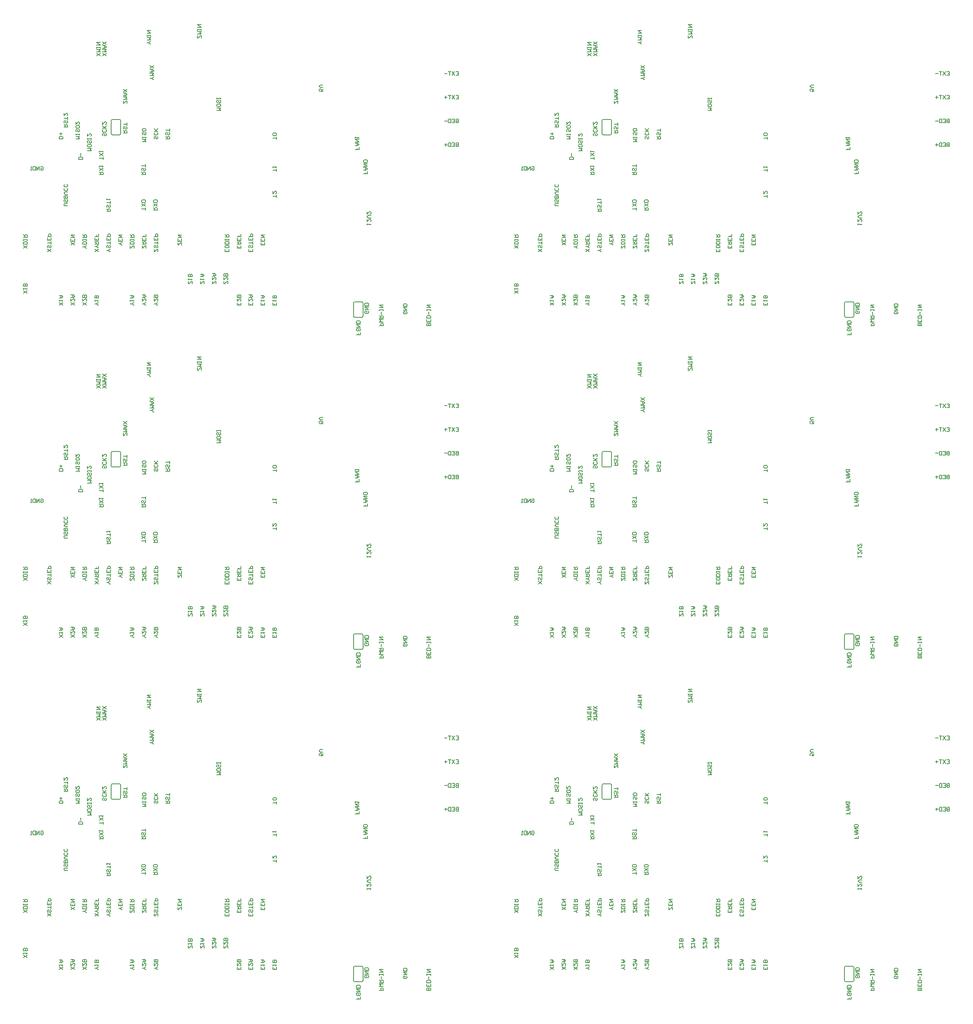
<source format=gbo>
G04 Layer_Color=32896*
%FSLAX24Y24*%
%MOIN*%
G70*
G01*
G75*
%ADD117C,0.0060*%
D117*
X20200Y29913D02*
G03*
X20300Y29813I100J0D01*
G01*
Y31113D02*
G03*
X20200Y31013I0J-100D01*
G01*
X21000D02*
G03*
X20900Y31113I-100J0D01*
G01*
Y29813D02*
G03*
X21000Y29913I0J100D01*
G01*
X41424Y15648D02*
G03*
X41324Y15748I-100J0D01*
G01*
Y14448D02*
G03*
X41424Y14548I0J100D01*
G01*
X40624D02*
G03*
X40724Y14448I100J0D01*
G01*
Y15748D02*
G03*
X40624Y15648I0J-100D01*
G01*
X21000Y29913D02*
Y31013D01*
X20300Y29813D02*
X20900D01*
X20300Y31113D02*
X20900D01*
X20200Y29913D02*
Y31013D01*
X40624Y14548D02*
Y15648D01*
X40724Y15748D02*
X41324D01*
X40724Y14448D02*
X41324D01*
X41424Y14548D02*
Y15648D01*
X13138Y20268D02*
X12818Y20482D01*
X13138D02*
X12818Y20268D01*
X13138Y20588D02*
X12818D01*
Y20748D01*
X12872Y20802D01*
X13085D01*
X13138Y20748D01*
Y20588D01*
Y20908D02*
Y21015D01*
Y20962D01*
X12818D01*
Y20908D01*
Y21015D01*
Y21175D02*
X13138D01*
Y21335D01*
X13085Y21388D01*
X12978D01*
X12925Y21335D01*
Y21175D01*
Y21282D02*
X12818Y21388D01*
X15138Y19969D02*
X14819Y20182D01*
X15138D02*
X14819Y19969D01*
X15085Y20502D02*
X15138Y20448D01*
Y20342D01*
X15085Y20288D01*
X15032D01*
X14978Y20342D01*
Y20448D01*
X14925Y20502D01*
X14872D01*
X14819Y20448D01*
Y20342D01*
X14872Y20288D01*
X15138Y20608D02*
Y20822D01*
Y20715D01*
X14819D01*
X15138Y21141D02*
Y20928D01*
X14819D01*
Y21141D01*
X14978Y20928D02*
Y21035D01*
X14819Y21248D02*
X15138D01*
Y21408D01*
X15085Y21461D01*
X14978D01*
X14925Y21408D01*
Y21248D01*
X17138Y20519D02*
X16818Y20732D01*
X17138D02*
X16818Y20519D01*
X17138Y21052D02*
Y20838D01*
X16818D01*
Y21052D01*
X16978Y20838D02*
Y20945D01*
X16818Y21158D02*
X17138D01*
X16818Y21372D01*
X17138D01*
X18138Y20268D02*
X18085D01*
X17978Y20375D01*
X18085Y20482D01*
X18138D01*
X17978Y20375D02*
X17818D01*
X18138Y20588D02*
X17818D01*
Y20748D01*
X17872Y20802D01*
X18085D01*
X18138Y20748D01*
Y20588D01*
Y20908D02*
Y21015D01*
Y20962D01*
X17818D01*
Y20908D01*
Y21015D01*
Y21175D02*
X18138D01*
Y21335D01*
X18085Y21388D01*
X17978D01*
X17925Y21335D01*
Y21175D01*
Y21282D02*
X17818Y21388D01*
X19138Y19969D02*
X18819Y20182D01*
X19138D02*
X18819Y19969D01*
X19138Y20288D02*
X19085D01*
X18978Y20395D01*
X19085Y20502D01*
X19138D01*
X18978Y20395D02*
X18819D01*
Y20608D02*
X19138D01*
Y20768D01*
X19085Y20822D01*
X18978D01*
X18925Y20768D01*
Y20608D01*
Y20715D02*
X18819Y20822D01*
X19138Y21141D02*
Y20928D01*
X18819D01*
Y21141D01*
X18978Y20928D02*
Y21035D01*
X19138Y21461D02*
Y21248D01*
X18978D01*
Y21355D01*
Y21248D01*
X18819D01*
X20138Y19969D02*
X20085D01*
X19978Y20075D01*
X20085Y20182D01*
X20138D01*
X19978Y20075D02*
X19819D01*
X20085Y20502D02*
X20138Y20448D01*
Y20342D01*
X20085Y20288D01*
X20032D01*
X19978Y20342D01*
Y20448D01*
X19925Y20502D01*
X19872D01*
X19819Y20448D01*
Y20342D01*
X19872Y20288D01*
X20138Y20608D02*
Y20822D01*
Y20715D01*
X19819D01*
X20138Y21141D02*
Y20928D01*
X19819D01*
Y21141D01*
X19978Y20928D02*
Y21035D01*
X19819Y21248D02*
X20138D01*
Y21408D01*
X20085Y21461D01*
X19978D01*
X19925Y21408D01*
Y21248D01*
X21138Y20519D02*
X21085D01*
X20978Y20625D01*
X21085Y20732D01*
X21138D01*
X20978Y20625D02*
X20819D01*
X21138Y21052D02*
Y20838D01*
X20819D01*
Y21052D01*
X20978Y20838D02*
Y20945D01*
X20819Y21158D02*
X21138D01*
X20819Y21372D01*
X21138D01*
X22138Y20268D02*
Y20482D01*
X22085D01*
X21872Y20268D01*
X21818D01*
Y20482D01*
X22138Y20588D02*
X21818D01*
Y20748D01*
X21872Y20802D01*
X22085D01*
X22138Y20748D01*
Y20588D01*
Y20908D02*
Y21015D01*
Y20962D01*
X21818D01*
Y20908D01*
Y21015D01*
Y21175D02*
X22138D01*
Y21335D01*
X22085Y21388D01*
X21978D01*
X21925Y21335D01*
Y21175D01*
Y21282D02*
X21818Y21388D01*
X23138Y20268D02*
Y20482D01*
X23085D01*
X22872Y20268D01*
X22819D01*
Y20482D01*
Y20588D02*
X23138D01*
Y20748D01*
X23085Y20802D01*
X22978D01*
X22925Y20748D01*
Y20588D01*
Y20695D02*
X22819Y20802D01*
X23138Y21122D02*
Y20908D01*
X22819D01*
Y21122D01*
X22978Y20908D02*
Y21015D01*
X23138Y21441D02*
Y21228D01*
X22978D01*
Y21335D01*
Y21228D01*
X22819D01*
X24138Y19969D02*
Y20182D01*
X24085D01*
X23872Y19969D01*
X23819D01*
Y20182D01*
X24085Y20502D02*
X24138Y20448D01*
Y20342D01*
X24085Y20288D01*
X24032D01*
X23978Y20342D01*
Y20448D01*
X23925Y20502D01*
X23872D01*
X23819Y20448D01*
Y20342D01*
X23872Y20288D01*
X24138Y20608D02*
Y20822D01*
Y20715D01*
X23819D01*
X24138Y21141D02*
Y20928D01*
X23819D01*
Y21141D01*
X23978Y20928D02*
Y21035D01*
X23819Y21248D02*
X24138D01*
Y21408D01*
X24085Y21461D01*
X23978D01*
X23925Y21408D01*
Y21248D01*
X26138Y20519D02*
Y20732D01*
X26085D01*
X25872Y20519D01*
X25819D01*
Y20732D01*
X26138Y21052D02*
Y20838D01*
X25819D01*
Y21052D01*
X25978Y20838D02*
Y20945D01*
X25819Y21158D02*
X26138D01*
X25819Y21372D01*
X26138D01*
X30138Y20182D02*
Y19969D01*
X29818D01*
Y20182D01*
X29978Y19969D02*
Y20075D01*
X30085Y20288D02*
X30138Y20342D01*
Y20448D01*
X30085Y20502D01*
X29872D01*
X29818Y20448D01*
Y20342D01*
X29872Y20288D01*
X30085D01*
X30138Y20608D02*
X29818D01*
Y20768D01*
X29872Y20822D01*
X30085D01*
X30138Y20768D01*
Y20608D01*
Y20928D02*
Y21035D01*
Y20982D01*
X29818D01*
Y20928D01*
Y21035D01*
Y21195D02*
X30138D01*
Y21355D01*
X30085Y21408D01*
X29978D01*
X29925Y21355D01*
Y21195D01*
Y21301D02*
X29818Y21408D01*
X31138Y20482D02*
Y20268D01*
X30819D01*
Y20482D01*
X30978Y20268D02*
Y20375D01*
X30819Y20588D02*
X31138D01*
Y20748D01*
X31085Y20802D01*
X30978D01*
X30925Y20748D01*
Y20588D01*
Y20695D02*
X30819Y20802D01*
X31138Y21122D02*
Y20908D01*
X30819D01*
Y21122D01*
X30978Y20908D02*
Y21015D01*
X31138Y21441D02*
Y21228D01*
X30978D01*
Y21335D01*
Y21228D01*
X30819D01*
X32138Y20182D02*
Y19969D01*
X31818D01*
Y20182D01*
X31978Y19969D02*
Y20075D01*
X32085Y20502D02*
X32138Y20448D01*
Y20342D01*
X32085Y20288D01*
X32032D01*
X31978Y20342D01*
Y20448D01*
X31925Y20502D01*
X31872D01*
X31818Y20448D01*
Y20342D01*
X31872Y20288D01*
X32138Y20608D02*
Y20822D01*
Y20715D01*
X31818D01*
X32138Y21141D02*
Y20928D01*
X31818D01*
Y21141D01*
X31978Y20928D02*
Y21035D01*
X31818Y21248D02*
X32138D01*
Y21408D01*
X32085Y21461D01*
X31978D01*
X31925Y21408D01*
Y21248D01*
X33138Y20732D02*
Y20519D01*
X32819D01*
Y20732D01*
X32978Y20519D02*
Y20625D01*
X33138Y21052D02*
Y20838D01*
X32819D01*
Y21052D01*
X32978Y20838D02*
Y20945D01*
X32819Y21158D02*
X33138D01*
X32819Y21372D01*
X33138D01*
X13138Y16468D02*
X12818Y16682D01*
X13138D02*
X12818Y16468D01*
Y16788D02*
Y16895D01*
Y16842D01*
X13138D01*
X13085Y16788D01*
X13138Y17055D02*
X12818D01*
Y17215D01*
X12872Y17268D01*
X12925D01*
X12978Y17215D01*
Y17055D01*
Y17215D01*
X13032Y17268D01*
X13085D01*
X13138Y17215D01*
Y17055D01*
X16138Y15468D02*
X15819Y15682D01*
X16138D02*
X15819Y15468D01*
Y15788D02*
Y15895D01*
Y15842D01*
X16138D01*
X16085Y15788D01*
X15819Y16055D02*
X16032D01*
X16138Y16162D01*
X16032Y16268D01*
X15819D01*
X15978D01*
Y16055D01*
X17138Y15468D02*
X16818Y15682D01*
X17138D02*
X16818Y15468D01*
Y16002D02*
Y15788D01*
X17032Y16002D01*
X17085D01*
X17138Y15948D01*
Y15842D01*
X17085Y15788D01*
X16818Y16108D02*
X17032D01*
X17138Y16215D01*
X17032Y16322D01*
X16818D01*
X16978D01*
Y16108D01*
X18138Y15468D02*
X17818Y15682D01*
X18138D02*
X17818Y15468D01*
Y16002D02*
Y15788D01*
X18032Y16002D01*
X18085D01*
X18138Y15948D01*
Y15842D01*
X18085Y15788D01*
X18138Y16108D02*
X17818D01*
Y16268D01*
X17872Y16322D01*
X17925D01*
X17978Y16268D01*
Y16108D01*
Y16268D01*
X18032Y16322D01*
X18085D01*
X18138Y16268D01*
Y16108D01*
X19138Y15468D02*
X19085D01*
X18978Y15575D01*
X19085Y15682D01*
X19138D01*
X18978Y15575D02*
X18819D01*
Y15788D02*
Y15895D01*
Y15842D01*
X19138D01*
X19085Y15788D01*
X19138Y16055D02*
X18819D01*
Y16215D01*
X18872Y16268D01*
X18925D01*
X18978Y16215D01*
Y16055D01*
Y16215D01*
X19032Y16268D01*
X19085D01*
X19138Y16215D01*
Y16055D01*
X22138Y15468D02*
X22085D01*
X21978Y15575D01*
X22085Y15682D01*
X22138D01*
X21978Y15575D02*
X21818D01*
Y15788D02*
Y15895D01*
Y15842D01*
X22138D01*
X22085Y15788D01*
X21818Y16055D02*
X22032D01*
X22138Y16162D01*
X22032Y16268D01*
X21818D01*
X21978D01*
Y16055D01*
X23138Y15468D02*
X23085D01*
X22978Y15575D01*
X23085Y15682D01*
X23138D01*
X22978Y15575D02*
X22819D01*
Y16002D02*
Y15788D01*
X23032Y16002D01*
X23085D01*
X23138Y15948D01*
Y15842D01*
X23085Y15788D01*
X22819Y16108D02*
X23032D01*
X23138Y16215D01*
X23032Y16322D01*
X22819D01*
X22978D01*
Y16108D01*
X24138Y15468D02*
X24085D01*
X23978Y15575D01*
X24085Y15682D01*
X24138D01*
X23978Y15575D02*
X23819D01*
Y16002D02*
Y15788D01*
X24032Y16002D01*
X24085D01*
X24138Y15948D01*
Y15842D01*
X24085Y15788D01*
X24138Y16108D02*
X23819D01*
Y16268D01*
X23872Y16322D01*
X23925D01*
X23978Y16268D01*
Y16108D01*
Y16268D01*
X24032Y16322D01*
X24085D01*
X24138Y16268D01*
Y16108D01*
X27038Y17269D02*
Y17482D01*
X26985D01*
X26772Y17269D01*
X26718D01*
Y17482D01*
Y17588D02*
Y17695D01*
Y17642D01*
X27038D01*
X26985Y17588D01*
X27038Y17855D02*
X26718D01*
Y18015D01*
X26772Y18068D01*
X26825D01*
X26878Y18015D01*
Y17855D01*
Y18015D01*
X26932Y18068D01*
X26985D01*
X27038Y18015D01*
Y17855D01*
X28038Y17269D02*
Y17482D01*
X27985D01*
X27772Y17269D01*
X27719D01*
Y17482D01*
Y17588D02*
Y17695D01*
Y17642D01*
X28038D01*
X27985Y17588D01*
X27719Y17855D02*
X27932D01*
X28038Y17962D01*
X27932Y18068D01*
X27719D01*
X27878D01*
Y17855D01*
X29038Y17269D02*
Y17482D01*
X28985D01*
X28772Y17269D01*
X28719D01*
Y17482D01*
Y17802D02*
Y17588D01*
X28932Y17802D01*
X28985D01*
X29038Y17748D01*
Y17642D01*
X28985Y17588D01*
X28719Y17908D02*
X28932D01*
X29038Y18015D01*
X28932Y18122D01*
X28719D01*
X28878D01*
Y17908D01*
X30038Y17269D02*
Y17482D01*
X29985D01*
X29772Y17269D01*
X29718D01*
Y17482D01*
Y17802D02*
Y17588D01*
X29932Y17802D01*
X29985D01*
X30038Y17748D01*
Y17642D01*
X29985Y17588D01*
X30038Y17908D02*
X29718D01*
Y18068D01*
X29772Y18122D01*
X29825D01*
X29878Y18068D01*
Y17908D01*
Y18068D01*
X29932Y18122D01*
X29985D01*
X30038Y18068D01*
Y17908D01*
X31138Y15682D02*
Y15468D01*
X30819D01*
Y15682D01*
X30978Y15468D02*
Y15575D01*
X30819Y16002D02*
Y15788D01*
X31032Y16002D01*
X31085D01*
X31138Y15948D01*
Y15842D01*
X31085Y15788D01*
X31138Y16108D02*
X30819D01*
Y16268D01*
X30872Y16322D01*
X30925D01*
X30978Y16268D01*
Y16108D01*
Y16268D01*
X31032Y16322D01*
X31085D01*
X31138Y16268D01*
Y16108D01*
X32138Y15682D02*
Y15468D01*
X31818D01*
Y15682D01*
X31978Y15468D02*
Y15575D01*
X31818Y16002D02*
Y15788D01*
X32032Y16002D01*
X32085D01*
X32138Y15948D01*
Y15842D01*
X32085Y15788D01*
X31818Y16108D02*
X32032D01*
X32138Y16215D01*
X32032Y16322D01*
X31818D01*
X31978D01*
Y16108D01*
X33138Y15682D02*
Y15468D01*
X32819D01*
Y15682D01*
X32978Y15468D02*
Y15575D01*
X32819Y15788D02*
Y15895D01*
Y15842D01*
X33138D01*
X33085Y15788D01*
X32819Y16055D02*
X33032D01*
X33138Y16162D01*
X33032Y16268D01*
X32819D01*
X32978D01*
Y16055D01*
X34138Y15682D02*
Y15468D01*
X33819D01*
Y15682D01*
X33978Y15468D02*
Y15575D01*
X33819Y15788D02*
Y15895D01*
Y15842D01*
X34138D01*
X34085Y15788D01*
X34138Y16055D02*
X33819D01*
Y16215D01*
X33872Y16268D01*
X33925D01*
X33978Y16215D01*
Y16055D01*
Y16215D01*
X34032Y16268D01*
X34085D01*
X34138Y16215D01*
Y16055D01*
X41188Y13182D02*
Y12968D01*
X41028D01*
Y13075D01*
Y12968D01*
X40869D01*
X41135Y13502D02*
X41188Y13448D01*
Y13342D01*
X41135Y13288D01*
X40922D01*
X40869Y13342D01*
Y13448D01*
X40922Y13502D01*
X41028D01*
Y13395D01*
X40869Y13608D02*
X41188D01*
X40869Y13822D01*
X41188D01*
Y13928D02*
X40869D01*
Y14088D01*
X40922Y14141D01*
X41135D01*
X41188Y14088D01*
Y13928D01*
X41835Y14982D02*
X41888Y14928D01*
Y14822D01*
X41835Y14769D01*
X41622D01*
X41568Y14822D01*
Y14928D01*
X41622Y14982D01*
X41728D01*
Y14875D01*
X41568Y15088D02*
X41888D01*
X41568Y15302D01*
X41888D01*
Y15408D02*
X41568D01*
Y15568D01*
X41622Y15622D01*
X41835D01*
X41888Y15568D01*
Y15408D01*
X42818Y13719D02*
X43138D01*
Y13878D01*
X43085Y13932D01*
X42978D01*
X42925Y13878D01*
Y13719D01*
X43138Y14038D02*
X42818D01*
X42925Y14145D01*
X42818Y14252D01*
X43138D01*
X42818Y14358D02*
X43138D01*
Y14518D01*
X43085Y14572D01*
X42978D01*
X42925Y14518D01*
Y14358D01*
Y14465D02*
X42818Y14572D01*
X42978Y14678D02*
Y14891D01*
X43138Y14998D02*
Y15105D01*
Y15051D01*
X42818D01*
Y14998D01*
Y15105D01*
Y15265D02*
X43138D01*
X42818Y15478D01*
X43138D01*
X45085Y14932D02*
X45138Y14878D01*
Y14772D01*
X45085Y14719D01*
X44872D01*
X44819Y14772D01*
Y14878D01*
X44872Y14932D01*
X44978D01*
Y14825D01*
X44819Y15038D02*
X45138D01*
X44819Y15252D01*
X45138D01*
Y15358D02*
X44819D01*
Y15518D01*
X44872Y15572D01*
X45085D01*
X45138Y15518D01*
Y15358D01*
X47138Y13719D02*
X46818D01*
Y13878D01*
X46872Y13932D01*
X46925D01*
X46978Y13878D01*
Y13719D01*
Y13878D01*
X47032Y13932D01*
X47085D01*
X47138Y13878D01*
Y13719D01*
Y14252D02*
Y14038D01*
X46818D01*
Y14252D01*
X46978Y14038D02*
Y14145D01*
X47138Y14358D02*
X46818D01*
Y14518D01*
X46872Y14572D01*
X47085D01*
X47138Y14518D01*
Y14358D01*
X46978Y14678D02*
Y14891D01*
X47138Y14998D02*
Y15105D01*
Y15051D01*
X46818D01*
Y14998D01*
Y15105D01*
Y15265D02*
X47138D01*
X46818Y15478D01*
X47138D01*
X41768Y22218D02*
Y22325D01*
Y22272D01*
X42088D01*
X42035Y22218D01*
X41768Y22698D02*
Y22485D01*
X41982Y22698D01*
X42035D01*
X42088Y22645D01*
Y22538D01*
X42035Y22485D01*
X42088Y22805D02*
X41875D01*
X41768Y22912D01*
X41875Y23018D01*
X42088D01*
X41768Y23338D02*
Y23125D01*
X41982Y23338D01*
X42035D01*
X42088Y23285D01*
Y23178D01*
X42035Y23125D01*
X41788Y26732D02*
Y26518D01*
X41628D01*
Y26625D01*
Y26518D01*
X41469D01*
Y26838D02*
X41682D01*
X41788Y26945D01*
X41682Y27052D01*
X41469D01*
X41628D01*
Y26838D01*
X41469Y27158D02*
X41788D01*
X41469Y27372D01*
X41788D01*
X41735Y27478D02*
X41788Y27532D01*
Y27638D01*
X41735Y27691D01*
X41522D01*
X41469Y27638D01*
Y27532D01*
X41522Y27478D01*
X41735D01*
X41088Y28782D02*
Y28568D01*
X40928D01*
Y28675D01*
Y28568D01*
X40768D01*
Y28888D02*
X40982D01*
X41088Y28995D01*
X40982Y29102D01*
X40768D01*
X40928D01*
Y28888D01*
X40768Y29208D02*
X41088D01*
X40768Y29422D01*
X41088D01*
X40768Y29528D02*
Y29635D01*
Y29582D01*
X41088D01*
X41035Y29528D01*
X34138Y29418D02*
Y29632D01*
Y29525D01*
X33819D01*
X34085Y29738D02*
X34138Y29792D01*
Y29898D01*
X34085Y29952D01*
X33872D01*
X33819Y29898D01*
Y29792D01*
X33872Y29738D01*
X34085D01*
X34138Y26718D02*
Y26932D01*
Y26825D01*
X33819D01*
Y27038D02*
Y27145D01*
Y27092D01*
X34138D01*
X34085Y27038D01*
X34138Y24518D02*
Y24732D01*
Y24625D01*
X33819D01*
Y25052D02*
Y24838D01*
X34032Y25052D01*
X34085D01*
X34138Y24998D01*
Y24892D01*
X34085Y24838D01*
X23768Y23468D02*
X24088D01*
Y23628D01*
X24035Y23682D01*
X23928D01*
X23875Y23628D01*
Y23468D01*
Y23575D02*
X23768Y23682D01*
X24088Y23788D02*
X23768Y24002D01*
X24088D02*
X23768Y23788D01*
X24035Y24108D02*
X24088Y24162D01*
Y24268D01*
X24035Y24322D01*
X23822D01*
X23768Y24268D01*
Y24162D01*
X23822Y24108D01*
X24035D01*
X23088Y23468D02*
Y23682D01*
Y23575D01*
X22768D01*
X23088Y23788D02*
X22768Y24002D01*
X23088D02*
X22768Y23788D01*
X23035Y24108D02*
X23088Y24162D01*
Y24268D01*
X23035Y24322D01*
X22822D01*
X22768Y24268D01*
Y24162D01*
X22822Y24108D01*
X23035D01*
X22768Y26469D02*
X23088D01*
Y26628D01*
X23035Y26682D01*
X22928D01*
X22875Y26628D01*
Y26469D01*
Y26575D02*
X22768Y26682D01*
X23035Y27002D02*
X23088Y26948D01*
Y26842D01*
X23035Y26788D01*
X22982D01*
X22928Y26842D01*
Y26948D01*
X22875Y27002D01*
X22822D01*
X22768Y26948D01*
Y26842D01*
X22822Y26788D01*
X23088Y27108D02*
Y27322D01*
Y27215D01*
X22768D01*
X19819Y23368D02*
X20138D01*
Y23528D01*
X20085Y23582D01*
X19978D01*
X19925Y23528D01*
Y23368D01*
Y23475D02*
X19819Y23582D01*
X20085Y23902D02*
X20138Y23848D01*
Y23742D01*
X20085Y23688D01*
X20032D01*
X19978Y23742D01*
Y23848D01*
X19925Y23902D01*
X19872D01*
X19819Y23848D01*
Y23742D01*
X19872Y23688D01*
X20138Y24008D02*
Y24222D01*
Y24115D01*
X19819D01*
Y24328D02*
Y24435D01*
Y24382D01*
X20138D01*
X20085Y24328D01*
X19218Y26469D02*
X19538D01*
Y26628D01*
X19485Y26682D01*
X19378D01*
X19325Y26628D01*
Y26469D01*
Y26575D02*
X19218Y26682D01*
X19538Y26788D02*
X19218Y27002D01*
X19538D02*
X19218Y26788D01*
Y27108D02*
Y27215D01*
Y27162D01*
X19538D01*
X19485Y27108D01*
X19538Y27719D02*
Y27932D01*
Y27825D01*
X19218D01*
X19538Y28038D02*
X19218Y28252D01*
X19538D02*
X19218Y28038D01*
Y28358D02*
Y28465D01*
Y28412D01*
X19538D01*
X19485Y28358D01*
X18218Y28468D02*
X18538D01*
X18432Y28575D01*
X18538Y28682D01*
X18218D01*
X18538Y28948D02*
Y28842D01*
X18485Y28788D01*
X18272D01*
X18218Y28842D01*
Y28948D01*
X18272Y29002D01*
X18485D01*
X18538Y28948D01*
X18485Y29322D02*
X18538Y29268D01*
Y29162D01*
X18485Y29108D01*
X18432D01*
X18378Y29162D01*
Y29268D01*
X18325Y29322D01*
X18272D01*
X18218Y29268D01*
Y29162D01*
X18272Y29108D01*
X18538Y29428D02*
Y29535D01*
Y29482D01*
X18218D01*
Y29428D01*
Y29535D01*
Y29908D02*
Y29695D01*
X18432Y29908D01*
X18485D01*
X18538Y29855D01*
Y29748D01*
X18485Y29695D01*
X19735Y29932D02*
X19788Y29878D01*
Y29772D01*
X19735Y29718D01*
X19682D01*
X19628Y29772D01*
Y29878D01*
X19575Y29932D01*
X19522D01*
X19468Y29878D01*
Y29772D01*
X19522Y29718D01*
X19735Y30252D02*
X19788Y30198D01*
Y30092D01*
X19735Y30038D01*
X19522D01*
X19468Y30092D01*
Y30198D01*
X19522Y30252D01*
X19788Y30358D02*
X19468D01*
X19575D01*
X19788Y30572D01*
X19628Y30412D01*
X19468Y30572D01*
Y30891D02*
Y30678D01*
X19682Y30891D01*
X19735D01*
X19788Y30838D01*
Y30732D01*
X19735Y30678D01*
X17219Y29469D02*
X17538D01*
X17432Y29575D01*
X17538Y29682D01*
X17219D01*
X17538Y29788D02*
Y29895D01*
Y29842D01*
X17219D01*
Y29788D01*
Y29895D01*
X17485Y30268D02*
X17538Y30215D01*
Y30108D01*
X17485Y30055D01*
X17432D01*
X17378Y30108D01*
Y30215D01*
X17325Y30268D01*
X17272D01*
X17219Y30215D01*
Y30108D01*
X17272Y30055D01*
X17538Y30535D02*
Y30428D01*
X17485Y30375D01*
X17272D01*
X17219Y30428D01*
Y30535D01*
X17272Y30588D01*
X17485D01*
X17538Y30535D01*
X17219Y30908D02*
Y30695D01*
X17432Y30908D01*
X17485D01*
X17538Y30855D01*
Y30748D01*
X17485Y30695D01*
X21219Y29969D02*
X21538D01*
Y30128D01*
X21485Y30182D01*
X21378D01*
X21325Y30128D01*
Y29969D01*
Y30075D02*
X21219Y30182D01*
X21485Y30502D02*
X21538Y30448D01*
Y30342D01*
X21485Y30288D01*
X21432D01*
X21378Y30342D01*
Y30448D01*
X21325Y30502D01*
X21272D01*
X21219Y30448D01*
Y30342D01*
X21272Y30288D01*
X21538Y30608D02*
Y30822D01*
Y30715D01*
X21219D01*
X16219Y30468D02*
X16538D01*
Y30628D01*
X16485Y30682D01*
X16378D01*
X16325Y30628D01*
Y30468D01*
Y30575D02*
X16219Y30682D01*
X16485Y31002D02*
X16538Y30948D01*
Y30842D01*
X16485Y30788D01*
X16432D01*
X16378Y30842D01*
Y30948D01*
X16325Y31002D01*
X16272D01*
X16219Y30948D01*
Y30842D01*
X16272Y30788D01*
X16538Y31108D02*
Y31322D01*
Y31215D01*
X16219D01*
Y31641D02*
Y31428D01*
X16432Y31641D01*
X16485D01*
X16538Y31588D01*
Y31482D01*
X16485Y31428D01*
X19288Y36469D02*
X18968Y36682D01*
X19288D02*
X18968Y36469D01*
Y36788D02*
X19288D01*
X19182Y36895D01*
X19288Y37002D01*
X18968D01*
X19288Y37108D02*
Y37215D01*
Y37162D01*
X18968D01*
Y37108D01*
Y37215D01*
Y37375D02*
X19288D01*
X18968Y37588D01*
X19288D01*
X19788Y36469D02*
X19468Y36682D01*
X19788D02*
X19468Y36469D01*
Y36788D02*
X19788D01*
X19682Y36895D01*
X19788Y37002D01*
X19468D01*
Y37108D02*
X19682D01*
X19788Y37215D01*
X19682Y37322D01*
X19468D01*
X19628D01*
Y37108D01*
X19788Y37428D02*
X19468Y37641D01*
X19788D02*
X19468Y37428D01*
X23538Y37469D02*
X23485D01*
X23378Y37575D01*
X23485Y37682D01*
X23538D01*
X23378Y37575D02*
X23219D01*
Y37788D02*
X23538D01*
X23432Y37895D01*
X23538Y38002D01*
X23219D01*
X23538Y38108D02*
Y38215D01*
Y38162D01*
X23219D01*
Y38108D01*
Y38215D01*
Y38375D02*
X23538D01*
X23219Y38588D01*
X23538D01*
X23788Y34469D02*
X23735D01*
X23628Y34575D01*
X23735Y34682D01*
X23788D01*
X23628Y34575D02*
X23468D01*
Y34788D02*
X23788D01*
X23682Y34895D01*
X23788Y35002D01*
X23468D01*
Y35108D02*
X23682D01*
X23788Y35215D01*
X23682Y35322D01*
X23468D01*
X23628D01*
Y35108D01*
X23788Y35428D02*
X23468Y35641D01*
X23788D02*
X23468Y35428D01*
X27788Y37968D02*
Y38182D01*
X27735D01*
X27522Y37968D01*
X27469D01*
Y38182D01*
Y38288D02*
X27788D01*
X27682Y38395D01*
X27788Y38502D01*
X27469D01*
X27788Y38608D02*
Y38715D01*
Y38662D01*
X27469D01*
Y38608D01*
Y38715D01*
Y38875D02*
X27788D01*
X27469Y39088D01*
X27788D01*
X21538Y32469D02*
Y32682D01*
X21485D01*
X21272Y32469D01*
X21219D01*
Y32682D01*
Y32788D02*
X21538D01*
X21432Y32895D01*
X21538Y33002D01*
X21219D01*
Y33108D02*
X21432D01*
X21538Y33215D01*
X21432Y33322D01*
X21219D01*
X21378D01*
Y33108D01*
X21538Y33428D02*
X21219Y33641D01*
X21538D02*
X21219Y33428D01*
X22819Y29218D02*
X23138D01*
X23032Y29325D01*
X23138Y29432D01*
X22819D01*
X23138Y29538D02*
Y29645D01*
Y29592D01*
X22819D01*
Y29538D01*
Y29645D01*
X23085Y30018D02*
X23138Y29965D01*
Y29858D01*
X23085Y29805D01*
X23032D01*
X22978Y29858D01*
Y29965D01*
X22925Y30018D01*
X22872D01*
X22819Y29965D01*
Y29858D01*
X22872Y29805D01*
X23138Y30285D02*
Y30178D01*
X23085Y30125D01*
X22872D01*
X22819Y30178D01*
Y30285D01*
X22872Y30338D01*
X23085D01*
X23138Y30285D01*
X24085Y29682D02*
X24138Y29628D01*
Y29522D01*
X24085Y29469D01*
X24032D01*
X23978Y29522D01*
Y29628D01*
X23925Y29682D01*
X23872D01*
X23819Y29628D01*
Y29522D01*
X23872Y29469D01*
X24085Y30002D02*
X24138Y29948D01*
Y29842D01*
X24085Y29788D01*
X23872D01*
X23819Y29842D01*
Y29948D01*
X23872Y30002D01*
X24138Y30108D02*
X23819D01*
X23925D01*
X24138Y30322D01*
X23978Y30162D01*
X23819Y30322D01*
X24818Y29469D02*
X25138D01*
Y29628D01*
X25085Y29682D01*
X24978D01*
X24925Y29628D01*
Y29469D01*
Y29575D02*
X24818Y29682D01*
X25085Y30002D02*
X25138Y29948D01*
Y29842D01*
X25085Y29788D01*
X25032D01*
X24978Y29842D01*
Y29948D01*
X24925Y30002D01*
X24872D01*
X24818Y29948D01*
Y29842D01*
X24872Y29788D01*
X25138Y30108D02*
Y30322D01*
Y30215D01*
X24818D01*
X29118Y31869D02*
X29438D01*
X29332Y31975D01*
X29438Y32082D01*
X29118D01*
X29438Y32348D02*
Y32242D01*
X29385Y32188D01*
X29172D01*
X29118Y32242D01*
Y32348D01*
X29172Y32402D01*
X29385D01*
X29438Y32348D01*
X29385Y32722D02*
X29438Y32668D01*
Y32562D01*
X29385Y32508D01*
X29332D01*
X29278Y32562D01*
Y32668D01*
X29225Y32722D01*
X29172D01*
X29118Y32668D01*
Y32562D01*
X29172Y32508D01*
X29438Y32828D02*
Y32935D01*
Y32882D01*
X29118D01*
Y32828D01*
Y32935D01*
X38038Y33682D02*
Y33468D01*
X37878D01*
X37932Y33575D01*
Y33628D01*
X37878Y33682D01*
X37772D01*
X37719Y33628D01*
Y33522D01*
X37772Y33468D01*
X38038Y33788D02*
X37825D01*
X37719Y33895D01*
X37825Y34002D01*
X38038D01*
X16138Y29469D02*
X15819D01*
Y29628D01*
X15872Y29682D01*
X16085D01*
X16138Y29628D01*
Y29469D01*
X15978Y29788D02*
Y30002D01*
X16085Y29895D02*
X15872D01*
X17788Y27719D02*
X17469D01*
Y27878D01*
X17522Y27932D01*
X17735D01*
X17788Y27878D01*
Y27719D01*
X17628Y28038D02*
Y28252D01*
X14255Y27085D02*
X14309Y27138D01*
X14415D01*
X14468Y27085D01*
Y26872D01*
X14415Y26818D01*
X14309D01*
X14255Y26872D01*
Y26978D01*
X14362D01*
X14149Y26818D02*
Y27138D01*
X13935Y26818D01*
Y27138D01*
X13829D02*
Y26818D01*
X13669D01*
X13615Y26872D01*
Y27085D01*
X13669Y27138D01*
X13829D01*
X13509Y26818D02*
X13402D01*
X13455D01*
Y27138D01*
X13509Y27085D01*
X16538Y23819D02*
X16272D01*
X16219Y23872D01*
Y23978D01*
X16272Y24032D01*
X16538D01*
X16485Y24352D02*
X16538Y24298D01*
Y24192D01*
X16485Y24138D01*
X16432D01*
X16378Y24192D01*
Y24298D01*
X16325Y24352D01*
X16272D01*
X16219Y24298D01*
Y24192D01*
X16272Y24138D01*
X16538Y24458D02*
X16219D01*
Y24618D01*
X16272Y24672D01*
X16325D01*
X16378Y24618D01*
Y24458D01*
Y24618D01*
X16432Y24672D01*
X16485D01*
X16538Y24618D01*
Y24458D01*
Y24778D02*
X16325D01*
X16219Y24885D01*
X16325Y24991D01*
X16538D01*
X16485Y25311D02*
X16538Y25258D01*
Y25151D01*
X16485Y25098D01*
X16272D01*
X16219Y25151D01*
Y25258D01*
X16272Y25311D01*
X16485Y25631D02*
X16538Y25578D01*
Y25471D01*
X16485Y25418D01*
X16272D01*
X16219Y25471D01*
Y25578D01*
X16272Y25631D01*
X49468Y29138D02*
Y28819D01*
X49309D01*
X49255Y28872D01*
Y28925D01*
X49309Y28978D01*
X49468D01*
X49309D01*
X49255Y29032D01*
Y29085D01*
X49309Y29138D01*
X49468D01*
X48935D02*
X49149D01*
Y28819D01*
X48935D01*
X49149Y28978D02*
X49042D01*
X48829Y29138D02*
Y28819D01*
X48669D01*
X48615Y28872D01*
Y29085D01*
X48669Y29138D01*
X48829D01*
X48509Y28978D02*
X48296D01*
X48402Y29085D02*
Y28872D01*
X49468Y31138D02*
Y30819D01*
X49309D01*
X49255Y30872D01*
Y30925D01*
X49309Y30978D01*
X49468D01*
X49309D01*
X49255Y31032D01*
Y31085D01*
X49309Y31138D01*
X49468D01*
X48935D02*
X49149D01*
Y30819D01*
X48935D01*
X49149Y30978D02*
X49042D01*
X48829Y31138D02*
Y30819D01*
X48669D01*
X48615Y30872D01*
Y31085D01*
X48669Y31138D01*
X48829D01*
X48509Y30978D02*
X48296D01*
X49255Y33138D02*
X49468D01*
Y32819D01*
X49255D01*
X49468Y32978D02*
X49362D01*
X49149Y33138D02*
X48935Y32819D01*
Y33138D02*
X49149Y32819D01*
X48829Y33138D02*
X48615D01*
X48722D01*
Y32819D01*
X48509Y32978D02*
X48296D01*
X48402Y33085D02*
Y32872D01*
X49255Y35138D02*
X49468D01*
Y34818D01*
X49255D01*
X49468Y34978D02*
X49362D01*
X49149Y35138D02*
X48935Y34818D01*
Y35138D02*
X49149Y34818D01*
X48829Y35138D02*
X48615D01*
X48722D01*
Y34818D01*
X48509Y34978D02*
X48296D01*
X61578Y29913D02*
G03*
X61678Y29813I100J0D01*
G01*
Y31113D02*
G03*
X61578Y31013I0J-100D01*
G01*
X62378D02*
G03*
X62278Y31113I-100J0D01*
G01*
Y29813D02*
G03*
X62378Y29913I0J100D01*
G01*
X82802Y15648D02*
G03*
X82702Y15748I-100J0D01*
G01*
Y14448D02*
G03*
X82802Y14548I0J100D01*
G01*
X82002D02*
G03*
X82102Y14448I100J0D01*
G01*
Y15748D02*
G03*
X82002Y15648I0J-100D01*
G01*
X62378Y29913D02*
Y31013D01*
X61678Y29813D02*
X62278D01*
X61678Y31113D02*
X62278D01*
X61578Y29913D02*
Y31013D01*
X82002Y14548D02*
Y15648D01*
X82102Y15748D02*
X82702D01*
X82102Y14448D02*
X82702D01*
X82802Y14548D02*
Y15648D01*
X54516Y20268D02*
X54196Y20482D01*
X54516D02*
X54196Y20268D01*
X54516Y20588D02*
X54196D01*
Y20748D01*
X54250Y20802D01*
X54463D01*
X54516Y20748D01*
Y20588D01*
Y20908D02*
Y21015D01*
Y20962D01*
X54196D01*
Y20908D01*
Y21015D01*
Y21175D02*
X54516D01*
Y21335D01*
X54463Y21388D01*
X54356D01*
X54303Y21335D01*
Y21175D01*
Y21282D02*
X54196Y21388D01*
X56516Y19969D02*
X56196Y20182D01*
X56516D02*
X56196Y19969D01*
X56463Y20502D02*
X56516Y20448D01*
Y20342D01*
X56463Y20288D01*
X56410D01*
X56356Y20342D01*
Y20448D01*
X56303Y20502D01*
X56250D01*
X56196Y20448D01*
Y20342D01*
X56250Y20288D01*
X56516Y20608D02*
Y20822D01*
Y20715D01*
X56196D01*
X56516Y21141D02*
Y20928D01*
X56196D01*
Y21141D01*
X56356Y20928D02*
Y21035D01*
X56196Y21248D02*
X56516D01*
Y21408D01*
X56463Y21461D01*
X56356D01*
X56303Y21408D01*
Y21248D01*
X58516Y20519D02*
X58196Y20732D01*
X58516D02*
X58196Y20519D01*
X58516Y21052D02*
Y20838D01*
X58196D01*
Y21052D01*
X58356Y20838D02*
Y20945D01*
X58196Y21158D02*
X58516D01*
X58196Y21372D01*
X58516D01*
X59516Y20268D02*
X59463D01*
X59356Y20375D01*
X59463Y20482D01*
X59516D01*
X59356Y20375D02*
X59196D01*
X59516Y20588D02*
X59196D01*
Y20748D01*
X59250Y20802D01*
X59463D01*
X59516Y20748D01*
Y20588D01*
Y20908D02*
Y21015D01*
Y20962D01*
X59196D01*
Y20908D01*
Y21015D01*
Y21175D02*
X59516D01*
Y21335D01*
X59463Y21388D01*
X59356D01*
X59303Y21335D01*
Y21175D01*
Y21282D02*
X59196Y21388D01*
X60516Y19969D02*
X60196Y20182D01*
X60516D02*
X60196Y19969D01*
X60516Y20288D02*
X60463D01*
X60356Y20395D01*
X60463Y20502D01*
X60516D01*
X60356Y20395D02*
X60196D01*
Y20608D02*
X60516D01*
Y20768D01*
X60463Y20822D01*
X60356D01*
X60303Y20768D01*
Y20608D01*
Y20715D02*
X60196Y20822D01*
X60516Y21141D02*
Y20928D01*
X60196D01*
Y21141D01*
X60356Y20928D02*
Y21035D01*
X60516Y21461D02*
Y21248D01*
X60356D01*
Y21355D01*
Y21248D01*
X60196D01*
X61516Y19969D02*
X61463D01*
X61356Y20075D01*
X61463Y20182D01*
X61516D01*
X61356Y20075D02*
X61196D01*
X61463Y20502D02*
X61516Y20448D01*
Y20342D01*
X61463Y20288D01*
X61410D01*
X61356Y20342D01*
Y20448D01*
X61303Y20502D01*
X61250D01*
X61196Y20448D01*
Y20342D01*
X61250Y20288D01*
X61516Y20608D02*
Y20822D01*
Y20715D01*
X61196D01*
X61516Y21141D02*
Y20928D01*
X61196D01*
Y21141D01*
X61356Y20928D02*
Y21035D01*
X61196Y21248D02*
X61516D01*
Y21408D01*
X61463Y21461D01*
X61356D01*
X61303Y21408D01*
Y21248D01*
X62516Y20519D02*
X62463D01*
X62356Y20625D01*
X62463Y20732D01*
X62516D01*
X62356Y20625D02*
X62196D01*
X62516Y21052D02*
Y20838D01*
X62196D01*
Y21052D01*
X62356Y20838D02*
Y20945D01*
X62196Y21158D02*
X62516D01*
X62196Y21372D01*
X62516D01*
X63516Y20268D02*
Y20482D01*
X63463D01*
X63250Y20268D01*
X63196D01*
Y20482D01*
X63516Y20588D02*
X63196D01*
Y20748D01*
X63250Y20802D01*
X63463D01*
X63516Y20748D01*
Y20588D01*
Y20908D02*
Y21015D01*
Y20962D01*
X63196D01*
Y20908D01*
Y21015D01*
Y21175D02*
X63516D01*
Y21335D01*
X63463Y21388D01*
X63356D01*
X63303Y21335D01*
Y21175D01*
Y21282D02*
X63196Y21388D01*
X64516Y20268D02*
Y20482D01*
X64463D01*
X64250Y20268D01*
X64196D01*
Y20482D01*
Y20588D02*
X64516D01*
Y20748D01*
X64463Y20802D01*
X64356D01*
X64303Y20748D01*
Y20588D01*
Y20695D02*
X64196Y20802D01*
X64516Y21122D02*
Y20908D01*
X64196D01*
Y21122D01*
X64356Y20908D02*
Y21015D01*
X64516Y21441D02*
Y21228D01*
X64356D01*
Y21335D01*
Y21228D01*
X64196D01*
X65516Y19969D02*
Y20182D01*
X65463D01*
X65250Y19969D01*
X65196D01*
Y20182D01*
X65463Y20502D02*
X65516Y20448D01*
Y20342D01*
X65463Y20288D01*
X65410D01*
X65356Y20342D01*
Y20448D01*
X65303Y20502D01*
X65250D01*
X65196Y20448D01*
Y20342D01*
X65250Y20288D01*
X65516Y20608D02*
Y20822D01*
Y20715D01*
X65196D01*
X65516Y21141D02*
Y20928D01*
X65196D01*
Y21141D01*
X65356Y20928D02*
Y21035D01*
X65196Y21248D02*
X65516D01*
Y21408D01*
X65463Y21461D01*
X65356D01*
X65303Y21408D01*
Y21248D01*
X67516Y20519D02*
Y20732D01*
X67463D01*
X67250Y20519D01*
X67196D01*
Y20732D01*
X67516Y21052D02*
Y20838D01*
X67196D01*
Y21052D01*
X67356Y20838D02*
Y20945D01*
X67196Y21158D02*
X67516D01*
X67196Y21372D01*
X67516D01*
X71516Y20182D02*
Y19969D01*
X71196D01*
Y20182D01*
X71356Y19969D02*
Y20075D01*
X71463Y20288D02*
X71516Y20342D01*
Y20448D01*
X71463Y20502D01*
X71250D01*
X71196Y20448D01*
Y20342D01*
X71250Y20288D01*
X71463D01*
X71516Y20608D02*
X71196D01*
Y20768D01*
X71250Y20822D01*
X71463D01*
X71516Y20768D01*
Y20608D01*
Y20928D02*
Y21035D01*
Y20982D01*
X71196D01*
Y20928D01*
Y21035D01*
Y21195D02*
X71516D01*
Y21355D01*
X71463Y21408D01*
X71356D01*
X71303Y21355D01*
Y21195D01*
Y21301D02*
X71196Y21408D01*
X72516Y20482D02*
Y20268D01*
X72196D01*
Y20482D01*
X72356Y20268D02*
Y20375D01*
X72196Y20588D02*
X72516D01*
Y20748D01*
X72463Y20802D01*
X72356D01*
X72303Y20748D01*
Y20588D01*
Y20695D02*
X72196Y20802D01*
X72516Y21122D02*
Y20908D01*
X72196D01*
Y21122D01*
X72356Y20908D02*
Y21015D01*
X72516Y21441D02*
Y21228D01*
X72356D01*
Y21335D01*
Y21228D01*
X72196D01*
X73516Y20182D02*
Y19969D01*
X73196D01*
Y20182D01*
X73356Y19969D02*
Y20075D01*
X73463Y20502D02*
X73516Y20448D01*
Y20342D01*
X73463Y20288D01*
X73410D01*
X73356Y20342D01*
Y20448D01*
X73303Y20502D01*
X73250D01*
X73196Y20448D01*
Y20342D01*
X73250Y20288D01*
X73516Y20608D02*
Y20822D01*
Y20715D01*
X73196D01*
X73516Y21141D02*
Y20928D01*
X73196D01*
Y21141D01*
X73356Y20928D02*
Y21035D01*
X73196Y21248D02*
X73516D01*
Y21408D01*
X73463Y21461D01*
X73356D01*
X73303Y21408D01*
Y21248D01*
X74516Y20732D02*
Y20519D01*
X74196D01*
Y20732D01*
X74356Y20519D02*
Y20625D01*
X74516Y21052D02*
Y20838D01*
X74196D01*
Y21052D01*
X74356Y20838D02*
Y20945D01*
X74196Y21158D02*
X74516D01*
X74196Y21372D01*
X74516D01*
X54516Y16468D02*
X54196Y16682D01*
X54516D02*
X54196Y16468D01*
Y16788D02*
Y16895D01*
Y16842D01*
X54516D01*
X54463Y16788D01*
X54516Y17055D02*
X54196D01*
Y17215D01*
X54250Y17268D01*
X54303D01*
X54356Y17215D01*
Y17055D01*
Y17215D01*
X54410Y17268D01*
X54463D01*
X54516Y17215D01*
Y17055D01*
X57516Y15468D02*
X57196Y15682D01*
X57516D02*
X57196Y15468D01*
Y15788D02*
Y15895D01*
Y15842D01*
X57516D01*
X57463Y15788D01*
X57196Y16055D02*
X57410D01*
X57516Y16162D01*
X57410Y16268D01*
X57196D01*
X57356D01*
Y16055D01*
X58516Y15468D02*
X58196Y15682D01*
X58516D02*
X58196Y15468D01*
Y16002D02*
Y15788D01*
X58410Y16002D01*
X58463D01*
X58516Y15948D01*
Y15842D01*
X58463Y15788D01*
X58196Y16108D02*
X58410D01*
X58516Y16215D01*
X58410Y16322D01*
X58196D01*
X58356D01*
Y16108D01*
X59516Y15468D02*
X59196Y15682D01*
X59516D02*
X59196Y15468D01*
Y16002D02*
Y15788D01*
X59410Y16002D01*
X59463D01*
X59516Y15948D01*
Y15842D01*
X59463Y15788D01*
X59516Y16108D02*
X59196D01*
Y16268D01*
X59250Y16322D01*
X59303D01*
X59356Y16268D01*
Y16108D01*
Y16268D01*
X59410Y16322D01*
X59463D01*
X59516Y16268D01*
Y16108D01*
X60516Y15468D02*
X60463D01*
X60356Y15575D01*
X60463Y15682D01*
X60516D01*
X60356Y15575D02*
X60196D01*
Y15788D02*
Y15895D01*
Y15842D01*
X60516D01*
X60463Y15788D01*
X60516Y16055D02*
X60196D01*
Y16215D01*
X60250Y16268D01*
X60303D01*
X60356Y16215D01*
Y16055D01*
Y16215D01*
X60410Y16268D01*
X60463D01*
X60516Y16215D01*
Y16055D01*
X63516Y15468D02*
X63463D01*
X63356Y15575D01*
X63463Y15682D01*
X63516D01*
X63356Y15575D02*
X63196D01*
Y15788D02*
Y15895D01*
Y15842D01*
X63516D01*
X63463Y15788D01*
X63196Y16055D02*
X63410D01*
X63516Y16162D01*
X63410Y16268D01*
X63196D01*
X63356D01*
Y16055D01*
X64516Y15468D02*
X64463D01*
X64356Y15575D01*
X64463Y15682D01*
X64516D01*
X64356Y15575D02*
X64196D01*
Y16002D02*
Y15788D01*
X64410Y16002D01*
X64463D01*
X64516Y15948D01*
Y15842D01*
X64463Y15788D01*
X64196Y16108D02*
X64410D01*
X64516Y16215D01*
X64410Y16322D01*
X64196D01*
X64356D01*
Y16108D01*
X65516Y15468D02*
X65463D01*
X65356Y15575D01*
X65463Y15682D01*
X65516D01*
X65356Y15575D02*
X65196D01*
Y16002D02*
Y15788D01*
X65410Y16002D01*
X65463D01*
X65516Y15948D01*
Y15842D01*
X65463Y15788D01*
X65516Y16108D02*
X65196D01*
Y16268D01*
X65250Y16322D01*
X65303D01*
X65356Y16268D01*
Y16108D01*
Y16268D01*
X65410Y16322D01*
X65463D01*
X65516Y16268D01*
Y16108D01*
X68416Y17269D02*
Y17482D01*
X68363D01*
X68150Y17269D01*
X68096D01*
Y17482D01*
Y17588D02*
Y17695D01*
Y17642D01*
X68416D01*
X68363Y17588D01*
X68416Y17855D02*
X68096D01*
Y18015D01*
X68150Y18068D01*
X68203D01*
X68256Y18015D01*
Y17855D01*
Y18015D01*
X68310Y18068D01*
X68363D01*
X68416Y18015D01*
Y17855D01*
X69416Y17269D02*
Y17482D01*
X69363D01*
X69150Y17269D01*
X69096D01*
Y17482D01*
Y17588D02*
Y17695D01*
Y17642D01*
X69416D01*
X69363Y17588D01*
X69096Y17855D02*
X69310D01*
X69416Y17962D01*
X69310Y18068D01*
X69096D01*
X69256D01*
Y17855D01*
X70416Y17269D02*
Y17482D01*
X70363D01*
X70150Y17269D01*
X70096D01*
Y17482D01*
Y17802D02*
Y17588D01*
X70310Y17802D01*
X70363D01*
X70416Y17748D01*
Y17642D01*
X70363Y17588D01*
X70096Y17908D02*
X70310D01*
X70416Y18015D01*
X70310Y18122D01*
X70096D01*
X70256D01*
Y17908D01*
X71416Y17269D02*
Y17482D01*
X71363D01*
X71150Y17269D01*
X71096D01*
Y17482D01*
Y17802D02*
Y17588D01*
X71310Y17802D01*
X71363D01*
X71416Y17748D01*
Y17642D01*
X71363Y17588D01*
X71416Y17908D02*
X71096D01*
Y18068D01*
X71150Y18122D01*
X71203D01*
X71256Y18068D01*
Y17908D01*
Y18068D01*
X71310Y18122D01*
X71363D01*
X71416Y18068D01*
Y17908D01*
X72516Y15682D02*
Y15468D01*
X72196D01*
Y15682D01*
X72356Y15468D02*
Y15575D01*
X72196Y16002D02*
Y15788D01*
X72410Y16002D01*
X72463D01*
X72516Y15948D01*
Y15842D01*
X72463Y15788D01*
X72516Y16108D02*
X72196D01*
Y16268D01*
X72250Y16322D01*
X72303D01*
X72356Y16268D01*
Y16108D01*
Y16268D01*
X72410Y16322D01*
X72463D01*
X72516Y16268D01*
Y16108D01*
X73516Y15682D02*
Y15468D01*
X73196D01*
Y15682D01*
X73356Y15468D02*
Y15575D01*
X73196Y16002D02*
Y15788D01*
X73410Y16002D01*
X73463D01*
X73516Y15948D01*
Y15842D01*
X73463Y15788D01*
X73196Y16108D02*
X73410D01*
X73516Y16215D01*
X73410Y16322D01*
X73196D01*
X73356D01*
Y16108D01*
X74516Y15682D02*
Y15468D01*
X74196D01*
Y15682D01*
X74356Y15468D02*
Y15575D01*
X74196Y15788D02*
Y15895D01*
Y15842D01*
X74516D01*
X74463Y15788D01*
X74196Y16055D02*
X74410D01*
X74516Y16162D01*
X74410Y16268D01*
X74196D01*
X74356D01*
Y16055D01*
X75516Y15682D02*
Y15468D01*
X75196D01*
Y15682D01*
X75356Y15468D02*
Y15575D01*
X75196Y15788D02*
Y15895D01*
Y15842D01*
X75516D01*
X75463Y15788D01*
X75516Y16055D02*
X75196D01*
Y16215D01*
X75250Y16268D01*
X75303D01*
X75356Y16215D01*
Y16055D01*
Y16215D01*
X75410Y16268D01*
X75463D01*
X75516Y16215D01*
Y16055D01*
X82566Y13182D02*
Y12968D01*
X82406D01*
Y13075D01*
Y12968D01*
X82246D01*
X82513Y13502D02*
X82566Y13448D01*
Y13342D01*
X82513Y13288D01*
X82300D01*
X82246Y13342D01*
Y13448D01*
X82300Y13502D01*
X82406D01*
Y13395D01*
X82246Y13608D02*
X82566D01*
X82246Y13822D01*
X82566D01*
Y13928D02*
X82246D01*
Y14088D01*
X82300Y14141D01*
X82513D01*
X82566Y14088D01*
Y13928D01*
X83213Y14982D02*
X83266Y14928D01*
Y14822D01*
X83213Y14769D01*
X83000D01*
X82946Y14822D01*
Y14928D01*
X83000Y14982D01*
X83106D01*
Y14875D01*
X82946Y15088D02*
X83266D01*
X82946Y15302D01*
X83266D01*
Y15408D02*
X82946D01*
Y15568D01*
X83000Y15622D01*
X83213D01*
X83266Y15568D01*
Y15408D01*
X84196Y13719D02*
X84516D01*
Y13878D01*
X84463Y13932D01*
X84356D01*
X84303Y13878D01*
Y13719D01*
X84516Y14038D02*
X84196D01*
X84303Y14145D01*
X84196Y14252D01*
X84516D01*
X84196Y14358D02*
X84516D01*
Y14518D01*
X84463Y14572D01*
X84356D01*
X84303Y14518D01*
Y14358D01*
Y14465D02*
X84196Y14572D01*
X84356Y14678D02*
Y14891D01*
X84516Y14998D02*
Y15105D01*
Y15051D01*
X84196D01*
Y14998D01*
Y15105D01*
Y15265D02*
X84516D01*
X84196Y15478D01*
X84516D01*
X86463Y14932D02*
X86516Y14878D01*
Y14772D01*
X86463Y14719D01*
X86250D01*
X86196Y14772D01*
Y14878D01*
X86250Y14932D01*
X86356D01*
Y14825D01*
X86196Y15038D02*
X86516D01*
X86196Y15252D01*
X86516D01*
Y15358D02*
X86196D01*
Y15518D01*
X86250Y15572D01*
X86463D01*
X86516Y15518D01*
Y15358D01*
X88516Y13719D02*
X88196D01*
Y13878D01*
X88250Y13932D01*
X88303D01*
X88356Y13878D01*
Y13719D01*
Y13878D01*
X88410Y13932D01*
X88463D01*
X88516Y13878D01*
Y13719D01*
Y14252D02*
Y14038D01*
X88196D01*
Y14252D01*
X88356Y14038D02*
Y14145D01*
X88516Y14358D02*
X88196D01*
Y14518D01*
X88250Y14572D01*
X88463D01*
X88516Y14518D01*
Y14358D01*
X88356Y14678D02*
Y14891D01*
X88516Y14998D02*
Y15105D01*
Y15051D01*
X88196D01*
Y14998D01*
Y15105D01*
Y15265D02*
X88516D01*
X88196Y15478D01*
X88516D01*
X83146Y22218D02*
Y22325D01*
Y22272D01*
X83466D01*
X83413Y22218D01*
X83146Y22698D02*
Y22485D01*
X83360Y22698D01*
X83413D01*
X83466Y22645D01*
Y22538D01*
X83413Y22485D01*
X83466Y22805D02*
X83253D01*
X83146Y22912D01*
X83253Y23018D01*
X83466D01*
X83146Y23338D02*
Y23125D01*
X83360Y23338D01*
X83413D01*
X83466Y23285D01*
Y23178D01*
X83413Y23125D01*
X83166Y26732D02*
Y26518D01*
X83006D01*
Y26625D01*
Y26518D01*
X82846D01*
Y26838D02*
X83060D01*
X83166Y26945D01*
X83060Y27052D01*
X82846D01*
X83006D01*
Y26838D01*
X82846Y27158D02*
X83166D01*
X82846Y27372D01*
X83166D01*
X83113Y27478D02*
X83166Y27532D01*
Y27638D01*
X83113Y27691D01*
X82900D01*
X82846Y27638D01*
Y27532D01*
X82900Y27478D01*
X83113D01*
X82466Y28782D02*
Y28568D01*
X82306D01*
Y28675D01*
Y28568D01*
X82146D01*
Y28888D02*
X82360D01*
X82466Y28995D01*
X82360Y29102D01*
X82146D01*
X82306D01*
Y28888D01*
X82146Y29208D02*
X82466D01*
X82146Y29422D01*
X82466D01*
X82146Y29528D02*
Y29635D01*
Y29582D01*
X82466D01*
X82413Y29528D01*
X75516Y29418D02*
Y29632D01*
Y29525D01*
X75196D01*
X75463Y29738D02*
X75516Y29792D01*
Y29898D01*
X75463Y29952D01*
X75250D01*
X75196Y29898D01*
Y29792D01*
X75250Y29738D01*
X75463D01*
X75516Y26718D02*
Y26932D01*
Y26825D01*
X75196D01*
Y27038D02*
Y27145D01*
Y27092D01*
X75516D01*
X75463Y27038D01*
X75516Y24518D02*
Y24732D01*
Y24625D01*
X75196D01*
Y25052D02*
Y24838D01*
X75410Y25052D01*
X75463D01*
X75516Y24998D01*
Y24892D01*
X75463Y24838D01*
X65146Y23468D02*
X65466D01*
Y23628D01*
X65413Y23682D01*
X65306D01*
X65253Y23628D01*
Y23468D01*
Y23575D02*
X65146Y23682D01*
X65466Y23788D02*
X65146Y24002D01*
X65466D02*
X65146Y23788D01*
X65413Y24108D02*
X65466Y24162D01*
Y24268D01*
X65413Y24322D01*
X65200D01*
X65146Y24268D01*
Y24162D01*
X65200Y24108D01*
X65413D01*
X64466Y23468D02*
Y23682D01*
Y23575D01*
X64146D01*
X64466Y23788D02*
X64146Y24002D01*
X64466D02*
X64146Y23788D01*
X64413Y24108D02*
X64466Y24162D01*
Y24268D01*
X64413Y24322D01*
X64200D01*
X64146Y24268D01*
Y24162D01*
X64200Y24108D01*
X64413D01*
X64146Y26469D02*
X64466D01*
Y26628D01*
X64413Y26682D01*
X64306D01*
X64253Y26628D01*
Y26469D01*
Y26575D02*
X64146Y26682D01*
X64413Y27002D02*
X64466Y26948D01*
Y26842D01*
X64413Y26788D01*
X64360D01*
X64306Y26842D01*
Y26948D01*
X64253Y27002D01*
X64200D01*
X64146Y26948D01*
Y26842D01*
X64200Y26788D01*
X64466Y27108D02*
Y27322D01*
Y27215D01*
X64146D01*
X61196Y23368D02*
X61516D01*
Y23528D01*
X61463Y23582D01*
X61356D01*
X61303Y23528D01*
Y23368D01*
Y23475D02*
X61196Y23582D01*
X61463Y23902D02*
X61516Y23848D01*
Y23742D01*
X61463Y23688D01*
X61410D01*
X61356Y23742D01*
Y23848D01*
X61303Y23902D01*
X61250D01*
X61196Y23848D01*
Y23742D01*
X61250Y23688D01*
X61516Y24008D02*
Y24222D01*
Y24115D01*
X61196D01*
Y24328D02*
Y24435D01*
Y24382D01*
X61516D01*
X61463Y24328D01*
X60596Y26469D02*
X60916D01*
Y26628D01*
X60863Y26682D01*
X60756D01*
X60703Y26628D01*
Y26469D01*
Y26575D02*
X60596Y26682D01*
X60916Y26788D02*
X60596Y27002D01*
X60916D02*
X60596Y26788D01*
Y27108D02*
Y27215D01*
Y27162D01*
X60916D01*
X60863Y27108D01*
X60916Y27719D02*
Y27932D01*
Y27825D01*
X60596D01*
X60916Y28038D02*
X60596Y28252D01*
X60916D02*
X60596Y28038D01*
Y28358D02*
Y28465D01*
Y28412D01*
X60916D01*
X60863Y28358D01*
X59596Y28468D02*
X59916D01*
X59810Y28575D01*
X59916Y28682D01*
X59596D01*
X59916Y28948D02*
Y28842D01*
X59863Y28788D01*
X59650D01*
X59596Y28842D01*
Y28948D01*
X59650Y29002D01*
X59863D01*
X59916Y28948D01*
X59863Y29322D02*
X59916Y29268D01*
Y29162D01*
X59863Y29108D01*
X59810D01*
X59756Y29162D01*
Y29268D01*
X59703Y29322D01*
X59650D01*
X59596Y29268D01*
Y29162D01*
X59650Y29108D01*
X59916Y29428D02*
Y29535D01*
Y29482D01*
X59596D01*
Y29428D01*
Y29535D01*
Y29908D02*
Y29695D01*
X59810Y29908D01*
X59863D01*
X59916Y29855D01*
Y29748D01*
X59863Y29695D01*
X61113Y29932D02*
X61166Y29878D01*
Y29772D01*
X61113Y29718D01*
X61060D01*
X61006Y29772D01*
Y29878D01*
X60953Y29932D01*
X60900D01*
X60846Y29878D01*
Y29772D01*
X60900Y29718D01*
X61113Y30252D02*
X61166Y30198D01*
Y30092D01*
X61113Y30038D01*
X60900D01*
X60846Y30092D01*
Y30198D01*
X60900Y30252D01*
X61166Y30358D02*
X60846D01*
X60953D01*
X61166Y30572D01*
X61006Y30412D01*
X60846Y30572D01*
Y30891D02*
Y30678D01*
X61060Y30891D01*
X61113D01*
X61166Y30838D01*
Y30732D01*
X61113Y30678D01*
X58596Y29469D02*
X58916D01*
X58810Y29575D01*
X58916Y29682D01*
X58596D01*
X58916Y29788D02*
Y29895D01*
Y29842D01*
X58596D01*
Y29788D01*
Y29895D01*
X58863Y30268D02*
X58916Y30215D01*
Y30108D01*
X58863Y30055D01*
X58810D01*
X58756Y30108D01*
Y30215D01*
X58703Y30268D01*
X58650D01*
X58596Y30215D01*
Y30108D01*
X58650Y30055D01*
X58916Y30535D02*
Y30428D01*
X58863Y30375D01*
X58650D01*
X58596Y30428D01*
Y30535D01*
X58650Y30588D01*
X58863D01*
X58916Y30535D01*
X58596Y30908D02*
Y30695D01*
X58810Y30908D01*
X58863D01*
X58916Y30855D01*
Y30748D01*
X58863Y30695D01*
X62596Y29969D02*
X62916D01*
Y30128D01*
X62863Y30182D01*
X62756D01*
X62703Y30128D01*
Y29969D01*
Y30075D02*
X62596Y30182D01*
X62863Y30502D02*
X62916Y30448D01*
Y30342D01*
X62863Y30288D01*
X62810D01*
X62756Y30342D01*
Y30448D01*
X62703Y30502D01*
X62650D01*
X62596Y30448D01*
Y30342D01*
X62650Y30288D01*
X62916Y30608D02*
Y30822D01*
Y30715D01*
X62596D01*
X57596Y30468D02*
X57916D01*
Y30628D01*
X57863Y30682D01*
X57756D01*
X57703Y30628D01*
Y30468D01*
Y30575D02*
X57596Y30682D01*
X57863Y31002D02*
X57916Y30948D01*
Y30842D01*
X57863Y30788D01*
X57810D01*
X57756Y30842D01*
Y30948D01*
X57703Y31002D01*
X57650D01*
X57596Y30948D01*
Y30842D01*
X57650Y30788D01*
X57916Y31108D02*
Y31322D01*
Y31215D01*
X57596D01*
Y31641D02*
Y31428D01*
X57810Y31641D01*
X57863D01*
X57916Y31588D01*
Y31482D01*
X57863Y31428D01*
X60666Y36469D02*
X60346Y36682D01*
X60666D02*
X60346Y36469D01*
Y36788D02*
X60666D01*
X60560Y36895D01*
X60666Y37002D01*
X60346D01*
X60666Y37108D02*
Y37215D01*
Y37162D01*
X60346D01*
Y37108D01*
Y37215D01*
Y37375D02*
X60666D01*
X60346Y37588D01*
X60666D01*
X61166Y36469D02*
X60846Y36682D01*
X61166D02*
X60846Y36469D01*
Y36788D02*
X61166D01*
X61060Y36895D01*
X61166Y37002D01*
X60846D01*
Y37108D02*
X61060D01*
X61166Y37215D01*
X61060Y37322D01*
X60846D01*
X61006D01*
Y37108D01*
X61166Y37428D02*
X60846Y37641D01*
X61166D02*
X60846Y37428D01*
X64916Y37469D02*
X64863D01*
X64756Y37575D01*
X64863Y37682D01*
X64916D01*
X64756Y37575D02*
X64596D01*
Y37788D02*
X64916D01*
X64810Y37895D01*
X64916Y38002D01*
X64596D01*
X64916Y38108D02*
Y38215D01*
Y38162D01*
X64596D01*
Y38108D01*
Y38215D01*
Y38375D02*
X64916D01*
X64596Y38588D01*
X64916D01*
X65166Y34469D02*
X65113D01*
X65006Y34575D01*
X65113Y34682D01*
X65166D01*
X65006Y34575D02*
X64846D01*
Y34788D02*
X65166D01*
X65060Y34895D01*
X65166Y35002D01*
X64846D01*
Y35108D02*
X65060D01*
X65166Y35215D01*
X65060Y35322D01*
X64846D01*
X65006D01*
Y35108D01*
X65166Y35428D02*
X64846Y35641D01*
X65166D02*
X64846Y35428D01*
X69166Y37968D02*
Y38182D01*
X69113D01*
X68900Y37968D01*
X68846D01*
Y38182D01*
Y38288D02*
X69166D01*
X69060Y38395D01*
X69166Y38502D01*
X68846D01*
X69166Y38608D02*
Y38715D01*
Y38662D01*
X68846D01*
Y38608D01*
Y38715D01*
Y38875D02*
X69166D01*
X68846Y39088D01*
X69166D01*
X62916Y32469D02*
Y32682D01*
X62863D01*
X62650Y32469D01*
X62596D01*
Y32682D01*
Y32788D02*
X62916D01*
X62810Y32895D01*
X62916Y33002D01*
X62596D01*
Y33108D02*
X62810D01*
X62916Y33215D01*
X62810Y33322D01*
X62596D01*
X62756D01*
Y33108D01*
X62916Y33428D02*
X62596Y33641D01*
X62916D02*
X62596Y33428D01*
X64196Y29218D02*
X64516D01*
X64410Y29325D01*
X64516Y29432D01*
X64196D01*
X64516Y29538D02*
Y29645D01*
Y29592D01*
X64196D01*
Y29538D01*
Y29645D01*
X64463Y30018D02*
X64516Y29965D01*
Y29858D01*
X64463Y29805D01*
X64410D01*
X64356Y29858D01*
Y29965D01*
X64303Y30018D01*
X64250D01*
X64196Y29965D01*
Y29858D01*
X64250Y29805D01*
X64516Y30285D02*
Y30178D01*
X64463Y30125D01*
X64250D01*
X64196Y30178D01*
Y30285D01*
X64250Y30338D01*
X64463D01*
X64516Y30285D01*
X65463Y29682D02*
X65516Y29628D01*
Y29522D01*
X65463Y29469D01*
X65410D01*
X65356Y29522D01*
Y29628D01*
X65303Y29682D01*
X65250D01*
X65196Y29628D01*
Y29522D01*
X65250Y29469D01*
X65463Y30002D02*
X65516Y29948D01*
Y29842D01*
X65463Y29788D01*
X65250D01*
X65196Y29842D01*
Y29948D01*
X65250Y30002D01*
X65516Y30108D02*
X65196D01*
X65303D01*
X65516Y30322D01*
X65356Y30162D01*
X65196Y30322D01*
X66196Y29469D02*
X66516D01*
Y29628D01*
X66463Y29682D01*
X66356D01*
X66303Y29628D01*
Y29469D01*
Y29575D02*
X66196Y29682D01*
X66463Y30002D02*
X66516Y29948D01*
Y29842D01*
X66463Y29788D01*
X66410D01*
X66356Y29842D01*
Y29948D01*
X66303Y30002D01*
X66250D01*
X66196Y29948D01*
Y29842D01*
X66250Y29788D01*
X66516Y30108D02*
Y30322D01*
Y30215D01*
X66196D01*
X70496Y31869D02*
X70816D01*
X70710Y31975D01*
X70816Y32082D01*
X70496D01*
X70816Y32348D02*
Y32242D01*
X70763Y32188D01*
X70550D01*
X70496Y32242D01*
Y32348D01*
X70550Y32402D01*
X70763D01*
X70816Y32348D01*
X70763Y32722D02*
X70816Y32668D01*
Y32562D01*
X70763Y32508D01*
X70710D01*
X70656Y32562D01*
Y32668D01*
X70603Y32722D01*
X70550D01*
X70496Y32668D01*
Y32562D01*
X70550Y32508D01*
X70816Y32828D02*
Y32935D01*
Y32882D01*
X70496D01*
Y32828D01*
Y32935D01*
X79416Y33682D02*
Y33468D01*
X79256D01*
X79310Y33575D01*
Y33628D01*
X79256Y33682D01*
X79150D01*
X79096Y33628D01*
Y33522D01*
X79150Y33468D01*
X79416Y33788D02*
X79203D01*
X79096Y33895D01*
X79203Y34002D01*
X79416D01*
X57516Y29469D02*
X57196D01*
Y29628D01*
X57250Y29682D01*
X57463D01*
X57516Y29628D01*
Y29469D01*
X57356Y29788D02*
Y30002D01*
X57463Y29895D02*
X57250D01*
X59166Y27719D02*
X58846D01*
Y27878D01*
X58900Y27932D01*
X59113D01*
X59166Y27878D01*
Y27719D01*
X59006Y28038D02*
Y28252D01*
X55633Y27085D02*
X55687Y27138D01*
X55793D01*
X55846Y27085D01*
Y26872D01*
X55793Y26818D01*
X55687D01*
X55633Y26872D01*
Y26978D01*
X55740D01*
X55527Y26818D02*
Y27138D01*
X55313Y26818D01*
Y27138D01*
X55207D02*
Y26818D01*
X55047D01*
X54993Y26872D01*
Y27085D01*
X55047Y27138D01*
X55207D01*
X54887Y26818D02*
X54780D01*
X54833D01*
Y27138D01*
X54887Y27085D01*
X57916Y23819D02*
X57650D01*
X57596Y23872D01*
Y23978D01*
X57650Y24032D01*
X57916D01*
X57863Y24352D02*
X57916Y24298D01*
Y24192D01*
X57863Y24138D01*
X57810D01*
X57756Y24192D01*
Y24298D01*
X57703Y24352D01*
X57650D01*
X57596Y24298D01*
Y24192D01*
X57650Y24138D01*
X57916Y24458D02*
X57596D01*
Y24618D01*
X57650Y24672D01*
X57703D01*
X57756Y24618D01*
Y24458D01*
Y24618D01*
X57810Y24672D01*
X57863D01*
X57916Y24618D01*
Y24458D01*
Y24778D02*
X57703D01*
X57596Y24885D01*
X57703Y24991D01*
X57916D01*
X57863Y25311D02*
X57916Y25258D01*
Y25151D01*
X57863Y25098D01*
X57650D01*
X57596Y25151D01*
Y25258D01*
X57650Y25311D01*
X57863Y25631D02*
X57916Y25578D01*
Y25471D01*
X57863Y25418D01*
X57650D01*
X57596Y25471D01*
Y25578D01*
X57650Y25631D01*
X90846Y29138D02*
Y28819D01*
X90687D01*
X90633Y28872D01*
Y28925D01*
X90687Y28978D01*
X90846D01*
X90687D01*
X90633Y29032D01*
Y29085D01*
X90687Y29138D01*
X90846D01*
X90313D02*
X90527D01*
Y28819D01*
X90313D01*
X90527Y28978D02*
X90420D01*
X90207Y29138D02*
Y28819D01*
X90047D01*
X89993Y28872D01*
Y29085D01*
X90047Y29138D01*
X90207D01*
X89887Y28978D02*
X89674D01*
X89780Y29085D02*
Y28872D01*
X90846Y31138D02*
Y30819D01*
X90687D01*
X90633Y30872D01*
Y30925D01*
X90687Y30978D01*
X90846D01*
X90687D01*
X90633Y31032D01*
Y31085D01*
X90687Y31138D01*
X90846D01*
X90313D02*
X90527D01*
Y30819D01*
X90313D01*
X90527Y30978D02*
X90420D01*
X90207Y31138D02*
Y30819D01*
X90047D01*
X89993Y30872D01*
Y31085D01*
X90047Y31138D01*
X90207D01*
X89887Y30978D02*
X89674D01*
X90633Y33138D02*
X90846D01*
Y32819D01*
X90633D01*
X90846Y32978D02*
X90740D01*
X90527Y33138D02*
X90313Y32819D01*
Y33138D02*
X90527Y32819D01*
X90207Y33138D02*
X89993D01*
X90100D01*
Y32819D01*
X89887Y32978D02*
X89674D01*
X89780Y33085D02*
Y32872D01*
X90633Y35138D02*
X90846D01*
Y34818D01*
X90633D01*
X90846Y34978D02*
X90740D01*
X90527Y35138D02*
X90313Y34818D01*
Y35138D02*
X90527Y34818D01*
X90207Y35138D02*
X89993D01*
X90100D01*
Y34818D01*
X89887Y34978D02*
X89674D01*
X20200Y57905D02*
G03*
X20300Y57805I100J0D01*
G01*
Y59105D02*
G03*
X20200Y59005I0J-100D01*
G01*
X21000D02*
G03*
X20900Y59105I-100J0D01*
G01*
Y57805D02*
G03*
X21000Y57905I0J100D01*
G01*
X41424Y43641D02*
G03*
X41324Y43741I-100J0D01*
G01*
Y42441D02*
G03*
X41424Y42541I0J100D01*
G01*
X40624D02*
G03*
X40724Y42441I100J0D01*
G01*
Y43741D02*
G03*
X40624Y43641I0J-100D01*
G01*
X21000Y57905D02*
Y59005D01*
X20300Y57805D02*
X20900D01*
X20300Y59105D02*
X20900D01*
X20200Y57905D02*
Y59005D01*
X40624Y42541D02*
Y43641D01*
X40724Y43741D02*
X41324D01*
X40724Y42441D02*
X41324D01*
X41424Y42541D02*
Y43641D01*
X13138Y48261D02*
X12818Y48474D01*
X13138D02*
X12818Y48261D01*
X13138Y48581D02*
X12818D01*
Y48740D01*
X12872Y48794D01*
X13085D01*
X13138Y48740D01*
Y48581D01*
Y48900D02*
Y49007D01*
Y48954D01*
X12818D01*
Y48900D01*
Y49007D01*
Y49167D02*
X13138D01*
Y49327D01*
X13085Y49380D01*
X12978D01*
X12925Y49327D01*
Y49167D01*
Y49274D02*
X12818Y49380D01*
X15138Y47961D02*
X14819Y48174D01*
X15138D02*
X14819Y47961D01*
X15085Y48494D02*
X15138Y48440D01*
Y48334D01*
X15085Y48281D01*
X15032D01*
X14978Y48334D01*
Y48440D01*
X14925Y48494D01*
X14872D01*
X14819Y48440D01*
Y48334D01*
X14872Y48281D01*
X15138Y48600D02*
Y48814D01*
Y48707D01*
X14819D01*
X15138Y49134D02*
Y48920D01*
X14819D01*
Y49134D01*
X14978Y48920D02*
Y49027D01*
X14819Y49240D02*
X15138D01*
Y49400D01*
X15085Y49453D01*
X14978D01*
X14925Y49400D01*
Y49240D01*
X17138Y48511D02*
X16818Y48724D01*
X17138D02*
X16818Y48511D01*
X17138Y49044D02*
Y48831D01*
X16818D01*
Y49044D01*
X16978Y48831D02*
Y48937D01*
X16818Y49150D02*
X17138D01*
X16818Y49364D01*
X17138D01*
X18138Y48261D02*
X18085D01*
X17978Y48367D01*
X18085Y48474D01*
X18138D01*
X17978Y48367D02*
X17818D01*
X18138Y48581D02*
X17818D01*
Y48740D01*
X17872Y48794D01*
X18085D01*
X18138Y48740D01*
Y48581D01*
Y48900D02*
Y49007D01*
Y48954D01*
X17818D01*
Y48900D01*
Y49007D01*
Y49167D02*
X18138D01*
Y49327D01*
X18085Y49380D01*
X17978D01*
X17925Y49327D01*
Y49167D01*
Y49274D02*
X17818Y49380D01*
X19138Y47961D02*
X18819Y48174D01*
X19138D02*
X18819Y47961D01*
X19138Y48281D02*
X19085D01*
X18978Y48387D01*
X19085Y48494D01*
X19138D01*
X18978Y48387D02*
X18819D01*
Y48600D02*
X19138D01*
Y48760D01*
X19085Y48814D01*
X18978D01*
X18925Y48760D01*
Y48600D01*
Y48707D02*
X18819Y48814D01*
X19138Y49134D02*
Y48920D01*
X18819D01*
Y49134D01*
X18978Y48920D02*
Y49027D01*
X19138Y49453D02*
Y49240D01*
X18978D01*
Y49347D01*
Y49240D01*
X18819D01*
X20138Y47961D02*
X20085D01*
X19978Y48067D01*
X20085Y48174D01*
X20138D01*
X19978Y48067D02*
X19819D01*
X20085Y48494D02*
X20138Y48440D01*
Y48334D01*
X20085Y48281D01*
X20032D01*
X19978Y48334D01*
Y48440D01*
X19925Y48494D01*
X19872D01*
X19819Y48440D01*
Y48334D01*
X19872Y48281D01*
X20138Y48600D02*
Y48814D01*
Y48707D01*
X19819D01*
X20138Y49134D02*
Y48920D01*
X19819D01*
Y49134D01*
X19978Y48920D02*
Y49027D01*
X19819Y49240D02*
X20138D01*
Y49400D01*
X20085Y49453D01*
X19978D01*
X19925Y49400D01*
Y49240D01*
X21138Y48511D02*
X21085D01*
X20978Y48617D01*
X21085Y48724D01*
X21138D01*
X20978Y48617D02*
X20819D01*
X21138Y49044D02*
Y48831D01*
X20819D01*
Y49044D01*
X20978Y48831D02*
Y48937D01*
X20819Y49150D02*
X21138D01*
X20819Y49364D01*
X21138D01*
X22138Y48261D02*
Y48474D01*
X22085D01*
X21872Y48261D01*
X21818D01*
Y48474D01*
X22138Y48581D02*
X21818D01*
Y48740D01*
X21872Y48794D01*
X22085D01*
X22138Y48740D01*
Y48581D01*
Y48900D02*
Y49007D01*
Y48954D01*
X21818D01*
Y48900D01*
Y49007D01*
Y49167D02*
X22138D01*
Y49327D01*
X22085Y49380D01*
X21978D01*
X21925Y49327D01*
Y49167D01*
Y49274D02*
X21818Y49380D01*
X23138Y48261D02*
Y48474D01*
X23085D01*
X22872Y48261D01*
X22819D01*
Y48474D01*
Y48581D02*
X23138D01*
Y48740D01*
X23085Y48794D01*
X22978D01*
X22925Y48740D01*
Y48581D01*
Y48687D02*
X22819Y48794D01*
X23138Y49114D02*
Y48900D01*
X22819D01*
Y49114D01*
X22978Y48900D02*
Y49007D01*
X23138Y49434D02*
Y49220D01*
X22978D01*
Y49327D01*
Y49220D01*
X22819D01*
X24138Y47961D02*
Y48174D01*
X24085D01*
X23872Y47961D01*
X23819D01*
Y48174D01*
X24085Y48494D02*
X24138Y48440D01*
Y48334D01*
X24085Y48281D01*
X24032D01*
X23978Y48334D01*
Y48440D01*
X23925Y48494D01*
X23872D01*
X23819Y48440D01*
Y48334D01*
X23872Y48281D01*
X24138Y48600D02*
Y48814D01*
Y48707D01*
X23819D01*
X24138Y49134D02*
Y48920D01*
X23819D01*
Y49134D01*
X23978Y48920D02*
Y49027D01*
X23819Y49240D02*
X24138D01*
Y49400D01*
X24085Y49453D01*
X23978D01*
X23925Y49400D01*
Y49240D01*
X26138Y48511D02*
Y48724D01*
X26085D01*
X25872Y48511D01*
X25819D01*
Y48724D01*
X26138Y49044D02*
Y48831D01*
X25819D01*
Y49044D01*
X25978Y48831D02*
Y48937D01*
X25819Y49150D02*
X26138D01*
X25819Y49364D01*
X26138D01*
X30138Y48174D02*
Y47961D01*
X29818D01*
Y48174D01*
X29978Y47961D02*
Y48067D01*
X30085Y48281D02*
X30138Y48334D01*
Y48440D01*
X30085Y48494D01*
X29872D01*
X29818Y48440D01*
Y48334D01*
X29872Y48281D01*
X30085D01*
X30138Y48600D02*
X29818D01*
Y48760D01*
X29872Y48814D01*
X30085D01*
X30138Y48760D01*
Y48600D01*
Y48920D02*
Y49027D01*
Y48974D01*
X29818D01*
Y48920D01*
Y49027D01*
Y49187D02*
X30138D01*
Y49347D01*
X30085Y49400D01*
X29978D01*
X29925Y49347D01*
Y49187D01*
Y49294D02*
X29818Y49400D01*
X31138Y48474D02*
Y48261D01*
X30819D01*
Y48474D01*
X30978Y48261D02*
Y48367D01*
X30819Y48581D02*
X31138D01*
Y48740D01*
X31085Y48794D01*
X30978D01*
X30925Y48740D01*
Y48581D01*
Y48687D02*
X30819Y48794D01*
X31138Y49114D02*
Y48900D01*
X30819D01*
Y49114D01*
X30978Y48900D02*
Y49007D01*
X31138Y49434D02*
Y49220D01*
X30978D01*
Y49327D01*
Y49220D01*
X30819D01*
X32138Y48174D02*
Y47961D01*
X31818D01*
Y48174D01*
X31978Y47961D02*
Y48067D01*
X32085Y48494D02*
X32138Y48440D01*
Y48334D01*
X32085Y48281D01*
X32032D01*
X31978Y48334D01*
Y48440D01*
X31925Y48494D01*
X31872D01*
X31818Y48440D01*
Y48334D01*
X31872Y48281D01*
X32138Y48600D02*
Y48814D01*
Y48707D01*
X31818D01*
X32138Y49134D02*
Y48920D01*
X31818D01*
Y49134D01*
X31978Y48920D02*
Y49027D01*
X31818Y49240D02*
X32138D01*
Y49400D01*
X32085Y49453D01*
X31978D01*
X31925Y49400D01*
Y49240D01*
X33138Y48724D02*
Y48511D01*
X32819D01*
Y48724D01*
X32978Y48511D02*
Y48617D01*
X33138Y49044D02*
Y48831D01*
X32819D01*
Y49044D01*
X32978Y48831D02*
Y48937D01*
X32819Y49150D02*
X33138D01*
X32819Y49364D01*
X33138D01*
X13138Y44461D02*
X12818Y44674D01*
X13138D02*
X12818Y44461D01*
Y44781D02*
Y44887D01*
Y44834D01*
X13138D01*
X13085Y44781D01*
X13138Y45047D02*
X12818D01*
Y45207D01*
X12872Y45260D01*
X12925D01*
X12978Y45207D01*
Y45047D01*
Y45207D01*
X13032Y45260D01*
X13085D01*
X13138Y45207D01*
Y45047D01*
X16138Y43461D02*
X15819Y43674D01*
X16138D02*
X15819Y43461D01*
Y43781D02*
Y43887D01*
Y43834D01*
X16138D01*
X16085Y43781D01*
X15819Y44047D02*
X16032D01*
X16138Y44154D01*
X16032Y44260D01*
X15819D01*
X15978D01*
Y44047D01*
X17138Y43461D02*
X16818Y43674D01*
X17138D02*
X16818Y43461D01*
Y43994D02*
Y43781D01*
X17032Y43994D01*
X17085D01*
X17138Y43940D01*
Y43834D01*
X17085Y43781D01*
X16818Y44100D02*
X17032D01*
X17138Y44207D01*
X17032Y44314D01*
X16818D01*
X16978D01*
Y44100D01*
X18138Y43461D02*
X17818Y43674D01*
X18138D02*
X17818Y43461D01*
Y43994D02*
Y43781D01*
X18032Y43994D01*
X18085D01*
X18138Y43940D01*
Y43834D01*
X18085Y43781D01*
X18138Y44100D02*
X17818D01*
Y44260D01*
X17872Y44314D01*
X17925D01*
X17978Y44260D01*
Y44100D01*
Y44260D01*
X18032Y44314D01*
X18085D01*
X18138Y44260D01*
Y44100D01*
X19138Y43461D02*
X19085D01*
X18978Y43567D01*
X19085Y43674D01*
X19138D01*
X18978Y43567D02*
X18819D01*
Y43781D02*
Y43887D01*
Y43834D01*
X19138D01*
X19085Y43781D01*
X19138Y44047D02*
X18819D01*
Y44207D01*
X18872Y44260D01*
X18925D01*
X18978Y44207D01*
Y44047D01*
Y44207D01*
X19032Y44260D01*
X19085D01*
X19138Y44207D01*
Y44047D01*
X22138Y43461D02*
X22085D01*
X21978Y43567D01*
X22085Y43674D01*
X22138D01*
X21978Y43567D02*
X21818D01*
Y43781D02*
Y43887D01*
Y43834D01*
X22138D01*
X22085Y43781D01*
X21818Y44047D02*
X22032D01*
X22138Y44154D01*
X22032Y44260D01*
X21818D01*
X21978D01*
Y44047D01*
X23138Y43461D02*
X23085D01*
X22978Y43567D01*
X23085Y43674D01*
X23138D01*
X22978Y43567D02*
X22819D01*
Y43994D02*
Y43781D01*
X23032Y43994D01*
X23085D01*
X23138Y43940D01*
Y43834D01*
X23085Y43781D01*
X22819Y44100D02*
X23032D01*
X23138Y44207D01*
X23032Y44314D01*
X22819D01*
X22978D01*
Y44100D01*
X24138Y43461D02*
X24085D01*
X23978Y43567D01*
X24085Y43674D01*
X24138D01*
X23978Y43567D02*
X23819D01*
Y43994D02*
Y43781D01*
X24032Y43994D01*
X24085D01*
X24138Y43940D01*
Y43834D01*
X24085Y43781D01*
X24138Y44100D02*
X23819D01*
Y44260D01*
X23872Y44314D01*
X23925D01*
X23978Y44260D01*
Y44100D01*
Y44260D01*
X24032Y44314D01*
X24085D01*
X24138Y44260D01*
Y44100D01*
X27038Y45261D02*
Y45474D01*
X26985D01*
X26772Y45261D01*
X26718D01*
Y45474D01*
Y45581D02*
Y45687D01*
Y45634D01*
X27038D01*
X26985Y45581D01*
X27038Y45847D02*
X26718D01*
Y46007D01*
X26772Y46060D01*
X26825D01*
X26878Y46007D01*
Y45847D01*
Y46007D01*
X26932Y46060D01*
X26985D01*
X27038Y46007D01*
Y45847D01*
X28038Y45261D02*
Y45474D01*
X27985D01*
X27772Y45261D01*
X27719D01*
Y45474D01*
Y45581D02*
Y45687D01*
Y45634D01*
X28038D01*
X27985Y45581D01*
X27719Y45847D02*
X27932D01*
X28038Y45954D01*
X27932Y46060D01*
X27719D01*
X27878D01*
Y45847D01*
X29038Y45261D02*
Y45474D01*
X28985D01*
X28772Y45261D01*
X28719D01*
Y45474D01*
Y45794D02*
Y45581D01*
X28932Y45794D01*
X28985D01*
X29038Y45740D01*
Y45634D01*
X28985Y45581D01*
X28719Y45900D02*
X28932D01*
X29038Y46007D01*
X28932Y46114D01*
X28719D01*
X28878D01*
Y45900D01*
X30038Y45261D02*
Y45474D01*
X29985D01*
X29772Y45261D01*
X29718D01*
Y45474D01*
Y45794D02*
Y45581D01*
X29932Y45794D01*
X29985D01*
X30038Y45740D01*
Y45634D01*
X29985Y45581D01*
X30038Y45900D02*
X29718D01*
Y46060D01*
X29772Y46114D01*
X29825D01*
X29878Y46060D01*
Y45900D01*
Y46060D01*
X29932Y46114D01*
X29985D01*
X30038Y46060D01*
Y45900D01*
X31138Y43674D02*
Y43461D01*
X30819D01*
Y43674D01*
X30978Y43461D02*
Y43567D01*
X30819Y43994D02*
Y43781D01*
X31032Y43994D01*
X31085D01*
X31138Y43940D01*
Y43834D01*
X31085Y43781D01*
X31138Y44100D02*
X30819D01*
Y44260D01*
X30872Y44314D01*
X30925D01*
X30978Y44260D01*
Y44100D01*
Y44260D01*
X31032Y44314D01*
X31085D01*
X31138Y44260D01*
Y44100D01*
X32138Y43674D02*
Y43461D01*
X31818D01*
Y43674D01*
X31978Y43461D02*
Y43567D01*
X31818Y43994D02*
Y43781D01*
X32032Y43994D01*
X32085D01*
X32138Y43940D01*
Y43834D01*
X32085Y43781D01*
X31818Y44100D02*
X32032D01*
X32138Y44207D01*
X32032Y44314D01*
X31818D01*
X31978D01*
Y44100D01*
X33138Y43674D02*
Y43461D01*
X32819D01*
Y43674D01*
X32978Y43461D02*
Y43567D01*
X32819Y43781D02*
Y43887D01*
Y43834D01*
X33138D01*
X33085Y43781D01*
X32819Y44047D02*
X33032D01*
X33138Y44154D01*
X33032Y44260D01*
X32819D01*
X32978D01*
Y44047D01*
X34138Y43674D02*
Y43461D01*
X33819D01*
Y43674D01*
X33978Y43461D02*
Y43567D01*
X33819Y43781D02*
Y43887D01*
Y43834D01*
X34138D01*
X34085Y43781D01*
X34138Y44047D02*
X33819D01*
Y44207D01*
X33872Y44260D01*
X33925D01*
X33978Y44207D01*
Y44047D01*
Y44207D01*
X34032Y44260D01*
X34085D01*
X34138Y44207D01*
Y44047D01*
X41188Y41174D02*
Y40961D01*
X41028D01*
Y41067D01*
Y40961D01*
X40869D01*
X41135Y41494D02*
X41188Y41440D01*
Y41334D01*
X41135Y41281D01*
X40922D01*
X40869Y41334D01*
Y41440D01*
X40922Y41494D01*
X41028D01*
Y41387D01*
X40869Y41600D02*
X41188D01*
X40869Y41814D01*
X41188D01*
Y41920D02*
X40869D01*
Y42080D01*
X40922Y42134D01*
X41135D01*
X41188Y42080D01*
Y41920D01*
X41835Y42974D02*
X41888Y42921D01*
Y42814D01*
X41835Y42761D01*
X41622D01*
X41568Y42814D01*
Y42921D01*
X41622Y42974D01*
X41728D01*
Y42867D01*
X41568Y43081D02*
X41888D01*
X41568Y43294D01*
X41888D01*
Y43400D02*
X41568D01*
Y43560D01*
X41622Y43614D01*
X41835D01*
X41888Y43560D01*
Y43400D01*
X42818Y41711D02*
X43138D01*
Y41871D01*
X43085Y41924D01*
X42978D01*
X42925Y41871D01*
Y41711D01*
X43138Y42031D02*
X42818D01*
X42925Y42137D01*
X42818Y42244D01*
X43138D01*
X42818Y42350D02*
X43138D01*
Y42510D01*
X43085Y42564D01*
X42978D01*
X42925Y42510D01*
Y42350D01*
Y42457D02*
X42818Y42564D01*
X42978Y42670D02*
Y42884D01*
X43138Y42990D02*
Y43097D01*
Y43044D01*
X42818D01*
Y42990D01*
Y43097D01*
Y43257D02*
X43138D01*
X42818Y43470D01*
X43138D01*
X45085Y42924D02*
X45138Y42871D01*
Y42764D01*
X45085Y42711D01*
X44872D01*
X44819Y42764D01*
Y42871D01*
X44872Y42924D01*
X44978D01*
Y42817D01*
X44819Y43031D02*
X45138D01*
X44819Y43244D01*
X45138D01*
Y43350D02*
X44819D01*
Y43510D01*
X44872Y43564D01*
X45085D01*
X45138Y43510D01*
Y43350D01*
X47138Y41711D02*
X46818D01*
Y41871D01*
X46872Y41924D01*
X46925D01*
X46978Y41871D01*
Y41711D01*
Y41871D01*
X47032Y41924D01*
X47085D01*
X47138Y41871D01*
Y41711D01*
Y42244D02*
Y42031D01*
X46818D01*
Y42244D01*
X46978Y42031D02*
Y42137D01*
X47138Y42350D02*
X46818D01*
Y42510D01*
X46872Y42564D01*
X47085D01*
X47138Y42510D01*
Y42350D01*
X46978Y42670D02*
Y42884D01*
X47138Y42990D02*
Y43097D01*
Y43044D01*
X46818D01*
Y42990D01*
Y43097D01*
Y43257D02*
X47138D01*
X46818Y43470D01*
X47138D01*
X41768Y50211D02*
Y50317D01*
Y50264D01*
X42088D01*
X42035Y50211D01*
X41768Y50690D02*
Y50477D01*
X41982Y50690D01*
X42035D01*
X42088Y50637D01*
Y50531D01*
X42035Y50477D01*
X42088Y50797D02*
X41875D01*
X41768Y50904D01*
X41875Y51010D01*
X42088D01*
X41768Y51330D02*
Y51117D01*
X41982Y51330D01*
X42035D01*
X42088Y51277D01*
Y51170D01*
X42035Y51117D01*
X41788Y54724D02*
Y54511D01*
X41628D01*
Y54617D01*
Y54511D01*
X41469D01*
Y54831D02*
X41682D01*
X41788Y54937D01*
X41682Y55044D01*
X41469D01*
X41628D01*
Y54831D01*
X41469Y55150D02*
X41788D01*
X41469Y55364D01*
X41788D01*
X41735Y55470D02*
X41788Y55524D01*
Y55630D01*
X41735Y55684D01*
X41522D01*
X41469Y55630D01*
Y55524D01*
X41522Y55470D01*
X41735D01*
X41088Y56774D02*
Y56561D01*
X40928D01*
Y56667D01*
Y56561D01*
X40768D01*
Y56881D02*
X40982D01*
X41088Y56987D01*
X40982Y57094D01*
X40768D01*
X40928D01*
Y56881D01*
X40768Y57200D02*
X41088D01*
X40768Y57414D01*
X41088D01*
X40768Y57520D02*
Y57627D01*
Y57574D01*
X41088D01*
X41035Y57520D01*
X34138Y57411D02*
Y57624D01*
Y57517D01*
X33819D01*
X34085Y57731D02*
X34138Y57784D01*
Y57890D01*
X34085Y57944D01*
X33872D01*
X33819Y57890D01*
Y57784D01*
X33872Y57731D01*
X34085D01*
X34138Y54711D02*
Y54924D01*
Y54817D01*
X33819D01*
Y55031D02*
Y55137D01*
Y55084D01*
X34138D01*
X34085Y55031D01*
X34138Y52511D02*
Y52724D01*
Y52617D01*
X33819D01*
Y53044D02*
Y52831D01*
X34032Y53044D01*
X34085D01*
X34138Y52990D01*
Y52884D01*
X34085Y52831D01*
X23768Y51461D02*
X24088D01*
Y51621D01*
X24035Y51674D01*
X23928D01*
X23875Y51621D01*
Y51461D01*
Y51567D02*
X23768Y51674D01*
X24088Y51781D02*
X23768Y51994D01*
X24088D02*
X23768Y51781D01*
X24035Y52100D02*
X24088Y52154D01*
Y52260D01*
X24035Y52314D01*
X23822D01*
X23768Y52260D01*
Y52154D01*
X23822Y52100D01*
X24035D01*
X23088Y51461D02*
Y51674D01*
Y51567D01*
X22768D01*
X23088Y51781D02*
X22768Y51994D01*
X23088D02*
X22768Y51781D01*
X23035Y52100D02*
X23088Y52154D01*
Y52260D01*
X23035Y52314D01*
X22822D01*
X22768Y52260D01*
Y52154D01*
X22822Y52100D01*
X23035D01*
X22768Y54461D02*
X23088D01*
Y54621D01*
X23035Y54674D01*
X22928D01*
X22875Y54621D01*
Y54461D01*
Y54567D02*
X22768Y54674D01*
X23035Y54994D02*
X23088Y54940D01*
Y54834D01*
X23035Y54781D01*
X22982D01*
X22928Y54834D01*
Y54940D01*
X22875Y54994D01*
X22822D01*
X22768Y54940D01*
Y54834D01*
X22822Y54781D01*
X23088Y55100D02*
Y55314D01*
Y55207D01*
X22768D01*
X19819Y51361D02*
X20138D01*
Y51521D01*
X20085Y51574D01*
X19978D01*
X19925Y51521D01*
Y51361D01*
Y51467D02*
X19819Y51574D01*
X20085Y51894D02*
X20138Y51840D01*
Y51734D01*
X20085Y51681D01*
X20032D01*
X19978Y51734D01*
Y51840D01*
X19925Y51894D01*
X19872D01*
X19819Y51840D01*
Y51734D01*
X19872Y51681D01*
X20138Y52000D02*
Y52214D01*
Y52107D01*
X19819D01*
Y52320D02*
Y52427D01*
Y52374D01*
X20138D01*
X20085Y52320D01*
X19218Y54461D02*
X19538D01*
Y54621D01*
X19485Y54674D01*
X19378D01*
X19325Y54621D01*
Y54461D01*
Y54567D02*
X19218Y54674D01*
X19538Y54781D02*
X19218Y54994D01*
X19538D02*
X19218Y54781D01*
Y55100D02*
Y55207D01*
Y55154D01*
X19538D01*
X19485Y55100D01*
X19538Y55711D02*
Y55924D01*
Y55817D01*
X19218D01*
X19538Y56031D02*
X19218Y56244D01*
X19538D02*
X19218Y56031D01*
Y56350D02*
Y56457D01*
Y56404D01*
X19538D01*
X19485Y56350D01*
X18218Y56461D02*
X18538D01*
X18432Y56567D01*
X18538Y56674D01*
X18218D01*
X18538Y56940D02*
Y56834D01*
X18485Y56781D01*
X18272D01*
X18218Y56834D01*
Y56940D01*
X18272Y56994D01*
X18485D01*
X18538Y56940D01*
X18485Y57314D02*
X18538Y57260D01*
Y57154D01*
X18485Y57100D01*
X18432D01*
X18378Y57154D01*
Y57260D01*
X18325Y57314D01*
X18272D01*
X18218Y57260D01*
Y57154D01*
X18272Y57100D01*
X18538Y57420D02*
Y57527D01*
Y57474D01*
X18218D01*
Y57420D01*
Y57527D01*
Y57900D02*
Y57687D01*
X18432Y57900D01*
X18485D01*
X18538Y57847D01*
Y57740D01*
X18485Y57687D01*
X19735Y57924D02*
X19788Y57871D01*
Y57764D01*
X19735Y57711D01*
X19682D01*
X19628Y57764D01*
Y57871D01*
X19575Y57924D01*
X19522D01*
X19468Y57871D01*
Y57764D01*
X19522Y57711D01*
X19735Y58244D02*
X19788Y58190D01*
Y58084D01*
X19735Y58031D01*
X19522D01*
X19468Y58084D01*
Y58190D01*
X19522Y58244D01*
X19788Y58350D02*
X19468D01*
X19575D01*
X19788Y58564D01*
X19628Y58404D01*
X19468Y58564D01*
Y58884D02*
Y58670D01*
X19682Y58884D01*
X19735D01*
X19788Y58830D01*
Y58724D01*
X19735Y58670D01*
X17219Y57461D02*
X17538D01*
X17432Y57567D01*
X17538Y57674D01*
X17219D01*
X17538Y57781D02*
Y57887D01*
Y57834D01*
X17219D01*
Y57781D01*
Y57887D01*
X17485Y58260D02*
X17538Y58207D01*
Y58100D01*
X17485Y58047D01*
X17432D01*
X17378Y58100D01*
Y58207D01*
X17325Y58260D01*
X17272D01*
X17219Y58207D01*
Y58100D01*
X17272Y58047D01*
X17538Y58527D02*
Y58420D01*
X17485Y58367D01*
X17272D01*
X17219Y58420D01*
Y58527D01*
X17272Y58580D01*
X17485D01*
X17538Y58527D01*
X17219Y58900D02*
Y58687D01*
X17432Y58900D01*
X17485D01*
X17538Y58847D01*
Y58740D01*
X17485Y58687D01*
X21219Y57961D02*
X21538D01*
Y58121D01*
X21485Y58174D01*
X21378D01*
X21325Y58121D01*
Y57961D01*
Y58067D02*
X21219Y58174D01*
X21485Y58494D02*
X21538Y58440D01*
Y58334D01*
X21485Y58281D01*
X21432D01*
X21378Y58334D01*
Y58440D01*
X21325Y58494D01*
X21272D01*
X21219Y58440D01*
Y58334D01*
X21272Y58281D01*
X21538Y58600D02*
Y58814D01*
Y58707D01*
X21219D01*
X16219Y58461D02*
X16538D01*
Y58621D01*
X16485Y58674D01*
X16378D01*
X16325Y58621D01*
Y58461D01*
Y58567D02*
X16219Y58674D01*
X16485Y58994D02*
X16538Y58940D01*
Y58834D01*
X16485Y58781D01*
X16432D01*
X16378Y58834D01*
Y58940D01*
X16325Y58994D01*
X16272D01*
X16219Y58940D01*
Y58834D01*
X16272Y58781D01*
X16538Y59100D02*
Y59314D01*
Y59207D01*
X16219D01*
Y59634D02*
Y59420D01*
X16432Y59634D01*
X16485D01*
X16538Y59580D01*
Y59474D01*
X16485Y59420D01*
X19288Y64461D02*
X18968Y64674D01*
X19288D02*
X18968Y64461D01*
Y64781D02*
X19288D01*
X19182Y64887D01*
X19288Y64994D01*
X18968D01*
X19288Y65100D02*
Y65207D01*
Y65154D01*
X18968D01*
Y65100D01*
Y65207D01*
Y65367D02*
X19288D01*
X18968Y65580D01*
X19288D01*
X19788Y64461D02*
X19468Y64674D01*
X19788D02*
X19468Y64461D01*
Y64781D02*
X19788D01*
X19682Y64887D01*
X19788Y64994D01*
X19468D01*
Y65100D02*
X19682D01*
X19788Y65207D01*
X19682Y65314D01*
X19468D01*
X19628D01*
Y65100D01*
X19788Y65420D02*
X19468Y65634D01*
X19788D02*
X19468Y65420D01*
X23538Y65461D02*
X23485D01*
X23378Y65567D01*
X23485Y65674D01*
X23538D01*
X23378Y65567D02*
X23219D01*
Y65781D02*
X23538D01*
X23432Y65887D01*
X23538Y65994D01*
X23219D01*
X23538Y66100D02*
Y66207D01*
Y66154D01*
X23219D01*
Y66100D01*
Y66207D01*
Y66367D02*
X23538D01*
X23219Y66580D01*
X23538D01*
X23788Y62461D02*
X23735D01*
X23628Y62567D01*
X23735Y62674D01*
X23788D01*
X23628Y62567D02*
X23468D01*
Y62781D02*
X23788D01*
X23682Y62887D01*
X23788Y62994D01*
X23468D01*
Y63100D02*
X23682D01*
X23788Y63207D01*
X23682Y63314D01*
X23468D01*
X23628D01*
Y63100D01*
X23788Y63420D02*
X23468Y63634D01*
X23788D02*
X23468Y63420D01*
X27788Y65961D02*
Y66174D01*
X27735D01*
X27522Y65961D01*
X27469D01*
Y66174D01*
Y66281D02*
X27788D01*
X27682Y66387D01*
X27788Y66494D01*
X27469D01*
X27788Y66600D02*
Y66707D01*
Y66654D01*
X27469D01*
Y66600D01*
Y66707D01*
Y66867D02*
X27788D01*
X27469Y67080D01*
X27788D01*
X21538Y60461D02*
Y60674D01*
X21485D01*
X21272Y60461D01*
X21219D01*
Y60674D01*
Y60781D02*
X21538D01*
X21432Y60887D01*
X21538Y60994D01*
X21219D01*
Y61100D02*
X21432D01*
X21538Y61207D01*
X21432Y61314D01*
X21219D01*
X21378D01*
Y61100D01*
X21538Y61420D02*
X21219Y61634D01*
X21538D02*
X21219Y61420D01*
X22819Y57211D02*
X23138D01*
X23032Y57317D01*
X23138Y57424D01*
X22819D01*
X23138Y57531D02*
Y57637D01*
Y57584D01*
X22819D01*
Y57531D01*
Y57637D01*
X23085Y58010D02*
X23138Y57957D01*
Y57850D01*
X23085Y57797D01*
X23032D01*
X22978Y57850D01*
Y57957D01*
X22925Y58010D01*
X22872D01*
X22819Y57957D01*
Y57850D01*
X22872Y57797D01*
X23138Y58277D02*
Y58170D01*
X23085Y58117D01*
X22872D01*
X22819Y58170D01*
Y58277D01*
X22872Y58330D01*
X23085D01*
X23138Y58277D01*
X24085Y57674D02*
X24138Y57621D01*
Y57514D01*
X24085Y57461D01*
X24032D01*
X23978Y57514D01*
Y57621D01*
X23925Y57674D01*
X23872D01*
X23819Y57621D01*
Y57514D01*
X23872Y57461D01*
X24085Y57994D02*
X24138Y57940D01*
Y57834D01*
X24085Y57781D01*
X23872D01*
X23819Y57834D01*
Y57940D01*
X23872Y57994D01*
X24138Y58100D02*
X23819D01*
X23925D01*
X24138Y58314D01*
X23978Y58154D01*
X23819Y58314D01*
X24818Y57461D02*
X25138D01*
Y57621D01*
X25085Y57674D01*
X24978D01*
X24925Y57621D01*
Y57461D01*
Y57567D02*
X24818Y57674D01*
X25085Y57994D02*
X25138Y57940D01*
Y57834D01*
X25085Y57781D01*
X25032D01*
X24978Y57834D01*
Y57940D01*
X24925Y57994D01*
X24872D01*
X24818Y57940D01*
Y57834D01*
X24872Y57781D01*
X25138Y58100D02*
Y58314D01*
Y58207D01*
X24818D01*
X29118Y59861D02*
X29438D01*
X29332Y59967D01*
X29438Y60074D01*
X29118D01*
X29438Y60340D02*
Y60234D01*
X29385Y60181D01*
X29172D01*
X29118Y60234D01*
Y60340D01*
X29172Y60394D01*
X29385D01*
X29438Y60340D01*
X29385Y60714D02*
X29438Y60660D01*
Y60554D01*
X29385Y60500D01*
X29332D01*
X29278Y60554D01*
Y60660D01*
X29225Y60714D01*
X29172D01*
X29118Y60660D01*
Y60554D01*
X29172Y60500D01*
X29438Y60820D02*
Y60927D01*
Y60874D01*
X29118D01*
Y60820D01*
Y60927D01*
X38038Y61674D02*
Y61461D01*
X37878D01*
X37932Y61567D01*
Y61621D01*
X37878Y61674D01*
X37772D01*
X37719Y61621D01*
Y61514D01*
X37772Y61461D01*
X38038Y61781D02*
X37825D01*
X37719Y61887D01*
X37825Y61994D01*
X38038D01*
X16138Y57461D02*
X15819D01*
Y57621D01*
X15872Y57674D01*
X16085D01*
X16138Y57621D01*
Y57461D01*
X15978Y57781D02*
Y57994D01*
X16085Y57887D02*
X15872D01*
X17788Y55711D02*
X17469D01*
Y55871D01*
X17522Y55924D01*
X17735D01*
X17788Y55871D01*
Y55711D01*
X17628Y56031D02*
Y56244D01*
X14255Y55077D02*
X14309Y55131D01*
X14415D01*
X14468Y55077D01*
Y54864D01*
X14415Y54811D01*
X14309D01*
X14255Y54864D01*
Y54971D01*
X14362D01*
X14149Y54811D02*
Y55131D01*
X13935Y54811D01*
Y55131D01*
X13829D02*
Y54811D01*
X13669D01*
X13615Y54864D01*
Y55077D01*
X13669Y55131D01*
X13829D01*
X13509Y54811D02*
X13402D01*
X13455D01*
Y55131D01*
X13509Y55077D01*
X16538Y51811D02*
X16272D01*
X16219Y51864D01*
Y51971D01*
X16272Y52024D01*
X16538D01*
X16485Y52344D02*
X16538Y52290D01*
Y52184D01*
X16485Y52131D01*
X16432D01*
X16378Y52184D01*
Y52290D01*
X16325Y52344D01*
X16272D01*
X16219Y52290D01*
Y52184D01*
X16272Y52131D01*
X16538Y52450D02*
X16219D01*
Y52610D01*
X16272Y52664D01*
X16325D01*
X16378Y52610D01*
Y52450D01*
Y52610D01*
X16432Y52664D01*
X16485D01*
X16538Y52610D01*
Y52450D01*
Y52770D02*
X16325D01*
X16219Y52877D01*
X16325Y52984D01*
X16538D01*
X16485Y53303D02*
X16538Y53250D01*
Y53144D01*
X16485Y53090D01*
X16272D01*
X16219Y53144D01*
Y53250D01*
X16272Y53303D01*
X16485Y53623D02*
X16538Y53570D01*
Y53463D01*
X16485Y53410D01*
X16272D01*
X16219Y53463D01*
Y53570D01*
X16272Y53623D01*
X49468Y57131D02*
Y56811D01*
X49309D01*
X49255Y56864D01*
Y56917D01*
X49309Y56971D01*
X49468D01*
X49309D01*
X49255Y57024D01*
Y57077D01*
X49309Y57131D01*
X49468D01*
X48935D02*
X49149D01*
Y56811D01*
X48935D01*
X49149Y56971D02*
X49042D01*
X48829Y57131D02*
Y56811D01*
X48669D01*
X48615Y56864D01*
Y57077D01*
X48669Y57131D01*
X48829D01*
X48509Y56971D02*
X48296D01*
X48402Y57077D02*
Y56864D01*
X49468Y59131D02*
Y58811D01*
X49309D01*
X49255Y58864D01*
Y58917D01*
X49309Y58971D01*
X49468D01*
X49309D01*
X49255Y59024D01*
Y59077D01*
X49309Y59131D01*
X49468D01*
X48935D02*
X49149D01*
Y58811D01*
X48935D01*
X49149Y58971D02*
X49042D01*
X48829Y59131D02*
Y58811D01*
X48669D01*
X48615Y58864D01*
Y59077D01*
X48669Y59131D01*
X48829D01*
X48509Y58971D02*
X48296D01*
X49255Y61131D02*
X49468D01*
Y60811D01*
X49255D01*
X49468Y60971D02*
X49362D01*
X49149Y61131D02*
X48935Y60811D01*
Y61131D02*
X49149Y60811D01*
X48829Y61131D02*
X48615D01*
X48722D01*
Y60811D01*
X48509Y60971D02*
X48296D01*
X48402Y61077D02*
Y60864D01*
X49255Y63131D02*
X49468D01*
Y62811D01*
X49255D01*
X49468Y62971D02*
X49362D01*
X49149Y63131D02*
X48935Y62811D01*
Y63131D02*
X49149Y62811D01*
X48829Y63131D02*
X48615D01*
X48722D01*
Y62811D01*
X48509Y62971D02*
X48296D01*
X61578Y57905D02*
G03*
X61678Y57805I100J0D01*
G01*
Y59105D02*
G03*
X61578Y59005I0J-100D01*
G01*
X62378D02*
G03*
X62278Y59105I-100J0D01*
G01*
Y57805D02*
G03*
X62378Y57905I0J100D01*
G01*
X82802Y43641D02*
G03*
X82702Y43741I-100J0D01*
G01*
Y42441D02*
G03*
X82802Y42541I0J100D01*
G01*
X82002D02*
G03*
X82102Y42441I100J0D01*
G01*
Y43741D02*
G03*
X82002Y43641I0J-100D01*
G01*
X62378Y57905D02*
Y59005D01*
X61678Y57805D02*
X62278D01*
X61678Y59105D02*
X62278D01*
X61578Y57905D02*
Y59005D01*
X82002Y42541D02*
Y43641D01*
X82102Y43741D02*
X82702D01*
X82102Y42441D02*
X82702D01*
X82802Y42541D02*
Y43641D01*
X54516Y48261D02*
X54196Y48474D01*
X54516D02*
X54196Y48261D01*
X54516Y48581D02*
X54196D01*
Y48740D01*
X54250Y48794D01*
X54463D01*
X54516Y48740D01*
Y48581D01*
Y48900D02*
Y49007D01*
Y48954D01*
X54196D01*
Y48900D01*
Y49007D01*
Y49167D02*
X54516D01*
Y49327D01*
X54463Y49380D01*
X54356D01*
X54303Y49327D01*
Y49167D01*
Y49274D02*
X54196Y49380D01*
X56516Y47961D02*
X56196Y48174D01*
X56516D02*
X56196Y47961D01*
X56463Y48494D02*
X56516Y48440D01*
Y48334D01*
X56463Y48281D01*
X56410D01*
X56356Y48334D01*
Y48440D01*
X56303Y48494D01*
X56250D01*
X56196Y48440D01*
Y48334D01*
X56250Y48281D01*
X56516Y48600D02*
Y48814D01*
Y48707D01*
X56196D01*
X56516Y49134D02*
Y48920D01*
X56196D01*
Y49134D01*
X56356Y48920D02*
Y49027D01*
X56196Y49240D02*
X56516D01*
Y49400D01*
X56463Y49453D01*
X56356D01*
X56303Y49400D01*
Y49240D01*
X58516Y48511D02*
X58196Y48724D01*
X58516D02*
X58196Y48511D01*
X58516Y49044D02*
Y48831D01*
X58196D01*
Y49044D01*
X58356Y48831D02*
Y48937D01*
X58196Y49150D02*
X58516D01*
X58196Y49364D01*
X58516D01*
X59516Y48261D02*
X59463D01*
X59356Y48367D01*
X59463Y48474D01*
X59516D01*
X59356Y48367D02*
X59196D01*
X59516Y48581D02*
X59196D01*
Y48740D01*
X59250Y48794D01*
X59463D01*
X59516Y48740D01*
Y48581D01*
Y48900D02*
Y49007D01*
Y48954D01*
X59196D01*
Y48900D01*
Y49007D01*
Y49167D02*
X59516D01*
Y49327D01*
X59463Y49380D01*
X59356D01*
X59303Y49327D01*
Y49167D01*
Y49274D02*
X59196Y49380D01*
X60516Y47961D02*
X60196Y48174D01*
X60516D02*
X60196Y47961D01*
X60516Y48281D02*
X60463D01*
X60356Y48387D01*
X60463Y48494D01*
X60516D01*
X60356Y48387D02*
X60196D01*
Y48600D02*
X60516D01*
Y48760D01*
X60463Y48814D01*
X60356D01*
X60303Y48760D01*
Y48600D01*
Y48707D02*
X60196Y48814D01*
X60516Y49134D02*
Y48920D01*
X60196D01*
Y49134D01*
X60356Y48920D02*
Y49027D01*
X60516Y49453D02*
Y49240D01*
X60356D01*
Y49347D01*
Y49240D01*
X60196D01*
X61516Y47961D02*
X61463D01*
X61356Y48067D01*
X61463Y48174D01*
X61516D01*
X61356Y48067D02*
X61196D01*
X61463Y48494D02*
X61516Y48440D01*
Y48334D01*
X61463Y48281D01*
X61410D01*
X61356Y48334D01*
Y48440D01*
X61303Y48494D01*
X61250D01*
X61196Y48440D01*
Y48334D01*
X61250Y48281D01*
X61516Y48600D02*
Y48814D01*
Y48707D01*
X61196D01*
X61516Y49134D02*
Y48920D01*
X61196D01*
Y49134D01*
X61356Y48920D02*
Y49027D01*
X61196Y49240D02*
X61516D01*
Y49400D01*
X61463Y49453D01*
X61356D01*
X61303Y49400D01*
Y49240D01*
X62516Y48511D02*
X62463D01*
X62356Y48617D01*
X62463Y48724D01*
X62516D01*
X62356Y48617D02*
X62196D01*
X62516Y49044D02*
Y48831D01*
X62196D01*
Y49044D01*
X62356Y48831D02*
Y48937D01*
X62196Y49150D02*
X62516D01*
X62196Y49364D01*
X62516D01*
X63516Y48261D02*
Y48474D01*
X63463D01*
X63250Y48261D01*
X63196D01*
Y48474D01*
X63516Y48581D02*
X63196D01*
Y48740D01*
X63250Y48794D01*
X63463D01*
X63516Y48740D01*
Y48581D01*
Y48900D02*
Y49007D01*
Y48954D01*
X63196D01*
Y48900D01*
Y49007D01*
Y49167D02*
X63516D01*
Y49327D01*
X63463Y49380D01*
X63356D01*
X63303Y49327D01*
Y49167D01*
Y49274D02*
X63196Y49380D01*
X64516Y48261D02*
Y48474D01*
X64463D01*
X64250Y48261D01*
X64196D01*
Y48474D01*
Y48581D02*
X64516D01*
Y48740D01*
X64463Y48794D01*
X64356D01*
X64303Y48740D01*
Y48581D01*
Y48687D02*
X64196Y48794D01*
X64516Y49114D02*
Y48900D01*
X64196D01*
Y49114D01*
X64356Y48900D02*
Y49007D01*
X64516Y49434D02*
Y49220D01*
X64356D01*
Y49327D01*
Y49220D01*
X64196D01*
X65516Y47961D02*
Y48174D01*
X65463D01*
X65250Y47961D01*
X65196D01*
Y48174D01*
X65463Y48494D02*
X65516Y48440D01*
Y48334D01*
X65463Y48281D01*
X65410D01*
X65356Y48334D01*
Y48440D01*
X65303Y48494D01*
X65250D01*
X65196Y48440D01*
Y48334D01*
X65250Y48281D01*
X65516Y48600D02*
Y48814D01*
Y48707D01*
X65196D01*
X65516Y49134D02*
Y48920D01*
X65196D01*
Y49134D01*
X65356Y48920D02*
Y49027D01*
X65196Y49240D02*
X65516D01*
Y49400D01*
X65463Y49453D01*
X65356D01*
X65303Y49400D01*
Y49240D01*
X67516Y48511D02*
Y48724D01*
X67463D01*
X67250Y48511D01*
X67196D01*
Y48724D01*
X67516Y49044D02*
Y48831D01*
X67196D01*
Y49044D01*
X67356Y48831D02*
Y48937D01*
X67196Y49150D02*
X67516D01*
X67196Y49364D01*
X67516D01*
X71516Y48174D02*
Y47961D01*
X71196D01*
Y48174D01*
X71356Y47961D02*
Y48067D01*
X71463Y48281D02*
X71516Y48334D01*
Y48440D01*
X71463Y48494D01*
X71250D01*
X71196Y48440D01*
Y48334D01*
X71250Y48281D01*
X71463D01*
X71516Y48600D02*
X71196D01*
Y48760D01*
X71250Y48814D01*
X71463D01*
X71516Y48760D01*
Y48600D01*
Y48920D02*
Y49027D01*
Y48974D01*
X71196D01*
Y48920D01*
Y49027D01*
Y49187D02*
X71516D01*
Y49347D01*
X71463Y49400D01*
X71356D01*
X71303Y49347D01*
Y49187D01*
Y49294D02*
X71196Y49400D01*
X72516Y48474D02*
Y48261D01*
X72196D01*
Y48474D01*
X72356Y48261D02*
Y48367D01*
X72196Y48581D02*
X72516D01*
Y48740D01*
X72463Y48794D01*
X72356D01*
X72303Y48740D01*
Y48581D01*
Y48687D02*
X72196Y48794D01*
X72516Y49114D02*
Y48900D01*
X72196D01*
Y49114D01*
X72356Y48900D02*
Y49007D01*
X72516Y49434D02*
Y49220D01*
X72356D01*
Y49327D01*
Y49220D01*
X72196D01*
X73516Y48174D02*
Y47961D01*
X73196D01*
Y48174D01*
X73356Y47961D02*
Y48067D01*
X73463Y48494D02*
X73516Y48440D01*
Y48334D01*
X73463Y48281D01*
X73410D01*
X73356Y48334D01*
Y48440D01*
X73303Y48494D01*
X73250D01*
X73196Y48440D01*
Y48334D01*
X73250Y48281D01*
X73516Y48600D02*
Y48814D01*
Y48707D01*
X73196D01*
X73516Y49134D02*
Y48920D01*
X73196D01*
Y49134D01*
X73356Y48920D02*
Y49027D01*
X73196Y49240D02*
X73516D01*
Y49400D01*
X73463Y49453D01*
X73356D01*
X73303Y49400D01*
Y49240D01*
X74516Y48724D02*
Y48511D01*
X74196D01*
Y48724D01*
X74356Y48511D02*
Y48617D01*
X74516Y49044D02*
Y48831D01*
X74196D01*
Y49044D01*
X74356Y48831D02*
Y48937D01*
X74196Y49150D02*
X74516D01*
X74196Y49364D01*
X74516D01*
X54516Y44461D02*
X54196Y44674D01*
X54516D02*
X54196Y44461D01*
Y44781D02*
Y44887D01*
Y44834D01*
X54516D01*
X54463Y44781D01*
X54516Y45047D02*
X54196D01*
Y45207D01*
X54250Y45260D01*
X54303D01*
X54356Y45207D01*
Y45047D01*
Y45207D01*
X54410Y45260D01*
X54463D01*
X54516Y45207D01*
Y45047D01*
X57516Y43461D02*
X57196Y43674D01*
X57516D02*
X57196Y43461D01*
Y43781D02*
Y43887D01*
Y43834D01*
X57516D01*
X57463Y43781D01*
X57196Y44047D02*
X57410D01*
X57516Y44154D01*
X57410Y44260D01*
X57196D01*
X57356D01*
Y44047D01*
X58516Y43461D02*
X58196Y43674D01*
X58516D02*
X58196Y43461D01*
Y43994D02*
Y43781D01*
X58410Y43994D01*
X58463D01*
X58516Y43940D01*
Y43834D01*
X58463Y43781D01*
X58196Y44100D02*
X58410D01*
X58516Y44207D01*
X58410Y44314D01*
X58196D01*
X58356D01*
Y44100D01*
X59516Y43461D02*
X59196Y43674D01*
X59516D02*
X59196Y43461D01*
Y43994D02*
Y43781D01*
X59410Y43994D01*
X59463D01*
X59516Y43940D01*
Y43834D01*
X59463Y43781D01*
X59516Y44100D02*
X59196D01*
Y44260D01*
X59250Y44314D01*
X59303D01*
X59356Y44260D01*
Y44100D01*
Y44260D01*
X59410Y44314D01*
X59463D01*
X59516Y44260D01*
Y44100D01*
X60516Y43461D02*
X60463D01*
X60356Y43567D01*
X60463Y43674D01*
X60516D01*
X60356Y43567D02*
X60196D01*
Y43781D02*
Y43887D01*
Y43834D01*
X60516D01*
X60463Y43781D01*
X60516Y44047D02*
X60196D01*
Y44207D01*
X60250Y44260D01*
X60303D01*
X60356Y44207D01*
Y44047D01*
Y44207D01*
X60410Y44260D01*
X60463D01*
X60516Y44207D01*
Y44047D01*
X63516Y43461D02*
X63463D01*
X63356Y43567D01*
X63463Y43674D01*
X63516D01*
X63356Y43567D02*
X63196D01*
Y43781D02*
Y43887D01*
Y43834D01*
X63516D01*
X63463Y43781D01*
X63196Y44047D02*
X63410D01*
X63516Y44154D01*
X63410Y44260D01*
X63196D01*
X63356D01*
Y44047D01*
X64516Y43461D02*
X64463D01*
X64356Y43567D01*
X64463Y43674D01*
X64516D01*
X64356Y43567D02*
X64196D01*
Y43994D02*
Y43781D01*
X64410Y43994D01*
X64463D01*
X64516Y43940D01*
Y43834D01*
X64463Y43781D01*
X64196Y44100D02*
X64410D01*
X64516Y44207D01*
X64410Y44314D01*
X64196D01*
X64356D01*
Y44100D01*
X65516Y43461D02*
X65463D01*
X65356Y43567D01*
X65463Y43674D01*
X65516D01*
X65356Y43567D02*
X65196D01*
Y43994D02*
Y43781D01*
X65410Y43994D01*
X65463D01*
X65516Y43940D01*
Y43834D01*
X65463Y43781D01*
X65516Y44100D02*
X65196D01*
Y44260D01*
X65250Y44314D01*
X65303D01*
X65356Y44260D01*
Y44100D01*
Y44260D01*
X65410Y44314D01*
X65463D01*
X65516Y44260D01*
Y44100D01*
X68416Y45261D02*
Y45474D01*
X68363D01*
X68150Y45261D01*
X68096D01*
Y45474D01*
Y45581D02*
Y45687D01*
Y45634D01*
X68416D01*
X68363Y45581D01*
X68416Y45847D02*
X68096D01*
Y46007D01*
X68150Y46060D01*
X68203D01*
X68256Y46007D01*
Y45847D01*
Y46007D01*
X68310Y46060D01*
X68363D01*
X68416Y46007D01*
Y45847D01*
X69416Y45261D02*
Y45474D01*
X69363D01*
X69150Y45261D01*
X69096D01*
Y45474D01*
Y45581D02*
Y45687D01*
Y45634D01*
X69416D01*
X69363Y45581D01*
X69096Y45847D02*
X69310D01*
X69416Y45954D01*
X69310Y46060D01*
X69096D01*
X69256D01*
Y45847D01*
X70416Y45261D02*
Y45474D01*
X70363D01*
X70150Y45261D01*
X70096D01*
Y45474D01*
Y45794D02*
Y45581D01*
X70310Y45794D01*
X70363D01*
X70416Y45740D01*
Y45634D01*
X70363Y45581D01*
X70096Y45900D02*
X70310D01*
X70416Y46007D01*
X70310Y46114D01*
X70096D01*
X70256D01*
Y45900D01*
X71416Y45261D02*
Y45474D01*
X71363D01*
X71150Y45261D01*
X71096D01*
Y45474D01*
Y45794D02*
Y45581D01*
X71310Y45794D01*
X71363D01*
X71416Y45740D01*
Y45634D01*
X71363Y45581D01*
X71416Y45900D02*
X71096D01*
Y46060D01*
X71150Y46114D01*
X71203D01*
X71256Y46060D01*
Y45900D01*
Y46060D01*
X71310Y46114D01*
X71363D01*
X71416Y46060D01*
Y45900D01*
X72516Y43674D02*
Y43461D01*
X72196D01*
Y43674D01*
X72356Y43461D02*
Y43567D01*
X72196Y43994D02*
Y43781D01*
X72410Y43994D01*
X72463D01*
X72516Y43940D01*
Y43834D01*
X72463Y43781D01*
X72516Y44100D02*
X72196D01*
Y44260D01*
X72250Y44314D01*
X72303D01*
X72356Y44260D01*
Y44100D01*
Y44260D01*
X72410Y44314D01*
X72463D01*
X72516Y44260D01*
Y44100D01*
X73516Y43674D02*
Y43461D01*
X73196D01*
Y43674D01*
X73356Y43461D02*
Y43567D01*
X73196Y43994D02*
Y43781D01*
X73410Y43994D01*
X73463D01*
X73516Y43940D01*
Y43834D01*
X73463Y43781D01*
X73196Y44100D02*
X73410D01*
X73516Y44207D01*
X73410Y44314D01*
X73196D01*
X73356D01*
Y44100D01*
X74516Y43674D02*
Y43461D01*
X74196D01*
Y43674D01*
X74356Y43461D02*
Y43567D01*
X74196Y43781D02*
Y43887D01*
Y43834D01*
X74516D01*
X74463Y43781D01*
X74196Y44047D02*
X74410D01*
X74516Y44154D01*
X74410Y44260D01*
X74196D01*
X74356D01*
Y44047D01*
X75516Y43674D02*
Y43461D01*
X75196D01*
Y43674D01*
X75356Y43461D02*
Y43567D01*
X75196Y43781D02*
Y43887D01*
Y43834D01*
X75516D01*
X75463Y43781D01*
X75516Y44047D02*
X75196D01*
Y44207D01*
X75250Y44260D01*
X75303D01*
X75356Y44207D01*
Y44047D01*
Y44207D01*
X75410Y44260D01*
X75463D01*
X75516Y44207D01*
Y44047D01*
X82566Y41174D02*
Y40961D01*
X82406D01*
Y41067D01*
Y40961D01*
X82246D01*
X82513Y41494D02*
X82566Y41440D01*
Y41334D01*
X82513Y41281D01*
X82300D01*
X82246Y41334D01*
Y41440D01*
X82300Y41494D01*
X82406D01*
Y41387D01*
X82246Y41600D02*
X82566D01*
X82246Y41814D01*
X82566D01*
Y41920D02*
X82246D01*
Y42080D01*
X82300Y42134D01*
X82513D01*
X82566Y42080D01*
Y41920D01*
X83213Y42974D02*
X83266Y42921D01*
Y42814D01*
X83213Y42761D01*
X83000D01*
X82946Y42814D01*
Y42921D01*
X83000Y42974D01*
X83106D01*
Y42867D01*
X82946Y43081D02*
X83266D01*
X82946Y43294D01*
X83266D01*
Y43400D02*
X82946D01*
Y43560D01*
X83000Y43614D01*
X83213D01*
X83266Y43560D01*
Y43400D01*
X84196Y41711D02*
X84516D01*
Y41871D01*
X84463Y41924D01*
X84356D01*
X84303Y41871D01*
Y41711D01*
X84516Y42031D02*
X84196D01*
X84303Y42137D01*
X84196Y42244D01*
X84516D01*
X84196Y42350D02*
X84516D01*
Y42510D01*
X84463Y42564D01*
X84356D01*
X84303Y42510D01*
Y42350D01*
Y42457D02*
X84196Y42564D01*
X84356Y42670D02*
Y42884D01*
X84516Y42990D02*
Y43097D01*
Y43044D01*
X84196D01*
Y42990D01*
Y43097D01*
Y43257D02*
X84516D01*
X84196Y43470D01*
X84516D01*
X86463Y42924D02*
X86516Y42871D01*
Y42764D01*
X86463Y42711D01*
X86250D01*
X86196Y42764D01*
Y42871D01*
X86250Y42924D01*
X86356D01*
Y42817D01*
X86196Y43031D02*
X86516D01*
X86196Y43244D01*
X86516D01*
Y43350D02*
X86196D01*
Y43510D01*
X86250Y43564D01*
X86463D01*
X86516Y43510D01*
Y43350D01*
X88516Y41711D02*
X88196D01*
Y41871D01*
X88250Y41924D01*
X88303D01*
X88356Y41871D01*
Y41711D01*
Y41871D01*
X88410Y41924D01*
X88463D01*
X88516Y41871D01*
Y41711D01*
Y42244D02*
Y42031D01*
X88196D01*
Y42244D01*
X88356Y42031D02*
Y42137D01*
X88516Y42350D02*
X88196D01*
Y42510D01*
X88250Y42564D01*
X88463D01*
X88516Y42510D01*
Y42350D01*
X88356Y42670D02*
Y42884D01*
X88516Y42990D02*
Y43097D01*
Y43044D01*
X88196D01*
Y42990D01*
Y43097D01*
Y43257D02*
X88516D01*
X88196Y43470D01*
X88516D01*
X83146Y50211D02*
Y50317D01*
Y50264D01*
X83466D01*
X83413Y50211D01*
X83146Y50690D02*
Y50477D01*
X83360Y50690D01*
X83413D01*
X83466Y50637D01*
Y50531D01*
X83413Y50477D01*
X83466Y50797D02*
X83253D01*
X83146Y50904D01*
X83253Y51010D01*
X83466D01*
X83146Y51330D02*
Y51117D01*
X83360Y51330D01*
X83413D01*
X83466Y51277D01*
Y51170D01*
X83413Y51117D01*
X83166Y54724D02*
Y54511D01*
X83006D01*
Y54617D01*
Y54511D01*
X82846D01*
Y54831D02*
X83060D01*
X83166Y54937D01*
X83060Y55044D01*
X82846D01*
X83006D01*
Y54831D01*
X82846Y55150D02*
X83166D01*
X82846Y55364D01*
X83166D01*
X83113Y55470D02*
X83166Y55524D01*
Y55630D01*
X83113Y55684D01*
X82900D01*
X82846Y55630D01*
Y55524D01*
X82900Y55470D01*
X83113D01*
X82466Y56774D02*
Y56561D01*
X82306D01*
Y56667D01*
Y56561D01*
X82146D01*
Y56881D02*
X82360D01*
X82466Y56987D01*
X82360Y57094D01*
X82146D01*
X82306D01*
Y56881D01*
X82146Y57200D02*
X82466D01*
X82146Y57414D01*
X82466D01*
X82146Y57520D02*
Y57627D01*
Y57574D01*
X82466D01*
X82413Y57520D01*
X75516Y57411D02*
Y57624D01*
Y57517D01*
X75196D01*
X75463Y57731D02*
X75516Y57784D01*
Y57890D01*
X75463Y57944D01*
X75250D01*
X75196Y57890D01*
Y57784D01*
X75250Y57731D01*
X75463D01*
X75516Y54711D02*
Y54924D01*
Y54817D01*
X75196D01*
Y55031D02*
Y55137D01*
Y55084D01*
X75516D01*
X75463Y55031D01*
X75516Y52511D02*
Y52724D01*
Y52617D01*
X75196D01*
Y53044D02*
Y52831D01*
X75410Y53044D01*
X75463D01*
X75516Y52990D01*
Y52884D01*
X75463Y52831D01*
X65146Y51461D02*
X65466D01*
Y51621D01*
X65413Y51674D01*
X65306D01*
X65253Y51621D01*
Y51461D01*
Y51567D02*
X65146Y51674D01*
X65466Y51781D02*
X65146Y51994D01*
X65466D02*
X65146Y51781D01*
X65413Y52100D02*
X65466Y52154D01*
Y52260D01*
X65413Y52314D01*
X65200D01*
X65146Y52260D01*
Y52154D01*
X65200Y52100D01*
X65413D01*
X64466Y51461D02*
Y51674D01*
Y51567D01*
X64146D01*
X64466Y51781D02*
X64146Y51994D01*
X64466D02*
X64146Y51781D01*
X64413Y52100D02*
X64466Y52154D01*
Y52260D01*
X64413Y52314D01*
X64200D01*
X64146Y52260D01*
Y52154D01*
X64200Y52100D01*
X64413D01*
X64146Y54461D02*
X64466D01*
Y54621D01*
X64413Y54674D01*
X64306D01*
X64253Y54621D01*
Y54461D01*
Y54567D02*
X64146Y54674D01*
X64413Y54994D02*
X64466Y54940D01*
Y54834D01*
X64413Y54781D01*
X64360D01*
X64306Y54834D01*
Y54940D01*
X64253Y54994D01*
X64200D01*
X64146Y54940D01*
Y54834D01*
X64200Y54781D01*
X64466Y55100D02*
Y55314D01*
Y55207D01*
X64146D01*
X61196Y51361D02*
X61516D01*
Y51521D01*
X61463Y51574D01*
X61356D01*
X61303Y51521D01*
Y51361D01*
Y51467D02*
X61196Y51574D01*
X61463Y51894D02*
X61516Y51840D01*
Y51734D01*
X61463Y51681D01*
X61410D01*
X61356Y51734D01*
Y51840D01*
X61303Y51894D01*
X61250D01*
X61196Y51840D01*
Y51734D01*
X61250Y51681D01*
X61516Y52000D02*
Y52214D01*
Y52107D01*
X61196D01*
Y52320D02*
Y52427D01*
Y52374D01*
X61516D01*
X61463Y52320D01*
X60596Y54461D02*
X60916D01*
Y54621D01*
X60863Y54674D01*
X60756D01*
X60703Y54621D01*
Y54461D01*
Y54567D02*
X60596Y54674D01*
X60916Y54781D02*
X60596Y54994D01*
X60916D02*
X60596Y54781D01*
Y55100D02*
Y55207D01*
Y55154D01*
X60916D01*
X60863Y55100D01*
X60916Y55711D02*
Y55924D01*
Y55817D01*
X60596D01*
X60916Y56031D02*
X60596Y56244D01*
X60916D02*
X60596Y56031D01*
Y56350D02*
Y56457D01*
Y56404D01*
X60916D01*
X60863Y56350D01*
X59596Y56461D02*
X59916D01*
X59810Y56567D01*
X59916Y56674D01*
X59596D01*
X59916Y56940D02*
Y56834D01*
X59863Y56781D01*
X59650D01*
X59596Y56834D01*
Y56940D01*
X59650Y56994D01*
X59863D01*
X59916Y56940D01*
X59863Y57314D02*
X59916Y57260D01*
Y57154D01*
X59863Y57100D01*
X59810D01*
X59756Y57154D01*
Y57260D01*
X59703Y57314D01*
X59650D01*
X59596Y57260D01*
Y57154D01*
X59650Y57100D01*
X59916Y57420D02*
Y57527D01*
Y57474D01*
X59596D01*
Y57420D01*
Y57527D01*
Y57900D02*
Y57687D01*
X59810Y57900D01*
X59863D01*
X59916Y57847D01*
Y57740D01*
X59863Y57687D01*
X61113Y57924D02*
X61166Y57871D01*
Y57764D01*
X61113Y57711D01*
X61060D01*
X61006Y57764D01*
Y57871D01*
X60953Y57924D01*
X60900D01*
X60846Y57871D01*
Y57764D01*
X60900Y57711D01*
X61113Y58244D02*
X61166Y58190D01*
Y58084D01*
X61113Y58031D01*
X60900D01*
X60846Y58084D01*
Y58190D01*
X60900Y58244D01*
X61166Y58350D02*
X60846D01*
X60953D01*
X61166Y58564D01*
X61006Y58404D01*
X60846Y58564D01*
Y58884D02*
Y58670D01*
X61060Y58884D01*
X61113D01*
X61166Y58830D01*
Y58724D01*
X61113Y58670D01*
X58596Y57461D02*
X58916D01*
X58810Y57567D01*
X58916Y57674D01*
X58596D01*
X58916Y57781D02*
Y57887D01*
Y57834D01*
X58596D01*
Y57781D01*
Y57887D01*
X58863Y58260D02*
X58916Y58207D01*
Y58100D01*
X58863Y58047D01*
X58810D01*
X58756Y58100D01*
Y58207D01*
X58703Y58260D01*
X58650D01*
X58596Y58207D01*
Y58100D01*
X58650Y58047D01*
X58916Y58527D02*
Y58420D01*
X58863Y58367D01*
X58650D01*
X58596Y58420D01*
Y58527D01*
X58650Y58580D01*
X58863D01*
X58916Y58527D01*
X58596Y58900D02*
Y58687D01*
X58810Y58900D01*
X58863D01*
X58916Y58847D01*
Y58740D01*
X58863Y58687D01*
X62596Y57961D02*
X62916D01*
Y58121D01*
X62863Y58174D01*
X62756D01*
X62703Y58121D01*
Y57961D01*
Y58067D02*
X62596Y58174D01*
X62863Y58494D02*
X62916Y58440D01*
Y58334D01*
X62863Y58281D01*
X62810D01*
X62756Y58334D01*
Y58440D01*
X62703Y58494D01*
X62650D01*
X62596Y58440D01*
Y58334D01*
X62650Y58281D01*
X62916Y58600D02*
Y58814D01*
Y58707D01*
X62596D01*
X57596Y58461D02*
X57916D01*
Y58621D01*
X57863Y58674D01*
X57756D01*
X57703Y58621D01*
Y58461D01*
Y58567D02*
X57596Y58674D01*
X57863Y58994D02*
X57916Y58940D01*
Y58834D01*
X57863Y58781D01*
X57810D01*
X57756Y58834D01*
Y58940D01*
X57703Y58994D01*
X57650D01*
X57596Y58940D01*
Y58834D01*
X57650Y58781D01*
X57916Y59100D02*
Y59314D01*
Y59207D01*
X57596D01*
Y59634D02*
Y59420D01*
X57810Y59634D01*
X57863D01*
X57916Y59580D01*
Y59474D01*
X57863Y59420D01*
X60666Y64461D02*
X60346Y64674D01*
X60666D02*
X60346Y64461D01*
Y64781D02*
X60666D01*
X60560Y64887D01*
X60666Y64994D01*
X60346D01*
X60666Y65100D02*
Y65207D01*
Y65154D01*
X60346D01*
Y65100D01*
Y65207D01*
Y65367D02*
X60666D01*
X60346Y65580D01*
X60666D01*
X61166Y64461D02*
X60846Y64674D01*
X61166D02*
X60846Y64461D01*
Y64781D02*
X61166D01*
X61060Y64887D01*
X61166Y64994D01*
X60846D01*
Y65100D02*
X61060D01*
X61166Y65207D01*
X61060Y65314D01*
X60846D01*
X61006D01*
Y65100D01*
X61166Y65420D02*
X60846Y65634D01*
X61166D02*
X60846Y65420D01*
X64916Y65461D02*
X64863D01*
X64756Y65567D01*
X64863Y65674D01*
X64916D01*
X64756Y65567D02*
X64596D01*
Y65781D02*
X64916D01*
X64810Y65887D01*
X64916Y65994D01*
X64596D01*
X64916Y66100D02*
Y66207D01*
Y66154D01*
X64596D01*
Y66100D01*
Y66207D01*
Y66367D02*
X64916D01*
X64596Y66580D01*
X64916D01*
X65166Y62461D02*
X65113D01*
X65006Y62567D01*
X65113Y62674D01*
X65166D01*
X65006Y62567D02*
X64846D01*
Y62781D02*
X65166D01*
X65060Y62887D01*
X65166Y62994D01*
X64846D01*
Y63100D02*
X65060D01*
X65166Y63207D01*
X65060Y63314D01*
X64846D01*
X65006D01*
Y63100D01*
X65166Y63420D02*
X64846Y63634D01*
X65166D02*
X64846Y63420D01*
X69166Y65961D02*
Y66174D01*
X69113D01*
X68900Y65961D01*
X68846D01*
Y66174D01*
Y66281D02*
X69166D01*
X69060Y66387D01*
X69166Y66494D01*
X68846D01*
X69166Y66600D02*
Y66707D01*
Y66654D01*
X68846D01*
Y66600D01*
Y66707D01*
Y66867D02*
X69166D01*
X68846Y67080D01*
X69166D01*
X62916Y60461D02*
Y60674D01*
X62863D01*
X62650Y60461D01*
X62596D01*
Y60674D01*
Y60781D02*
X62916D01*
X62810Y60887D01*
X62916Y60994D01*
X62596D01*
Y61100D02*
X62810D01*
X62916Y61207D01*
X62810Y61314D01*
X62596D01*
X62756D01*
Y61100D01*
X62916Y61420D02*
X62596Y61634D01*
X62916D02*
X62596Y61420D01*
X64196Y57211D02*
X64516D01*
X64410Y57317D01*
X64516Y57424D01*
X64196D01*
X64516Y57531D02*
Y57637D01*
Y57584D01*
X64196D01*
Y57531D01*
Y57637D01*
X64463Y58010D02*
X64516Y57957D01*
Y57850D01*
X64463Y57797D01*
X64410D01*
X64356Y57850D01*
Y57957D01*
X64303Y58010D01*
X64250D01*
X64196Y57957D01*
Y57850D01*
X64250Y57797D01*
X64516Y58277D02*
Y58170D01*
X64463Y58117D01*
X64250D01*
X64196Y58170D01*
Y58277D01*
X64250Y58330D01*
X64463D01*
X64516Y58277D01*
X65463Y57674D02*
X65516Y57621D01*
Y57514D01*
X65463Y57461D01*
X65410D01*
X65356Y57514D01*
Y57621D01*
X65303Y57674D01*
X65250D01*
X65196Y57621D01*
Y57514D01*
X65250Y57461D01*
X65463Y57994D02*
X65516Y57940D01*
Y57834D01*
X65463Y57781D01*
X65250D01*
X65196Y57834D01*
Y57940D01*
X65250Y57994D01*
X65516Y58100D02*
X65196D01*
X65303D01*
X65516Y58314D01*
X65356Y58154D01*
X65196Y58314D01*
X66196Y57461D02*
X66516D01*
Y57621D01*
X66463Y57674D01*
X66356D01*
X66303Y57621D01*
Y57461D01*
Y57567D02*
X66196Y57674D01*
X66463Y57994D02*
X66516Y57940D01*
Y57834D01*
X66463Y57781D01*
X66410D01*
X66356Y57834D01*
Y57940D01*
X66303Y57994D01*
X66250D01*
X66196Y57940D01*
Y57834D01*
X66250Y57781D01*
X66516Y58100D02*
Y58314D01*
Y58207D01*
X66196D01*
X70496Y59861D02*
X70816D01*
X70710Y59967D01*
X70816Y60074D01*
X70496D01*
X70816Y60340D02*
Y60234D01*
X70763Y60181D01*
X70550D01*
X70496Y60234D01*
Y60340D01*
X70550Y60394D01*
X70763D01*
X70816Y60340D01*
X70763Y60714D02*
X70816Y60660D01*
Y60554D01*
X70763Y60500D01*
X70710D01*
X70656Y60554D01*
Y60660D01*
X70603Y60714D01*
X70550D01*
X70496Y60660D01*
Y60554D01*
X70550Y60500D01*
X70816Y60820D02*
Y60927D01*
Y60874D01*
X70496D01*
Y60820D01*
Y60927D01*
X79416Y61674D02*
Y61461D01*
X79256D01*
X79310Y61567D01*
Y61621D01*
X79256Y61674D01*
X79150D01*
X79096Y61621D01*
Y61514D01*
X79150Y61461D01*
X79416Y61781D02*
X79203D01*
X79096Y61887D01*
X79203Y61994D01*
X79416D01*
X57516Y57461D02*
X57196D01*
Y57621D01*
X57250Y57674D01*
X57463D01*
X57516Y57621D01*
Y57461D01*
X57356Y57781D02*
Y57994D01*
X57463Y57887D02*
X57250D01*
X59166Y55711D02*
X58846D01*
Y55871D01*
X58900Y55924D01*
X59113D01*
X59166Y55871D01*
Y55711D01*
X59006Y56031D02*
Y56244D01*
X55633Y55077D02*
X55687Y55131D01*
X55793D01*
X55846Y55077D01*
Y54864D01*
X55793Y54811D01*
X55687D01*
X55633Y54864D01*
Y54971D01*
X55740D01*
X55527Y54811D02*
Y55131D01*
X55313Y54811D01*
Y55131D01*
X55207D02*
Y54811D01*
X55047D01*
X54993Y54864D01*
Y55077D01*
X55047Y55131D01*
X55207D01*
X54887Y54811D02*
X54780D01*
X54833D01*
Y55131D01*
X54887Y55077D01*
X57916Y51811D02*
X57650D01*
X57596Y51864D01*
Y51971D01*
X57650Y52024D01*
X57916D01*
X57863Y52344D02*
X57916Y52290D01*
Y52184D01*
X57863Y52131D01*
X57810D01*
X57756Y52184D01*
Y52290D01*
X57703Y52344D01*
X57650D01*
X57596Y52290D01*
Y52184D01*
X57650Y52131D01*
X57916Y52450D02*
X57596D01*
Y52610D01*
X57650Y52664D01*
X57703D01*
X57756Y52610D01*
Y52450D01*
Y52610D01*
X57810Y52664D01*
X57863D01*
X57916Y52610D01*
Y52450D01*
Y52770D02*
X57703D01*
X57596Y52877D01*
X57703Y52984D01*
X57916D01*
X57863Y53303D02*
X57916Y53250D01*
Y53144D01*
X57863Y53090D01*
X57650D01*
X57596Y53144D01*
Y53250D01*
X57650Y53303D01*
X57863Y53623D02*
X57916Y53570D01*
Y53463D01*
X57863Y53410D01*
X57650D01*
X57596Y53463D01*
Y53570D01*
X57650Y53623D01*
X90846Y57131D02*
Y56811D01*
X90687D01*
X90633Y56864D01*
Y56917D01*
X90687Y56971D01*
X90846D01*
X90687D01*
X90633Y57024D01*
Y57077D01*
X90687Y57131D01*
X90846D01*
X90313D02*
X90527D01*
Y56811D01*
X90313D01*
X90527Y56971D02*
X90420D01*
X90207Y57131D02*
Y56811D01*
X90047D01*
X89993Y56864D01*
Y57077D01*
X90047Y57131D01*
X90207D01*
X89887Y56971D02*
X89674D01*
X89780Y57077D02*
Y56864D01*
X90846Y59131D02*
Y58811D01*
X90687D01*
X90633Y58864D01*
Y58917D01*
X90687Y58971D01*
X90846D01*
X90687D01*
X90633Y59024D01*
Y59077D01*
X90687Y59131D01*
X90846D01*
X90313D02*
X90527D01*
Y58811D01*
X90313D01*
X90527Y58971D02*
X90420D01*
X90207Y59131D02*
Y58811D01*
X90047D01*
X89993Y58864D01*
Y59077D01*
X90047Y59131D01*
X90207D01*
X89887Y58971D02*
X89674D01*
X90633Y61131D02*
X90846D01*
Y60811D01*
X90633D01*
X90846Y60971D02*
X90740D01*
X90527Y61131D02*
X90313Y60811D01*
Y61131D02*
X90527Y60811D01*
X90207Y61131D02*
X89993D01*
X90100D01*
Y60811D01*
X89887Y60971D02*
X89674D01*
X89780Y61077D02*
Y60864D01*
X90633Y63131D02*
X90846D01*
Y62811D01*
X90633D01*
X90846Y62971D02*
X90740D01*
X90527Y63131D02*
X90313Y62811D01*
Y63131D02*
X90527Y62811D01*
X90207Y63131D02*
X89993D01*
X90100D01*
Y62811D01*
X89887Y62971D02*
X89674D01*
X20200Y85897D02*
G03*
X20300Y85797I100J0D01*
G01*
Y87097D02*
G03*
X20200Y86997I0J-100D01*
G01*
X21000D02*
G03*
X20900Y87097I-100J0D01*
G01*
Y85797D02*
G03*
X21000Y85897I0J100D01*
G01*
X41424Y71633D02*
G03*
X41324Y71733I-100J0D01*
G01*
Y70433D02*
G03*
X41424Y70533I0J100D01*
G01*
X40624D02*
G03*
X40724Y70433I100J0D01*
G01*
Y71733D02*
G03*
X40624Y71633I0J-100D01*
G01*
X21000Y85897D02*
Y86997D01*
X20300Y85797D02*
X20900D01*
X20300Y87097D02*
X20900D01*
X20200Y85897D02*
Y86997D01*
X40624Y70533D02*
Y71633D01*
X40724Y71733D02*
X41324D01*
X40724Y70433D02*
X41324D01*
X41424Y70533D02*
Y71633D01*
X13138Y76253D02*
X12818Y76466D01*
X13138D02*
X12818Y76253D01*
X13138Y76573D02*
X12818D01*
Y76733D01*
X12872Y76786D01*
X13085D01*
X13138Y76733D01*
Y76573D01*
Y76893D02*
Y76999D01*
Y76946D01*
X12818D01*
Y76893D01*
Y76999D01*
Y77159D02*
X13138D01*
Y77319D01*
X13085Y77372D01*
X12978D01*
X12925Y77319D01*
Y77159D01*
Y77266D02*
X12818Y77372D01*
X15138Y75953D02*
X14819Y76166D01*
X15138D02*
X14819Y75953D01*
X15085Y76486D02*
X15138Y76433D01*
Y76326D01*
X15085Y76273D01*
X15032D01*
X14978Y76326D01*
Y76433D01*
X14925Y76486D01*
X14872D01*
X14819Y76433D01*
Y76326D01*
X14872Y76273D01*
X15138Y76593D02*
Y76806D01*
Y76699D01*
X14819D01*
X15138Y77126D02*
Y76912D01*
X14819D01*
Y77126D01*
X14978Y76912D02*
Y77019D01*
X14819Y77232D02*
X15138D01*
Y77392D01*
X15085Y77446D01*
X14978D01*
X14925Y77392D01*
Y77232D01*
X17138Y76503D02*
X16818Y76716D01*
X17138D02*
X16818Y76503D01*
X17138Y77036D02*
Y76823D01*
X16818D01*
Y77036D01*
X16978Y76823D02*
Y76929D01*
X16818Y77143D02*
X17138D01*
X16818Y77356D01*
X17138D01*
X18138Y76253D02*
X18085D01*
X17978Y76359D01*
X18085Y76466D01*
X18138D01*
X17978Y76359D02*
X17818D01*
X18138Y76573D02*
X17818D01*
Y76733D01*
X17872Y76786D01*
X18085D01*
X18138Y76733D01*
Y76573D01*
Y76893D02*
Y76999D01*
Y76946D01*
X17818D01*
Y76893D01*
Y76999D01*
Y77159D02*
X18138D01*
Y77319D01*
X18085Y77372D01*
X17978D01*
X17925Y77319D01*
Y77159D01*
Y77266D02*
X17818Y77372D01*
X19138Y75953D02*
X18819Y76166D01*
X19138D02*
X18819Y75953D01*
X19138Y76273D02*
X19085D01*
X18978Y76379D01*
X19085Y76486D01*
X19138D01*
X18978Y76379D02*
X18819D01*
Y76593D02*
X19138D01*
Y76753D01*
X19085Y76806D01*
X18978D01*
X18925Y76753D01*
Y76593D01*
Y76699D02*
X18819Y76806D01*
X19138Y77126D02*
Y76912D01*
X18819D01*
Y77126D01*
X18978Y76912D02*
Y77019D01*
X19138Y77446D02*
Y77232D01*
X18978D01*
Y77339D01*
Y77232D01*
X18819D01*
X20138Y75953D02*
X20085D01*
X19978Y76059D01*
X20085Y76166D01*
X20138D01*
X19978Y76059D02*
X19819D01*
X20085Y76486D02*
X20138Y76433D01*
Y76326D01*
X20085Y76273D01*
X20032D01*
X19978Y76326D01*
Y76433D01*
X19925Y76486D01*
X19872D01*
X19819Y76433D01*
Y76326D01*
X19872Y76273D01*
X20138Y76593D02*
Y76806D01*
Y76699D01*
X19819D01*
X20138Y77126D02*
Y76912D01*
X19819D01*
Y77126D01*
X19978Y76912D02*
Y77019D01*
X19819Y77232D02*
X20138D01*
Y77392D01*
X20085Y77446D01*
X19978D01*
X19925Y77392D01*
Y77232D01*
X21138Y76503D02*
X21085D01*
X20978Y76609D01*
X21085Y76716D01*
X21138D01*
X20978Y76609D02*
X20819D01*
X21138Y77036D02*
Y76823D01*
X20819D01*
Y77036D01*
X20978Y76823D02*
Y76929D01*
X20819Y77143D02*
X21138D01*
X20819Y77356D01*
X21138D01*
X22138Y76253D02*
Y76466D01*
X22085D01*
X21872Y76253D01*
X21818D01*
Y76466D01*
X22138Y76573D02*
X21818D01*
Y76733D01*
X21872Y76786D01*
X22085D01*
X22138Y76733D01*
Y76573D01*
Y76893D02*
Y76999D01*
Y76946D01*
X21818D01*
Y76893D01*
Y76999D01*
Y77159D02*
X22138D01*
Y77319D01*
X22085Y77372D01*
X21978D01*
X21925Y77319D01*
Y77159D01*
Y77266D02*
X21818Y77372D01*
X23138Y76253D02*
Y76466D01*
X23085D01*
X22872Y76253D01*
X22819D01*
Y76466D01*
Y76573D02*
X23138D01*
Y76733D01*
X23085Y76786D01*
X22978D01*
X22925Y76733D01*
Y76573D01*
Y76679D02*
X22819Y76786D01*
X23138Y77106D02*
Y76893D01*
X22819D01*
Y77106D01*
X22978Y76893D02*
Y76999D01*
X23138Y77426D02*
Y77212D01*
X22978D01*
Y77319D01*
Y77212D01*
X22819D01*
X24138Y75953D02*
Y76166D01*
X24085D01*
X23872Y75953D01*
X23819D01*
Y76166D01*
X24085Y76486D02*
X24138Y76433D01*
Y76326D01*
X24085Y76273D01*
X24032D01*
X23978Y76326D01*
Y76433D01*
X23925Y76486D01*
X23872D01*
X23819Y76433D01*
Y76326D01*
X23872Y76273D01*
X24138Y76593D02*
Y76806D01*
Y76699D01*
X23819D01*
X24138Y77126D02*
Y76912D01*
X23819D01*
Y77126D01*
X23978Y76912D02*
Y77019D01*
X23819Y77232D02*
X24138D01*
Y77392D01*
X24085Y77446D01*
X23978D01*
X23925Y77392D01*
Y77232D01*
X26138Y76503D02*
Y76716D01*
X26085D01*
X25872Y76503D01*
X25819D01*
Y76716D01*
X26138Y77036D02*
Y76823D01*
X25819D01*
Y77036D01*
X25978Y76823D02*
Y76929D01*
X25819Y77143D02*
X26138D01*
X25819Y77356D01*
X26138D01*
X30138Y76166D02*
Y75953D01*
X29818D01*
Y76166D01*
X29978Y75953D02*
Y76059D01*
X30085Y76273D02*
X30138Y76326D01*
Y76433D01*
X30085Y76486D01*
X29872D01*
X29818Y76433D01*
Y76326D01*
X29872Y76273D01*
X30085D01*
X30138Y76593D02*
X29818D01*
Y76753D01*
X29872Y76806D01*
X30085D01*
X30138Y76753D01*
Y76593D01*
Y76912D02*
Y77019D01*
Y76966D01*
X29818D01*
Y76912D01*
Y77019D01*
Y77179D02*
X30138D01*
Y77339D01*
X30085Y77392D01*
X29978D01*
X29925Y77339D01*
Y77179D01*
Y77286D02*
X29818Y77392D01*
X31138Y76466D02*
Y76253D01*
X30819D01*
Y76466D01*
X30978Y76253D02*
Y76359D01*
X30819Y76573D02*
X31138D01*
Y76733D01*
X31085Y76786D01*
X30978D01*
X30925Y76733D01*
Y76573D01*
Y76679D02*
X30819Y76786D01*
X31138Y77106D02*
Y76893D01*
X30819D01*
Y77106D01*
X30978Y76893D02*
Y76999D01*
X31138Y77426D02*
Y77212D01*
X30978D01*
Y77319D01*
Y77212D01*
X30819D01*
X32138Y76166D02*
Y75953D01*
X31818D01*
Y76166D01*
X31978Y75953D02*
Y76059D01*
X32085Y76486D02*
X32138Y76433D01*
Y76326D01*
X32085Y76273D01*
X32032D01*
X31978Y76326D01*
Y76433D01*
X31925Y76486D01*
X31872D01*
X31818Y76433D01*
Y76326D01*
X31872Y76273D01*
X32138Y76593D02*
Y76806D01*
Y76699D01*
X31818D01*
X32138Y77126D02*
Y76912D01*
X31818D01*
Y77126D01*
X31978Y76912D02*
Y77019D01*
X31818Y77232D02*
X32138D01*
Y77392D01*
X32085Y77446D01*
X31978D01*
X31925Y77392D01*
Y77232D01*
X33138Y76716D02*
Y76503D01*
X32819D01*
Y76716D01*
X32978Y76503D02*
Y76609D01*
X33138Y77036D02*
Y76823D01*
X32819D01*
Y77036D01*
X32978Y76823D02*
Y76929D01*
X32819Y77143D02*
X33138D01*
X32819Y77356D01*
X33138D01*
X13138Y72453D02*
X12818Y72666D01*
X13138D02*
X12818Y72453D01*
Y72773D02*
Y72879D01*
Y72826D01*
X13138D01*
X13085Y72773D01*
X13138Y73039D02*
X12818D01*
Y73199D01*
X12872Y73253D01*
X12925D01*
X12978Y73199D01*
Y73039D01*
Y73199D01*
X13032Y73253D01*
X13085D01*
X13138Y73199D01*
Y73039D01*
X16138Y71453D02*
X15819Y71666D01*
X16138D02*
X15819Y71453D01*
Y71773D02*
Y71879D01*
Y71826D01*
X16138D01*
X16085Y71773D01*
X15819Y72039D02*
X16032D01*
X16138Y72146D01*
X16032Y72252D01*
X15819D01*
X15978D01*
Y72039D01*
X17138Y71453D02*
X16818Y71666D01*
X17138D02*
X16818Y71453D01*
Y71986D02*
Y71773D01*
X17032Y71986D01*
X17085D01*
X17138Y71933D01*
Y71826D01*
X17085Y71773D01*
X16818Y72093D02*
X17032D01*
X17138Y72199D01*
X17032Y72306D01*
X16818D01*
X16978D01*
Y72093D01*
X18138Y71453D02*
X17818Y71666D01*
X18138D02*
X17818Y71453D01*
Y71986D02*
Y71773D01*
X18032Y71986D01*
X18085D01*
X18138Y71933D01*
Y71826D01*
X18085Y71773D01*
X18138Y72093D02*
X17818D01*
Y72252D01*
X17872Y72306D01*
X17925D01*
X17978Y72252D01*
Y72093D01*
Y72252D01*
X18032Y72306D01*
X18085D01*
X18138Y72252D01*
Y72093D01*
X19138Y71453D02*
X19085D01*
X18978Y71559D01*
X19085Y71666D01*
X19138D01*
X18978Y71559D02*
X18819D01*
Y71773D02*
Y71879D01*
Y71826D01*
X19138D01*
X19085Y71773D01*
X19138Y72039D02*
X18819D01*
Y72199D01*
X18872Y72252D01*
X18925D01*
X18978Y72199D01*
Y72039D01*
Y72199D01*
X19032Y72252D01*
X19085D01*
X19138Y72199D01*
Y72039D01*
X22138Y71453D02*
X22085D01*
X21978Y71559D01*
X22085Y71666D01*
X22138D01*
X21978Y71559D02*
X21818D01*
Y71773D02*
Y71879D01*
Y71826D01*
X22138D01*
X22085Y71773D01*
X21818Y72039D02*
X22032D01*
X22138Y72146D01*
X22032Y72252D01*
X21818D01*
X21978D01*
Y72039D01*
X23138Y71453D02*
X23085D01*
X22978Y71559D01*
X23085Y71666D01*
X23138D01*
X22978Y71559D02*
X22819D01*
Y71986D02*
Y71773D01*
X23032Y71986D01*
X23085D01*
X23138Y71933D01*
Y71826D01*
X23085Y71773D01*
X22819Y72093D02*
X23032D01*
X23138Y72199D01*
X23032Y72306D01*
X22819D01*
X22978D01*
Y72093D01*
X24138Y71453D02*
X24085D01*
X23978Y71559D01*
X24085Y71666D01*
X24138D01*
X23978Y71559D02*
X23819D01*
Y71986D02*
Y71773D01*
X24032Y71986D01*
X24085D01*
X24138Y71933D01*
Y71826D01*
X24085Y71773D01*
X24138Y72093D02*
X23819D01*
Y72252D01*
X23872Y72306D01*
X23925D01*
X23978Y72252D01*
Y72093D01*
Y72252D01*
X24032Y72306D01*
X24085D01*
X24138Y72252D01*
Y72093D01*
X27038Y73253D02*
Y73466D01*
X26985D01*
X26772Y73253D01*
X26718D01*
Y73466D01*
Y73573D02*
Y73679D01*
Y73626D01*
X27038D01*
X26985Y73573D01*
X27038Y73839D02*
X26718D01*
Y73999D01*
X26772Y74053D01*
X26825D01*
X26878Y73999D01*
Y73839D01*
Y73999D01*
X26932Y74053D01*
X26985D01*
X27038Y73999D01*
Y73839D01*
X28038Y73253D02*
Y73466D01*
X27985D01*
X27772Y73253D01*
X27719D01*
Y73466D01*
Y73573D02*
Y73679D01*
Y73626D01*
X28038D01*
X27985Y73573D01*
X27719Y73839D02*
X27932D01*
X28038Y73946D01*
X27932Y74053D01*
X27719D01*
X27878D01*
Y73839D01*
X29038Y73253D02*
Y73466D01*
X28985D01*
X28772Y73253D01*
X28719D01*
Y73466D01*
Y73786D02*
Y73573D01*
X28932Y73786D01*
X28985D01*
X29038Y73733D01*
Y73626D01*
X28985Y73573D01*
X28719Y73893D02*
X28932D01*
X29038Y73999D01*
X28932Y74106D01*
X28719D01*
X28878D01*
Y73893D01*
X30038Y73253D02*
Y73466D01*
X29985D01*
X29772Y73253D01*
X29718D01*
Y73466D01*
Y73786D02*
Y73573D01*
X29932Y73786D01*
X29985D01*
X30038Y73733D01*
Y73626D01*
X29985Y73573D01*
X30038Y73893D02*
X29718D01*
Y74053D01*
X29772Y74106D01*
X29825D01*
X29878Y74053D01*
Y73893D01*
Y74053D01*
X29932Y74106D01*
X29985D01*
X30038Y74053D01*
Y73893D01*
X31138Y71666D02*
Y71453D01*
X30819D01*
Y71666D01*
X30978Y71453D02*
Y71559D01*
X30819Y71986D02*
Y71773D01*
X31032Y71986D01*
X31085D01*
X31138Y71933D01*
Y71826D01*
X31085Y71773D01*
X31138Y72093D02*
X30819D01*
Y72252D01*
X30872Y72306D01*
X30925D01*
X30978Y72252D01*
Y72093D01*
Y72252D01*
X31032Y72306D01*
X31085D01*
X31138Y72252D01*
Y72093D01*
X32138Y71666D02*
Y71453D01*
X31818D01*
Y71666D01*
X31978Y71453D02*
Y71559D01*
X31818Y71986D02*
Y71773D01*
X32032Y71986D01*
X32085D01*
X32138Y71933D01*
Y71826D01*
X32085Y71773D01*
X31818Y72093D02*
X32032D01*
X32138Y72199D01*
X32032Y72306D01*
X31818D01*
X31978D01*
Y72093D01*
X33138Y71666D02*
Y71453D01*
X32819D01*
Y71666D01*
X32978Y71453D02*
Y71559D01*
X32819Y71773D02*
Y71879D01*
Y71826D01*
X33138D01*
X33085Y71773D01*
X32819Y72039D02*
X33032D01*
X33138Y72146D01*
X33032Y72252D01*
X32819D01*
X32978D01*
Y72039D01*
X34138Y71666D02*
Y71453D01*
X33819D01*
Y71666D01*
X33978Y71453D02*
Y71559D01*
X33819Y71773D02*
Y71879D01*
Y71826D01*
X34138D01*
X34085Y71773D01*
X34138Y72039D02*
X33819D01*
Y72199D01*
X33872Y72252D01*
X33925D01*
X33978Y72199D01*
Y72039D01*
Y72199D01*
X34032Y72252D01*
X34085D01*
X34138Y72199D01*
Y72039D01*
X41188Y69166D02*
Y68953D01*
X41028D01*
Y69059D01*
Y68953D01*
X40869D01*
X41135Y69486D02*
X41188Y69433D01*
Y69326D01*
X41135Y69273D01*
X40922D01*
X40869Y69326D01*
Y69433D01*
X40922Y69486D01*
X41028D01*
Y69379D01*
X40869Y69593D02*
X41188D01*
X40869Y69806D01*
X41188D01*
Y69912D02*
X40869D01*
Y70072D01*
X40922Y70126D01*
X41135D01*
X41188Y70072D01*
Y69912D01*
X41835Y70966D02*
X41888Y70913D01*
Y70806D01*
X41835Y70753D01*
X41622D01*
X41568Y70806D01*
Y70913D01*
X41622Y70966D01*
X41728D01*
Y70859D01*
X41568Y71073D02*
X41888D01*
X41568Y71286D01*
X41888D01*
Y71393D02*
X41568D01*
Y71553D01*
X41622Y71606D01*
X41835D01*
X41888Y71553D01*
Y71393D01*
X42818Y69703D02*
X43138D01*
Y69863D01*
X43085Y69916D01*
X42978D01*
X42925Y69863D01*
Y69703D01*
X43138Y70023D02*
X42818D01*
X42925Y70129D01*
X42818Y70236D01*
X43138D01*
X42818Y70343D02*
X43138D01*
Y70503D01*
X43085Y70556D01*
X42978D01*
X42925Y70503D01*
Y70343D01*
Y70449D02*
X42818Y70556D01*
X42978Y70662D02*
Y70876D01*
X43138Y70982D02*
Y71089D01*
Y71036D01*
X42818D01*
Y70982D01*
Y71089D01*
Y71249D02*
X43138D01*
X42818Y71462D01*
X43138D01*
X45085Y70916D02*
X45138Y70863D01*
Y70756D01*
X45085Y70703D01*
X44872D01*
X44819Y70756D01*
Y70863D01*
X44872Y70916D01*
X44978D01*
Y70809D01*
X44819Y71023D02*
X45138D01*
X44819Y71236D01*
X45138D01*
Y71343D02*
X44819D01*
Y71502D01*
X44872Y71556D01*
X45085D01*
X45138Y71502D01*
Y71343D01*
X47138Y69703D02*
X46818D01*
Y69863D01*
X46872Y69916D01*
X46925D01*
X46978Y69863D01*
Y69703D01*
Y69863D01*
X47032Y69916D01*
X47085D01*
X47138Y69863D01*
Y69703D01*
Y70236D02*
Y70023D01*
X46818D01*
Y70236D01*
X46978Y70023D02*
Y70129D01*
X47138Y70343D02*
X46818D01*
Y70503D01*
X46872Y70556D01*
X47085D01*
X47138Y70503D01*
Y70343D01*
X46978Y70662D02*
Y70876D01*
X47138Y70982D02*
Y71089D01*
Y71036D01*
X46818D01*
Y70982D01*
Y71089D01*
Y71249D02*
X47138D01*
X46818Y71462D01*
X47138D01*
X41768Y78203D02*
Y78309D01*
Y78256D01*
X42088D01*
X42035Y78203D01*
X41768Y78683D02*
Y78469D01*
X41982Y78683D01*
X42035D01*
X42088Y78629D01*
Y78523D01*
X42035Y78469D01*
X42088Y78789D02*
X41875D01*
X41768Y78896D01*
X41875Y79002D01*
X42088D01*
X41768Y79322D02*
Y79109D01*
X41982Y79322D01*
X42035D01*
X42088Y79269D01*
Y79162D01*
X42035Y79109D01*
X41788Y82716D02*
Y82503D01*
X41628D01*
Y82609D01*
Y82503D01*
X41469D01*
Y82823D02*
X41682D01*
X41788Y82929D01*
X41682Y83036D01*
X41469D01*
X41628D01*
Y82823D01*
X41469Y83143D02*
X41788D01*
X41469Y83356D01*
X41788D01*
X41735Y83462D02*
X41788Y83516D01*
Y83622D01*
X41735Y83676D01*
X41522D01*
X41469Y83622D01*
Y83516D01*
X41522Y83462D01*
X41735D01*
X41088Y84766D02*
Y84553D01*
X40928D01*
Y84659D01*
Y84553D01*
X40768D01*
Y84873D02*
X40982D01*
X41088Y84979D01*
X40982Y85086D01*
X40768D01*
X40928D01*
Y84873D01*
X40768Y85193D02*
X41088D01*
X40768Y85406D01*
X41088D01*
X40768Y85512D02*
Y85619D01*
Y85566D01*
X41088D01*
X41035Y85512D01*
X34138Y85403D02*
Y85616D01*
Y85509D01*
X33819D01*
X34085Y85723D02*
X34138Y85776D01*
Y85883D01*
X34085Y85936D01*
X33872D01*
X33819Y85883D01*
Y85776D01*
X33872Y85723D01*
X34085D01*
X34138Y82703D02*
Y82916D01*
Y82809D01*
X33819D01*
Y83023D02*
Y83129D01*
Y83076D01*
X34138D01*
X34085Y83023D01*
X34138Y80503D02*
Y80716D01*
Y80609D01*
X33819D01*
Y81036D02*
Y80823D01*
X34032Y81036D01*
X34085D01*
X34138Y80983D01*
Y80876D01*
X34085Y80823D01*
X23768Y79453D02*
X24088D01*
Y79613D01*
X24035Y79666D01*
X23928D01*
X23875Y79613D01*
Y79453D01*
Y79559D02*
X23768Y79666D01*
X24088Y79773D02*
X23768Y79986D01*
X24088D02*
X23768Y79773D01*
X24035Y80093D02*
X24088Y80146D01*
Y80253D01*
X24035Y80306D01*
X23822D01*
X23768Y80253D01*
Y80146D01*
X23822Y80093D01*
X24035D01*
X23088Y79453D02*
Y79666D01*
Y79559D01*
X22768D01*
X23088Y79773D02*
X22768Y79986D01*
X23088D02*
X22768Y79773D01*
X23035Y80093D02*
X23088Y80146D01*
Y80253D01*
X23035Y80306D01*
X22822D01*
X22768Y80253D01*
Y80146D01*
X22822Y80093D01*
X23035D01*
X22768Y82453D02*
X23088D01*
Y82613D01*
X23035Y82666D01*
X22928D01*
X22875Y82613D01*
Y82453D01*
Y82559D02*
X22768Y82666D01*
X23035Y82986D02*
X23088Y82933D01*
Y82826D01*
X23035Y82773D01*
X22982D01*
X22928Y82826D01*
Y82933D01*
X22875Y82986D01*
X22822D01*
X22768Y82933D01*
Y82826D01*
X22822Y82773D01*
X23088Y83093D02*
Y83306D01*
Y83199D01*
X22768D01*
X19819Y79353D02*
X20138D01*
Y79513D01*
X20085Y79566D01*
X19978D01*
X19925Y79513D01*
Y79353D01*
Y79459D02*
X19819Y79566D01*
X20085Y79886D02*
X20138Y79833D01*
Y79726D01*
X20085Y79673D01*
X20032D01*
X19978Y79726D01*
Y79833D01*
X19925Y79886D01*
X19872D01*
X19819Y79833D01*
Y79726D01*
X19872Y79673D01*
X20138Y79993D02*
Y80206D01*
Y80099D01*
X19819D01*
Y80312D02*
Y80419D01*
Y80366D01*
X20138D01*
X20085Y80312D01*
X19218Y82453D02*
X19538D01*
Y82613D01*
X19485Y82666D01*
X19378D01*
X19325Y82613D01*
Y82453D01*
Y82559D02*
X19218Y82666D01*
X19538Y82773D02*
X19218Y82986D01*
X19538D02*
X19218Y82773D01*
Y83093D02*
Y83199D01*
Y83146D01*
X19538D01*
X19485Y83093D01*
X19538Y83703D02*
Y83916D01*
Y83809D01*
X19218D01*
X19538Y84023D02*
X19218Y84236D01*
X19538D02*
X19218Y84023D01*
Y84343D02*
Y84449D01*
Y84396D01*
X19538D01*
X19485Y84343D01*
X18218Y84453D02*
X18538D01*
X18432Y84559D01*
X18538Y84666D01*
X18218D01*
X18538Y84933D02*
Y84826D01*
X18485Y84773D01*
X18272D01*
X18218Y84826D01*
Y84933D01*
X18272Y84986D01*
X18485D01*
X18538Y84933D01*
X18485Y85306D02*
X18538Y85253D01*
Y85146D01*
X18485Y85093D01*
X18432D01*
X18378Y85146D01*
Y85253D01*
X18325Y85306D01*
X18272D01*
X18218Y85253D01*
Y85146D01*
X18272Y85093D01*
X18538Y85412D02*
Y85519D01*
Y85466D01*
X18218D01*
Y85412D01*
Y85519D01*
Y85892D02*
Y85679D01*
X18432Y85892D01*
X18485D01*
X18538Y85839D01*
Y85732D01*
X18485Y85679D01*
X19735Y85916D02*
X19788Y85863D01*
Y85756D01*
X19735Y85703D01*
X19682D01*
X19628Y85756D01*
Y85863D01*
X19575Y85916D01*
X19522D01*
X19468Y85863D01*
Y85756D01*
X19522Y85703D01*
X19735Y86236D02*
X19788Y86183D01*
Y86076D01*
X19735Y86023D01*
X19522D01*
X19468Y86076D01*
Y86183D01*
X19522Y86236D01*
X19788Y86343D02*
X19468D01*
X19575D01*
X19788Y86556D01*
X19628Y86396D01*
X19468Y86556D01*
Y86876D02*
Y86662D01*
X19682Y86876D01*
X19735D01*
X19788Y86822D01*
Y86716D01*
X19735Y86662D01*
X17219Y85453D02*
X17538D01*
X17432Y85559D01*
X17538Y85666D01*
X17219D01*
X17538Y85773D02*
Y85879D01*
Y85826D01*
X17219D01*
Y85773D01*
Y85879D01*
X17485Y86252D02*
X17538Y86199D01*
Y86093D01*
X17485Y86039D01*
X17432D01*
X17378Y86093D01*
Y86199D01*
X17325Y86252D01*
X17272D01*
X17219Y86199D01*
Y86093D01*
X17272Y86039D01*
X17538Y86519D02*
Y86412D01*
X17485Y86359D01*
X17272D01*
X17219Y86412D01*
Y86519D01*
X17272Y86572D01*
X17485D01*
X17538Y86519D01*
X17219Y86892D02*
Y86679D01*
X17432Y86892D01*
X17485D01*
X17538Y86839D01*
Y86732D01*
X17485Y86679D01*
X21219Y85953D02*
X21538D01*
Y86113D01*
X21485Y86166D01*
X21378D01*
X21325Y86113D01*
Y85953D01*
Y86059D02*
X21219Y86166D01*
X21485Y86486D02*
X21538Y86433D01*
Y86326D01*
X21485Y86273D01*
X21432D01*
X21378Y86326D01*
Y86433D01*
X21325Y86486D01*
X21272D01*
X21219Y86433D01*
Y86326D01*
X21272Y86273D01*
X21538Y86593D02*
Y86806D01*
Y86699D01*
X21219D01*
X16219Y86453D02*
X16538D01*
Y86613D01*
X16485Y86666D01*
X16378D01*
X16325Y86613D01*
Y86453D01*
Y86559D02*
X16219Y86666D01*
X16485Y86986D02*
X16538Y86933D01*
Y86826D01*
X16485Y86773D01*
X16432D01*
X16378Y86826D01*
Y86933D01*
X16325Y86986D01*
X16272D01*
X16219Y86933D01*
Y86826D01*
X16272Y86773D01*
X16538Y87093D02*
Y87306D01*
Y87199D01*
X16219D01*
Y87626D02*
Y87412D01*
X16432Y87626D01*
X16485D01*
X16538Y87572D01*
Y87466D01*
X16485Y87412D01*
X19288Y92453D02*
X18968Y92666D01*
X19288D02*
X18968Y92453D01*
Y92773D02*
X19288D01*
X19182Y92879D01*
X19288Y92986D01*
X18968D01*
X19288Y93093D02*
Y93199D01*
Y93146D01*
X18968D01*
Y93093D01*
Y93199D01*
Y93359D02*
X19288D01*
X18968Y93572D01*
X19288D01*
X19788Y92453D02*
X19468Y92666D01*
X19788D02*
X19468Y92453D01*
Y92773D02*
X19788D01*
X19682Y92879D01*
X19788Y92986D01*
X19468D01*
Y93093D02*
X19682D01*
X19788Y93199D01*
X19682Y93306D01*
X19468D01*
X19628D01*
Y93093D01*
X19788Y93412D02*
X19468Y93626D01*
X19788D02*
X19468Y93412D01*
X23538Y93453D02*
X23485D01*
X23378Y93559D01*
X23485Y93666D01*
X23538D01*
X23378Y93559D02*
X23219D01*
Y93773D02*
X23538D01*
X23432Y93879D01*
X23538Y93986D01*
X23219D01*
X23538Y94093D02*
Y94199D01*
Y94146D01*
X23219D01*
Y94093D01*
Y94199D01*
Y94359D02*
X23538D01*
X23219Y94572D01*
X23538D01*
X23788Y90453D02*
X23735D01*
X23628Y90559D01*
X23735Y90666D01*
X23788D01*
X23628Y90559D02*
X23468D01*
Y90773D02*
X23788D01*
X23682Y90879D01*
X23788Y90986D01*
X23468D01*
Y91093D02*
X23682D01*
X23788Y91199D01*
X23682Y91306D01*
X23468D01*
X23628D01*
Y91093D01*
X23788Y91412D02*
X23468Y91626D01*
X23788D02*
X23468Y91412D01*
X27788Y93953D02*
Y94166D01*
X27735D01*
X27522Y93953D01*
X27469D01*
Y94166D01*
Y94273D02*
X27788D01*
X27682Y94379D01*
X27788Y94486D01*
X27469D01*
X27788Y94593D02*
Y94699D01*
Y94646D01*
X27469D01*
Y94593D01*
Y94699D01*
Y94859D02*
X27788D01*
X27469Y95072D01*
X27788D01*
X21538Y88453D02*
Y88666D01*
X21485D01*
X21272Y88453D01*
X21219D01*
Y88666D01*
Y88773D02*
X21538D01*
X21432Y88879D01*
X21538Y88986D01*
X21219D01*
Y89093D02*
X21432D01*
X21538Y89199D01*
X21432Y89306D01*
X21219D01*
X21378D01*
Y89093D01*
X21538Y89412D02*
X21219Y89626D01*
X21538D02*
X21219Y89412D01*
X22819Y85203D02*
X23138D01*
X23032Y85309D01*
X23138Y85416D01*
X22819D01*
X23138Y85523D02*
Y85629D01*
Y85576D01*
X22819D01*
Y85523D01*
Y85629D01*
X23085Y86003D02*
X23138Y85949D01*
Y85843D01*
X23085Y85789D01*
X23032D01*
X22978Y85843D01*
Y85949D01*
X22925Y86003D01*
X22872D01*
X22819Y85949D01*
Y85843D01*
X22872Y85789D01*
X23138Y86269D02*
Y86162D01*
X23085Y86109D01*
X22872D01*
X22819Y86162D01*
Y86269D01*
X22872Y86322D01*
X23085D01*
X23138Y86269D01*
X24085Y85666D02*
X24138Y85613D01*
Y85506D01*
X24085Y85453D01*
X24032D01*
X23978Y85506D01*
Y85613D01*
X23925Y85666D01*
X23872D01*
X23819Y85613D01*
Y85506D01*
X23872Y85453D01*
X24085Y85986D02*
X24138Y85933D01*
Y85826D01*
X24085Y85773D01*
X23872D01*
X23819Y85826D01*
Y85933D01*
X23872Y85986D01*
X24138Y86093D02*
X23819D01*
X23925D01*
X24138Y86306D01*
X23978Y86146D01*
X23819Y86306D01*
X24818Y85453D02*
X25138D01*
Y85613D01*
X25085Y85666D01*
X24978D01*
X24925Y85613D01*
Y85453D01*
Y85559D02*
X24818Y85666D01*
X25085Y85986D02*
X25138Y85933D01*
Y85826D01*
X25085Y85773D01*
X25032D01*
X24978Y85826D01*
Y85933D01*
X24925Y85986D01*
X24872D01*
X24818Y85933D01*
Y85826D01*
X24872Y85773D01*
X25138Y86093D02*
Y86306D01*
Y86199D01*
X24818D01*
X29118Y87853D02*
X29438D01*
X29332Y87959D01*
X29438Y88066D01*
X29118D01*
X29438Y88333D02*
Y88226D01*
X29385Y88173D01*
X29172D01*
X29118Y88226D01*
Y88333D01*
X29172Y88386D01*
X29385D01*
X29438Y88333D01*
X29385Y88706D02*
X29438Y88652D01*
Y88546D01*
X29385Y88493D01*
X29332D01*
X29278Y88546D01*
Y88652D01*
X29225Y88706D01*
X29172D01*
X29118Y88652D01*
Y88546D01*
X29172Y88493D01*
X29438Y88812D02*
Y88919D01*
Y88866D01*
X29118D01*
Y88812D01*
Y88919D01*
X38038Y89666D02*
Y89453D01*
X37878D01*
X37932Y89559D01*
Y89613D01*
X37878Y89666D01*
X37772D01*
X37719Y89613D01*
Y89506D01*
X37772Y89453D01*
X38038Y89773D02*
X37825D01*
X37719Y89879D01*
X37825Y89986D01*
X38038D01*
X16138Y85453D02*
X15819D01*
Y85613D01*
X15872Y85666D01*
X16085D01*
X16138Y85613D01*
Y85453D01*
X15978Y85773D02*
Y85986D01*
X16085Y85879D02*
X15872D01*
X17788Y83703D02*
X17469D01*
Y83863D01*
X17522Y83916D01*
X17735D01*
X17788Y83863D01*
Y83703D01*
X17628Y84023D02*
Y84236D01*
X14255Y83069D02*
X14309Y83123D01*
X14415D01*
X14468Y83069D01*
Y82856D01*
X14415Y82803D01*
X14309D01*
X14255Y82856D01*
Y82963D01*
X14362D01*
X14149Y82803D02*
Y83123D01*
X13935Y82803D01*
Y83123D01*
X13829D02*
Y82803D01*
X13669D01*
X13615Y82856D01*
Y83069D01*
X13669Y83123D01*
X13829D01*
X13509Y82803D02*
X13402D01*
X13455D01*
Y83123D01*
X13509Y83069D01*
X16538Y79803D02*
X16272D01*
X16219Y79856D01*
Y79963D01*
X16272Y80016D01*
X16538D01*
X16485Y80336D02*
X16538Y80283D01*
Y80176D01*
X16485Y80123D01*
X16432D01*
X16378Y80176D01*
Y80283D01*
X16325Y80336D01*
X16272D01*
X16219Y80283D01*
Y80176D01*
X16272Y80123D01*
X16538Y80443D02*
X16219D01*
Y80603D01*
X16272Y80656D01*
X16325D01*
X16378Y80603D01*
Y80443D01*
Y80603D01*
X16432Y80656D01*
X16485D01*
X16538Y80603D01*
Y80443D01*
Y80762D02*
X16325D01*
X16219Y80869D01*
X16325Y80976D01*
X16538D01*
X16485Y81296D02*
X16538Y81242D01*
Y81136D01*
X16485Y81082D01*
X16272D01*
X16219Y81136D01*
Y81242D01*
X16272Y81296D01*
X16485Y81616D02*
X16538Y81562D01*
Y81456D01*
X16485Y81402D01*
X16272D01*
X16219Y81456D01*
Y81562D01*
X16272Y81616D01*
X49468Y85123D02*
Y84803D01*
X49309D01*
X49255Y84856D01*
Y84909D01*
X49309Y84963D01*
X49468D01*
X49309D01*
X49255Y85016D01*
Y85069D01*
X49309Y85123D01*
X49468D01*
X48935D02*
X49149D01*
Y84803D01*
X48935D01*
X49149Y84963D02*
X49042D01*
X48829Y85123D02*
Y84803D01*
X48669D01*
X48615Y84856D01*
Y85069D01*
X48669Y85123D01*
X48829D01*
X48509Y84963D02*
X48296D01*
X48402Y85069D02*
Y84856D01*
X49468Y87123D02*
Y86803D01*
X49309D01*
X49255Y86856D01*
Y86909D01*
X49309Y86963D01*
X49468D01*
X49309D01*
X49255Y87016D01*
Y87069D01*
X49309Y87123D01*
X49468D01*
X48935D02*
X49149D01*
Y86803D01*
X48935D01*
X49149Y86963D02*
X49042D01*
X48829Y87123D02*
Y86803D01*
X48669D01*
X48615Y86856D01*
Y87069D01*
X48669Y87123D01*
X48829D01*
X48509Y86963D02*
X48296D01*
X49255Y89123D02*
X49468D01*
Y88803D01*
X49255D01*
X49468Y88963D02*
X49362D01*
X49149Y89123D02*
X48935Y88803D01*
Y89123D02*
X49149Y88803D01*
X48829Y89123D02*
X48615D01*
X48722D01*
Y88803D01*
X48509Y88963D02*
X48296D01*
X48402Y89069D02*
Y88856D01*
X49255Y91123D02*
X49468D01*
Y90803D01*
X49255D01*
X49468Y90963D02*
X49362D01*
X49149Y91123D02*
X48935Y90803D01*
Y91123D02*
X49149Y90803D01*
X48829Y91123D02*
X48615D01*
X48722D01*
Y90803D01*
X48509Y90963D02*
X48296D01*
X61578Y85897D02*
G03*
X61678Y85797I100J0D01*
G01*
Y87097D02*
G03*
X61578Y86997I0J-100D01*
G01*
X62378D02*
G03*
X62278Y87097I-100J0D01*
G01*
Y85797D02*
G03*
X62378Y85897I0J100D01*
G01*
X82802Y71633D02*
G03*
X82702Y71733I-100J0D01*
G01*
Y70433D02*
G03*
X82802Y70533I0J100D01*
G01*
X82002D02*
G03*
X82102Y70433I100J0D01*
G01*
Y71733D02*
G03*
X82002Y71633I0J-100D01*
G01*
X62378Y85897D02*
Y86997D01*
X61678Y85797D02*
X62278D01*
X61678Y87097D02*
X62278D01*
X61578Y85897D02*
Y86997D01*
X82002Y70533D02*
Y71633D01*
X82102Y71733D02*
X82702D01*
X82102Y70433D02*
X82702D01*
X82802Y70533D02*
Y71633D01*
X54516Y76253D02*
X54196Y76466D01*
X54516D02*
X54196Y76253D01*
X54516Y76573D02*
X54196D01*
Y76733D01*
X54250Y76786D01*
X54463D01*
X54516Y76733D01*
Y76573D01*
Y76893D02*
Y76999D01*
Y76946D01*
X54196D01*
Y76893D01*
Y76999D01*
Y77159D02*
X54516D01*
Y77319D01*
X54463Y77372D01*
X54356D01*
X54303Y77319D01*
Y77159D01*
Y77266D02*
X54196Y77372D01*
X56516Y75953D02*
X56196Y76166D01*
X56516D02*
X56196Y75953D01*
X56463Y76486D02*
X56516Y76433D01*
Y76326D01*
X56463Y76273D01*
X56410D01*
X56356Y76326D01*
Y76433D01*
X56303Y76486D01*
X56250D01*
X56196Y76433D01*
Y76326D01*
X56250Y76273D01*
X56516Y76593D02*
Y76806D01*
Y76699D01*
X56196D01*
X56516Y77126D02*
Y76912D01*
X56196D01*
Y77126D01*
X56356Y76912D02*
Y77019D01*
X56196Y77232D02*
X56516D01*
Y77392D01*
X56463Y77446D01*
X56356D01*
X56303Y77392D01*
Y77232D01*
X58516Y76503D02*
X58196Y76716D01*
X58516D02*
X58196Y76503D01*
X58516Y77036D02*
Y76823D01*
X58196D01*
Y77036D01*
X58356Y76823D02*
Y76929D01*
X58196Y77143D02*
X58516D01*
X58196Y77356D01*
X58516D01*
X59516Y76253D02*
X59463D01*
X59356Y76359D01*
X59463Y76466D01*
X59516D01*
X59356Y76359D02*
X59196D01*
X59516Y76573D02*
X59196D01*
Y76733D01*
X59250Y76786D01*
X59463D01*
X59516Y76733D01*
Y76573D01*
Y76893D02*
Y76999D01*
Y76946D01*
X59196D01*
Y76893D01*
Y76999D01*
Y77159D02*
X59516D01*
Y77319D01*
X59463Y77372D01*
X59356D01*
X59303Y77319D01*
Y77159D01*
Y77266D02*
X59196Y77372D01*
X60516Y75953D02*
X60196Y76166D01*
X60516D02*
X60196Y75953D01*
X60516Y76273D02*
X60463D01*
X60356Y76379D01*
X60463Y76486D01*
X60516D01*
X60356Y76379D02*
X60196D01*
Y76593D02*
X60516D01*
Y76753D01*
X60463Y76806D01*
X60356D01*
X60303Y76753D01*
Y76593D01*
Y76699D02*
X60196Y76806D01*
X60516Y77126D02*
Y76912D01*
X60196D01*
Y77126D01*
X60356Y76912D02*
Y77019D01*
X60516Y77446D02*
Y77232D01*
X60356D01*
Y77339D01*
Y77232D01*
X60196D01*
X61516Y75953D02*
X61463D01*
X61356Y76059D01*
X61463Y76166D01*
X61516D01*
X61356Y76059D02*
X61196D01*
X61463Y76486D02*
X61516Y76433D01*
Y76326D01*
X61463Y76273D01*
X61410D01*
X61356Y76326D01*
Y76433D01*
X61303Y76486D01*
X61250D01*
X61196Y76433D01*
Y76326D01*
X61250Y76273D01*
X61516Y76593D02*
Y76806D01*
Y76699D01*
X61196D01*
X61516Y77126D02*
Y76912D01*
X61196D01*
Y77126D01*
X61356Y76912D02*
Y77019D01*
X61196Y77232D02*
X61516D01*
Y77392D01*
X61463Y77446D01*
X61356D01*
X61303Y77392D01*
Y77232D01*
X62516Y76503D02*
X62463D01*
X62356Y76609D01*
X62463Y76716D01*
X62516D01*
X62356Y76609D02*
X62196D01*
X62516Y77036D02*
Y76823D01*
X62196D01*
Y77036D01*
X62356Y76823D02*
Y76929D01*
X62196Y77143D02*
X62516D01*
X62196Y77356D01*
X62516D01*
X63516Y76253D02*
Y76466D01*
X63463D01*
X63250Y76253D01*
X63196D01*
Y76466D01*
X63516Y76573D02*
X63196D01*
Y76733D01*
X63250Y76786D01*
X63463D01*
X63516Y76733D01*
Y76573D01*
Y76893D02*
Y76999D01*
Y76946D01*
X63196D01*
Y76893D01*
Y76999D01*
Y77159D02*
X63516D01*
Y77319D01*
X63463Y77372D01*
X63356D01*
X63303Y77319D01*
Y77159D01*
Y77266D02*
X63196Y77372D01*
X64516Y76253D02*
Y76466D01*
X64463D01*
X64250Y76253D01*
X64196D01*
Y76466D01*
Y76573D02*
X64516D01*
Y76733D01*
X64463Y76786D01*
X64356D01*
X64303Y76733D01*
Y76573D01*
Y76679D02*
X64196Y76786D01*
X64516Y77106D02*
Y76893D01*
X64196D01*
Y77106D01*
X64356Y76893D02*
Y76999D01*
X64516Y77426D02*
Y77212D01*
X64356D01*
Y77319D01*
Y77212D01*
X64196D01*
X65516Y75953D02*
Y76166D01*
X65463D01*
X65250Y75953D01*
X65196D01*
Y76166D01*
X65463Y76486D02*
X65516Y76433D01*
Y76326D01*
X65463Y76273D01*
X65410D01*
X65356Y76326D01*
Y76433D01*
X65303Y76486D01*
X65250D01*
X65196Y76433D01*
Y76326D01*
X65250Y76273D01*
X65516Y76593D02*
Y76806D01*
Y76699D01*
X65196D01*
X65516Y77126D02*
Y76912D01*
X65196D01*
Y77126D01*
X65356Y76912D02*
Y77019D01*
X65196Y77232D02*
X65516D01*
Y77392D01*
X65463Y77446D01*
X65356D01*
X65303Y77392D01*
Y77232D01*
X67516Y76503D02*
Y76716D01*
X67463D01*
X67250Y76503D01*
X67196D01*
Y76716D01*
X67516Y77036D02*
Y76823D01*
X67196D01*
Y77036D01*
X67356Y76823D02*
Y76929D01*
X67196Y77143D02*
X67516D01*
X67196Y77356D01*
X67516D01*
X71516Y76166D02*
Y75953D01*
X71196D01*
Y76166D01*
X71356Y75953D02*
Y76059D01*
X71463Y76273D02*
X71516Y76326D01*
Y76433D01*
X71463Y76486D01*
X71250D01*
X71196Y76433D01*
Y76326D01*
X71250Y76273D01*
X71463D01*
X71516Y76593D02*
X71196D01*
Y76753D01*
X71250Y76806D01*
X71463D01*
X71516Y76753D01*
Y76593D01*
Y76912D02*
Y77019D01*
Y76966D01*
X71196D01*
Y76912D01*
Y77019D01*
Y77179D02*
X71516D01*
Y77339D01*
X71463Y77392D01*
X71356D01*
X71303Y77339D01*
Y77179D01*
Y77286D02*
X71196Y77392D01*
X72516Y76466D02*
Y76253D01*
X72196D01*
Y76466D01*
X72356Y76253D02*
Y76359D01*
X72196Y76573D02*
X72516D01*
Y76733D01*
X72463Y76786D01*
X72356D01*
X72303Y76733D01*
Y76573D01*
Y76679D02*
X72196Y76786D01*
X72516Y77106D02*
Y76893D01*
X72196D01*
Y77106D01*
X72356Y76893D02*
Y76999D01*
X72516Y77426D02*
Y77212D01*
X72356D01*
Y77319D01*
Y77212D01*
X72196D01*
X73516Y76166D02*
Y75953D01*
X73196D01*
Y76166D01*
X73356Y75953D02*
Y76059D01*
X73463Y76486D02*
X73516Y76433D01*
Y76326D01*
X73463Y76273D01*
X73410D01*
X73356Y76326D01*
Y76433D01*
X73303Y76486D01*
X73250D01*
X73196Y76433D01*
Y76326D01*
X73250Y76273D01*
X73516Y76593D02*
Y76806D01*
Y76699D01*
X73196D01*
X73516Y77126D02*
Y76912D01*
X73196D01*
Y77126D01*
X73356Y76912D02*
Y77019D01*
X73196Y77232D02*
X73516D01*
Y77392D01*
X73463Y77446D01*
X73356D01*
X73303Y77392D01*
Y77232D01*
X74516Y76716D02*
Y76503D01*
X74196D01*
Y76716D01*
X74356Y76503D02*
Y76609D01*
X74516Y77036D02*
Y76823D01*
X74196D01*
Y77036D01*
X74356Y76823D02*
Y76929D01*
X74196Y77143D02*
X74516D01*
X74196Y77356D01*
X74516D01*
X54516Y72453D02*
X54196Y72666D01*
X54516D02*
X54196Y72453D01*
Y72773D02*
Y72879D01*
Y72826D01*
X54516D01*
X54463Y72773D01*
X54516Y73039D02*
X54196D01*
Y73199D01*
X54250Y73253D01*
X54303D01*
X54356Y73199D01*
Y73039D01*
Y73199D01*
X54410Y73253D01*
X54463D01*
X54516Y73199D01*
Y73039D01*
X57516Y71453D02*
X57196Y71666D01*
X57516D02*
X57196Y71453D01*
Y71773D02*
Y71879D01*
Y71826D01*
X57516D01*
X57463Y71773D01*
X57196Y72039D02*
X57410D01*
X57516Y72146D01*
X57410Y72252D01*
X57196D01*
X57356D01*
Y72039D01*
X58516Y71453D02*
X58196Y71666D01*
X58516D02*
X58196Y71453D01*
Y71986D02*
Y71773D01*
X58410Y71986D01*
X58463D01*
X58516Y71933D01*
Y71826D01*
X58463Y71773D01*
X58196Y72093D02*
X58410D01*
X58516Y72199D01*
X58410Y72306D01*
X58196D01*
X58356D01*
Y72093D01*
X59516Y71453D02*
X59196Y71666D01*
X59516D02*
X59196Y71453D01*
Y71986D02*
Y71773D01*
X59410Y71986D01*
X59463D01*
X59516Y71933D01*
Y71826D01*
X59463Y71773D01*
X59516Y72093D02*
X59196D01*
Y72252D01*
X59250Y72306D01*
X59303D01*
X59356Y72252D01*
Y72093D01*
Y72252D01*
X59410Y72306D01*
X59463D01*
X59516Y72252D01*
Y72093D01*
X60516Y71453D02*
X60463D01*
X60356Y71559D01*
X60463Y71666D01*
X60516D01*
X60356Y71559D02*
X60196D01*
Y71773D02*
Y71879D01*
Y71826D01*
X60516D01*
X60463Y71773D01*
X60516Y72039D02*
X60196D01*
Y72199D01*
X60250Y72252D01*
X60303D01*
X60356Y72199D01*
Y72039D01*
Y72199D01*
X60410Y72252D01*
X60463D01*
X60516Y72199D01*
Y72039D01*
X63516Y71453D02*
X63463D01*
X63356Y71559D01*
X63463Y71666D01*
X63516D01*
X63356Y71559D02*
X63196D01*
Y71773D02*
Y71879D01*
Y71826D01*
X63516D01*
X63463Y71773D01*
X63196Y72039D02*
X63410D01*
X63516Y72146D01*
X63410Y72252D01*
X63196D01*
X63356D01*
Y72039D01*
X64516Y71453D02*
X64463D01*
X64356Y71559D01*
X64463Y71666D01*
X64516D01*
X64356Y71559D02*
X64196D01*
Y71986D02*
Y71773D01*
X64410Y71986D01*
X64463D01*
X64516Y71933D01*
Y71826D01*
X64463Y71773D01*
X64196Y72093D02*
X64410D01*
X64516Y72199D01*
X64410Y72306D01*
X64196D01*
X64356D01*
Y72093D01*
X65516Y71453D02*
X65463D01*
X65356Y71559D01*
X65463Y71666D01*
X65516D01*
X65356Y71559D02*
X65196D01*
Y71986D02*
Y71773D01*
X65410Y71986D01*
X65463D01*
X65516Y71933D01*
Y71826D01*
X65463Y71773D01*
X65516Y72093D02*
X65196D01*
Y72252D01*
X65250Y72306D01*
X65303D01*
X65356Y72252D01*
Y72093D01*
Y72252D01*
X65410Y72306D01*
X65463D01*
X65516Y72252D01*
Y72093D01*
X68416Y73253D02*
Y73466D01*
X68363D01*
X68150Y73253D01*
X68096D01*
Y73466D01*
Y73573D02*
Y73679D01*
Y73626D01*
X68416D01*
X68363Y73573D01*
X68416Y73839D02*
X68096D01*
Y73999D01*
X68150Y74053D01*
X68203D01*
X68256Y73999D01*
Y73839D01*
Y73999D01*
X68310Y74053D01*
X68363D01*
X68416Y73999D01*
Y73839D01*
X69416Y73253D02*
Y73466D01*
X69363D01*
X69150Y73253D01*
X69096D01*
Y73466D01*
Y73573D02*
Y73679D01*
Y73626D01*
X69416D01*
X69363Y73573D01*
X69096Y73839D02*
X69310D01*
X69416Y73946D01*
X69310Y74053D01*
X69096D01*
X69256D01*
Y73839D01*
X70416Y73253D02*
Y73466D01*
X70363D01*
X70150Y73253D01*
X70096D01*
Y73466D01*
Y73786D02*
Y73573D01*
X70310Y73786D01*
X70363D01*
X70416Y73733D01*
Y73626D01*
X70363Y73573D01*
X70096Y73893D02*
X70310D01*
X70416Y73999D01*
X70310Y74106D01*
X70096D01*
X70256D01*
Y73893D01*
X71416Y73253D02*
Y73466D01*
X71363D01*
X71150Y73253D01*
X71096D01*
Y73466D01*
Y73786D02*
Y73573D01*
X71310Y73786D01*
X71363D01*
X71416Y73733D01*
Y73626D01*
X71363Y73573D01*
X71416Y73893D02*
X71096D01*
Y74053D01*
X71150Y74106D01*
X71203D01*
X71256Y74053D01*
Y73893D01*
Y74053D01*
X71310Y74106D01*
X71363D01*
X71416Y74053D01*
Y73893D01*
X72516Y71666D02*
Y71453D01*
X72196D01*
Y71666D01*
X72356Y71453D02*
Y71559D01*
X72196Y71986D02*
Y71773D01*
X72410Y71986D01*
X72463D01*
X72516Y71933D01*
Y71826D01*
X72463Y71773D01*
X72516Y72093D02*
X72196D01*
Y72252D01*
X72250Y72306D01*
X72303D01*
X72356Y72252D01*
Y72093D01*
Y72252D01*
X72410Y72306D01*
X72463D01*
X72516Y72252D01*
Y72093D01*
X73516Y71666D02*
Y71453D01*
X73196D01*
Y71666D01*
X73356Y71453D02*
Y71559D01*
X73196Y71986D02*
Y71773D01*
X73410Y71986D01*
X73463D01*
X73516Y71933D01*
Y71826D01*
X73463Y71773D01*
X73196Y72093D02*
X73410D01*
X73516Y72199D01*
X73410Y72306D01*
X73196D01*
X73356D01*
Y72093D01*
X74516Y71666D02*
Y71453D01*
X74196D01*
Y71666D01*
X74356Y71453D02*
Y71559D01*
X74196Y71773D02*
Y71879D01*
Y71826D01*
X74516D01*
X74463Y71773D01*
X74196Y72039D02*
X74410D01*
X74516Y72146D01*
X74410Y72252D01*
X74196D01*
X74356D01*
Y72039D01*
X75516Y71666D02*
Y71453D01*
X75196D01*
Y71666D01*
X75356Y71453D02*
Y71559D01*
X75196Y71773D02*
Y71879D01*
Y71826D01*
X75516D01*
X75463Y71773D01*
X75516Y72039D02*
X75196D01*
Y72199D01*
X75250Y72252D01*
X75303D01*
X75356Y72199D01*
Y72039D01*
Y72199D01*
X75410Y72252D01*
X75463D01*
X75516Y72199D01*
Y72039D01*
X82566Y69166D02*
Y68953D01*
X82406D01*
Y69059D01*
Y68953D01*
X82246D01*
X82513Y69486D02*
X82566Y69433D01*
Y69326D01*
X82513Y69273D01*
X82300D01*
X82246Y69326D01*
Y69433D01*
X82300Y69486D01*
X82406D01*
Y69379D01*
X82246Y69593D02*
X82566D01*
X82246Y69806D01*
X82566D01*
Y69912D02*
X82246D01*
Y70072D01*
X82300Y70126D01*
X82513D01*
X82566Y70072D01*
Y69912D01*
X83213Y70966D02*
X83266Y70913D01*
Y70806D01*
X83213Y70753D01*
X83000D01*
X82946Y70806D01*
Y70913D01*
X83000Y70966D01*
X83106D01*
Y70859D01*
X82946Y71073D02*
X83266D01*
X82946Y71286D01*
X83266D01*
Y71393D02*
X82946D01*
Y71553D01*
X83000Y71606D01*
X83213D01*
X83266Y71553D01*
Y71393D01*
X84196Y69703D02*
X84516D01*
Y69863D01*
X84463Y69916D01*
X84356D01*
X84303Y69863D01*
Y69703D01*
X84516Y70023D02*
X84196D01*
X84303Y70129D01*
X84196Y70236D01*
X84516D01*
X84196Y70343D02*
X84516D01*
Y70503D01*
X84463Y70556D01*
X84356D01*
X84303Y70503D01*
Y70343D01*
Y70449D02*
X84196Y70556D01*
X84356Y70662D02*
Y70876D01*
X84516Y70982D02*
Y71089D01*
Y71036D01*
X84196D01*
Y70982D01*
Y71089D01*
Y71249D02*
X84516D01*
X84196Y71462D01*
X84516D01*
X86463Y70916D02*
X86516Y70863D01*
Y70756D01*
X86463Y70703D01*
X86250D01*
X86196Y70756D01*
Y70863D01*
X86250Y70916D01*
X86356D01*
Y70809D01*
X86196Y71023D02*
X86516D01*
X86196Y71236D01*
X86516D01*
Y71343D02*
X86196D01*
Y71502D01*
X86250Y71556D01*
X86463D01*
X86516Y71502D01*
Y71343D01*
X88516Y69703D02*
X88196D01*
Y69863D01*
X88250Y69916D01*
X88303D01*
X88356Y69863D01*
Y69703D01*
Y69863D01*
X88410Y69916D01*
X88463D01*
X88516Y69863D01*
Y69703D01*
Y70236D02*
Y70023D01*
X88196D01*
Y70236D01*
X88356Y70023D02*
Y70129D01*
X88516Y70343D02*
X88196D01*
Y70503D01*
X88250Y70556D01*
X88463D01*
X88516Y70503D01*
Y70343D01*
X88356Y70662D02*
Y70876D01*
X88516Y70982D02*
Y71089D01*
Y71036D01*
X88196D01*
Y70982D01*
Y71089D01*
Y71249D02*
X88516D01*
X88196Y71462D01*
X88516D01*
X83146Y78203D02*
Y78309D01*
Y78256D01*
X83466D01*
X83413Y78203D01*
X83146Y78683D02*
Y78469D01*
X83360Y78683D01*
X83413D01*
X83466Y78629D01*
Y78523D01*
X83413Y78469D01*
X83466Y78789D02*
X83253D01*
X83146Y78896D01*
X83253Y79002D01*
X83466D01*
X83146Y79322D02*
Y79109D01*
X83360Y79322D01*
X83413D01*
X83466Y79269D01*
Y79162D01*
X83413Y79109D01*
X83166Y82716D02*
Y82503D01*
X83006D01*
Y82609D01*
Y82503D01*
X82846D01*
Y82823D02*
X83060D01*
X83166Y82929D01*
X83060Y83036D01*
X82846D01*
X83006D01*
Y82823D01*
X82846Y83143D02*
X83166D01*
X82846Y83356D01*
X83166D01*
X83113Y83462D02*
X83166Y83516D01*
Y83622D01*
X83113Y83676D01*
X82900D01*
X82846Y83622D01*
Y83516D01*
X82900Y83462D01*
X83113D01*
X82466Y84766D02*
Y84553D01*
X82306D01*
Y84659D01*
Y84553D01*
X82146D01*
Y84873D02*
X82360D01*
X82466Y84979D01*
X82360Y85086D01*
X82146D01*
X82306D01*
Y84873D01*
X82146Y85193D02*
X82466D01*
X82146Y85406D01*
X82466D01*
X82146Y85512D02*
Y85619D01*
Y85566D01*
X82466D01*
X82413Y85512D01*
X75516Y85403D02*
Y85616D01*
Y85509D01*
X75196D01*
X75463Y85723D02*
X75516Y85776D01*
Y85883D01*
X75463Y85936D01*
X75250D01*
X75196Y85883D01*
Y85776D01*
X75250Y85723D01*
X75463D01*
X75516Y82703D02*
Y82916D01*
Y82809D01*
X75196D01*
Y83023D02*
Y83129D01*
Y83076D01*
X75516D01*
X75463Y83023D01*
X75516Y80503D02*
Y80716D01*
Y80609D01*
X75196D01*
Y81036D02*
Y80823D01*
X75410Y81036D01*
X75463D01*
X75516Y80983D01*
Y80876D01*
X75463Y80823D01*
X65146Y79453D02*
X65466D01*
Y79613D01*
X65413Y79666D01*
X65306D01*
X65253Y79613D01*
Y79453D01*
Y79559D02*
X65146Y79666D01*
X65466Y79773D02*
X65146Y79986D01*
X65466D02*
X65146Y79773D01*
X65413Y80093D02*
X65466Y80146D01*
Y80253D01*
X65413Y80306D01*
X65200D01*
X65146Y80253D01*
Y80146D01*
X65200Y80093D01*
X65413D01*
X64466Y79453D02*
Y79666D01*
Y79559D01*
X64146D01*
X64466Y79773D02*
X64146Y79986D01*
X64466D02*
X64146Y79773D01*
X64413Y80093D02*
X64466Y80146D01*
Y80253D01*
X64413Y80306D01*
X64200D01*
X64146Y80253D01*
Y80146D01*
X64200Y80093D01*
X64413D01*
X64146Y82453D02*
X64466D01*
Y82613D01*
X64413Y82666D01*
X64306D01*
X64253Y82613D01*
Y82453D01*
Y82559D02*
X64146Y82666D01*
X64413Y82986D02*
X64466Y82933D01*
Y82826D01*
X64413Y82773D01*
X64360D01*
X64306Y82826D01*
Y82933D01*
X64253Y82986D01*
X64200D01*
X64146Y82933D01*
Y82826D01*
X64200Y82773D01*
X64466Y83093D02*
Y83306D01*
Y83199D01*
X64146D01*
X61196Y79353D02*
X61516D01*
Y79513D01*
X61463Y79566D01*
X61356D01*
X61303Y79513D01*
Y79353D01*
Y79459D02*
X61196Y79566D01*
X61463Y79886D02*
X61516Y79833D01*
Y79726D01*
X61463Y79673D01*
X61410D01*
X61356Y79726D01*
Y79833D01*
X61303Y79886D01*
X61250D01*
X61196Y79833D01*
Y79726D01*
X61250Y79673D01*
X61516Y79993D02*
Y80206D01*
Y80099D01*
X61196D01*
Y80312D02*
Y80419D01*
Y80366D01*
X61516D01*
X61463Y80312D01*
X60596Y82453D02*
X60916D01*
Y82613D01*
X60863Y82666D01*
X60756D01*
X60703Y82613D01*
Y82453D01*
Y82559D02*
X60596Y82666D01*
X60916Y82773D02*
X60596Y82986D01*
X60916D02*
X60596Y82773D01*
Y83093D02*
Y83199D01*
Y83146D01*
X60916D01*
X60863Y83093D01*
X60916Y83703D02*
Y83916D01*
Y83809D01*
X60596D01*
X60916Y84023D02*
X60596Y84236D01*
X60916D02*
X60596Y84023D01*
Y84343D02*
Y84449D01*
Y84396D01*
X60916D01*
X60863Y84343D01*
X59596Y84453D02*
X59916D01*
X59810Y84559D01*
X59916Y84666D01*
X59596D01*
X59916Y84933D02*
Y84826D01*
X59863Y84773D01*
X59650D01*
X59596Y84826D01*
Y84933D01*
X59650Y84986D01*
X59863D01*
X59916Y84933D01*
X59863Y85306D02*
X59916Y85253D01*
Y85146D01*
X59863Y85093D01*
X59810D01*
X59756Y85146D01*
Y85253D01*
X59703Y85306D01*
X59650D01*
X59596Y85253D01*
Y85146D01*
X59650Y85093D01*
X59916Y85412D02*
Y85519D01*
Y85466D01*
X59596D01*
Y85412D01*
Y85519D01*
Y85892D02*
Y85679D01*
X59810Y85892D01*
X59863D01*
X59916Y85839D01*
Y85732D01*
X59863Y85679D01*
X61113Y85916D02*
X61166Y85863D01*
Y85756D01*
X61113Y85703D01*
X61060D01*
X61006Y85756D01*
Y85863D01*
X60953Y85916D01*
X60900D01*
X60846Y85863D01*
Y85756D01*
X60900Y85703D01*
X61113Y86236D02*
X61166Y86183D01*
Y86076D01*
X61113Y86023D01*
X60900D01*
X60846Y86076D01*
Y86183D01*
X60900Y86236D01*
X61166Y86343D02*
X60846D01*
X60953D01*
X61166Y86556D01*
X61006Y86396D01*
X60846Y86556D01*
Y86876D02*
Y86662D01*
X61060Y86876D01*
X61113D01*
X61166Y86822D01*
Y86716D01*
X61113Y86662D01*
X58596Y85453D02*
X58916D01*
X58810Y85559D01*
X58916Y85666D01*
X58596D01*
X58916Y85773D02*
Y85879D01*
Y85826D01*
X58596D01*
Y85773D01*
Y85879D01*
X58863Y86252D02*
X58916Y86199D01*
Y86093D01*
X58863Y86039D01*
X58810D01*
X58756Y86093D01*
Y86199D01*
X58703Y86252D01*
X58650D01*
X58596Y86199D01*
Y86093D01*
X58650Y86039D01*
X58916Y86519D02*
Y86412D01*
X58863Y86359D01*
X58650D01*
X58596Y86412D01*
Y86519D01*
X58650Y86572D01*
X58863D01*
X58916Y86519D01*
X58596Y86892D02*
Y86679D01*
X58810Y86892D01*
X58863D01*
X58916Y86839D01*
Y86732D01*
X58863Y86679D01*
X62596Y85953D02*
X62916D01*
Y86113D01*
X62863Y86166D01*
X62756D01*
X62703Y86113D01*
Y85953D01*
Y86059D02*
X62596Y86166D01*
X62863Y86486D02*
X62916Y86433D01*
Y86326D01*
X62863Y86273D01*
X62810D01*
X62756Y86326D01*
Y86433D01*
X62703Y86486D01*
X62650D01*
X62596Y86433D01*
Y86326D01*
X62650Y86273D01*
X62916Y86593D02*
Y86806D01*
Y86699D01*
X62596D01*
X57596Y86453D02*
X57916D01*
Y86613D01*
X57863Y86666D01*
X57756D01*
X57703Y86613D01*
Y86453D01*
Y86559D02*
X57596Y86666D01*
X57863Y86986D02*
X57916Y86933D01*
Y86826D01*
X57863Y86773D01*
X57810D01*
X57756Y86826D01*
Y86933D01*
X57703Y86986D01*
X57650D01*
X57596Y86933D01*
Y86826D01*
X57650Y86773D01*
X57916Y87093D02*
Y87306D01*
Y87199D01*
X57596D01*
Y87626D02*
Y87412D01*
X57810Y87626D01*
X57863D01*
X57916Y87572D01*
Y87466D01*
X57863Y87412D01*
X60666Y92453D02*
X60346Y92666D01*
X60666D02*
X60346Y92453D01*
Y92773D02*
X60666D01*
X60560Y92879D01*
X60666Y92986D01*
X60346D01*
X60666Y93093D02*
Y93199D01*
Y93146D01*
X60346D01*
Y93093D01*
Y93199D01*
Y93359D02*
X60666D01*
X60346Y93572D01*
X60666D01*
X61166Y92453D02*
X60846Y92666D01*
X61166D02*
X60846Y92453D01*
Y92773D02*
X61166D01*
X61060Y92879D01*
X61166Y92986D01*
X60846D01*
Y93093D02*
X61060D01*
X61166Y93199D01*
X61060Y93306D01*
X60846D01*
X61006D01*
Y93093D01*
X61166Y93412D02*
X60846Y93626D01*
X61166D02*
X60846Y93412D01*
X64916Y93453D02*
X64863D01*
X64756Y93559D01*
X64863Y93666D01*
X64916D01*
X64756Y93559D02*
X64596D01*
Y93773D02*
X64916D01*
X64810Y93879D01*
X64916Y93986D01*
X64596D01*
X64916Y94093D02*
Y94199D01*
Y94146D01*
X64596D01*
Y94093D01*
Y94199D01*
Y94359D02*
X64916D01*
X64596Y94572D01*
X64916D01*
X65166Y90453D02*
X65113D01*
X65006Y90559D01*
X65113Y90666D01*
X65166D01*
X65006Y90559D02*
X64846D01*
Y90773D02*
X65166D01*
X65060Y90879D01*
X65166Y90986D01*
X64846D01*
Y91093D02*
X65060D01*
X65166Y91199D01*
X65060Y91306D01*
X64846D01*
X65006D01*
Y91093D01*
X65166Y91412D02*
X64846Y91626D01*
X65166D02*
X64846Y91412D01*
X69166Y93953D02*
Y94166D01*
X69113D01*
X68900Y93953D01*
X68846D01*
Y94166D01*
Y94273D02*
X69166D01*
X69060Y94379D01*
X69166Y94486D01*
X68846D01*
X69166Y94593D02*
Y94699D01*
Y94646D01*
X68846D01*
Y94593D01*
Y94699D01*
Y94859D02*
X69166D01*
X68846Y95072D01*
X69166D01*
X62916Y88453D02*
Y88666D01*
X62863D01*
X62650Y88453D01*
X62596D01*
Y88666D01*
Y88773D02*
X62916D01*
X62810Y88879D01*
X62916Y88986D01*
X62596D01*
Y89093D02*
X62810D01*
X62916Y89199D01*
X62810Y89306D01*
X62596D01*
X62756D01*
Y89093D01*
X62916Y89412D02*
X62596Y89626D01*
X62916D02*
X62596Y89412D01*
X64196Y85203D02*
X64516D01*
X64410Y85309D01*
X64516Y85416D01*
X64196D01*
X64516Y85523D02*
Y85629D01*
Y85576D01*
X64196D01*
Y85523D01*
Y85629D01*
X64463Y86003D02*
X64516Y85949D01*
Y85843D01*
X64463Y85789D01*
X64410D01*
X64356Y85843D01*
Y85949D01*
X64303Y86003D01*
X64250D01*
X64196Y85949D01*
Y85843D01*
X64250Y85789D01*
X64516Y86269D02*
Y86162D01*
X64463Y86109D01*
X64250D01*
X64196Y86162D01*
Y86269D01*
X64250Y86322D01*
X64463D01*
X64516Y86269D01*
X65463Y85666D02*
X65516Y85613D01*
Y85506D01*
X65463Y85453D01*
X65410D01*
X65356Y85506D01*
Y85613D01*
X65303Y85666D01*
X65250D01*
X65196Y85613D01*
Y85506D01*
X65250Y85453D01*
X65463Y85986D02*
X65516Y85933D01*
Y85826D01*
X65463Y85773D01*
X65250D01*
X65196Y85826D01*
Y85933D01*
X65250Y85986D01*
X65516Y86093D02*
X65196D01*
X65303D01*
X65516Y86306D01*
X65356Y86146D01*
X65196Y86306D01*
X66196Y85453D02*
X66516D01*
Y85613D01*
X66463Y85666D01*
X66356D01*
X66303Y85613D01*
Y85453D01*
Y85559D02*
X66196Y85666D01*
X66463Y85986D02*
X66516Y85933D01*
Y85826D01*
X66463Y85773D01*
X66410D01*
X66356Y85826D01*
Y85933D01*
X66303Y85986D01*
X66250D01*
X66196Y85933D01*
Y85826D01*
X66250Y85773D01*
X66516Y86093D02*
Y86306D01*
Y86199D01*
X66196D01*
X70496Y87853D02*
X70816D01*
X70710Y87959D01*
X70816Y88066D01*
X70496D01*
X70816Y88333D02*
Y88226D01*
X70763Y88173D01*
X70550D01*
X70496Y88226D01*
Y88333D01*
X70550Y88386D01*
X70763D01*
X70816Y88333D01*
X70763Y88706D02*
X70816Y88652D01*
Y88546D01*
X70763Y88493D01*
X70710D01*
X70656Y88546D01*
Y88652D01*
X70603Y88706D01*
X70550D01*
X70496Y88652D01*
Y88546D01*
X70550Y88493D01*
X70816Y88812D02*
Y88919D01*
Y88866D01*
X70496D01*
Y88812D01*
Y88919D01*
X79416Y89666D02*
Y89453D01*
X79256D01*
X79310Y89559D01*
Y89613D01*
X79256Y89666D01*
X79150D01*
X79096Y89613D01*
Y89506D01*
X79150Y89453D01*
X79416Y89773D02*
X79203D01*
X79096Y89879D01*
X79203Y89986D01*
X79416D01*
X57516Y85453D02*
X57196D01*
Y85613D01*
X57250Y85666D01*
X57463D01*
X57516Y85613D01*
Y85453D01*
X57356Y85773D02*
Y85986D01*
X57463Y85879D02*
X57250D01*
X59166Y83703D02*
X58846D01*
Y83863D01*
X58900Y83916D01*
X59113D01*
X59166Y83863D01*
Y83703D01*
X59006Y84023D02*
Y84236D01*
X55633Y83069D02*
X55687Y83123D01*
X55793D01*
X55846Y83069D01*
Y82856D01*
X55793Y82803D01*
X55687D01*
X55633Y82856D01*
Y82963D01*
X55740D01*
X55527Y82803D02*
Y83123D01*
X55313Y82803D01*
Y83123D01*
X55207D02*
Y82803D01*
X55047D01*
X54993Y82856D01*
Y83069D01*
X55047Y83123D01*
X55207D01*
X54887Y82803D02*
X54780D01*
X54833D01*
Y83123D01*
X54887Y83069D01*
X57916Y79803D02*
X57650D01*
X57596Y79856D01*
Y79963D01*
X57650Y80016D01*
X57916D01*
X57863Y80336D02*
X57916Y80283D01*
Y80176D01*
X57863Y80123D01*
X57810D01*
X57756Y80176D01*
Y80283D01*
X57703Y80336D01*
X57650D01*
X57596Y80283D01*
Y80176D01*
X57650Y80123D01*
X57916Y80443D02*
X57596D01*
Y80603D01*
X57650Y80656D01*
X57703D01*
X57756Y80603D01*
Y80443D01*
Y80603D01*
X57810Y80656D01*
X57863D01*
X57916Y80603D01*
Y80443D01*
Y80762D02*
X57703D01*
X57596Y80869D01*
X57703Y80976D01*
X57916D01*
X57863Y81296D02*
X57916Y81242D01*
Y81136D01*
X57863Y81082D01*
X57650D01*
X57596Y81136D01*
Y81242D01*
X57650Y81296D01*
X57863Y81616D02*
X57916Y81562D01*
Y81456D01*
X57863Y81402D01*
X57650D01*
X57596Y81456D01*
Y81562D01*
X57650Y81616D01*
X90846Y85123D02*
Y84803D01*
X90687D01*
X90633Y84856D01*
Y84909D01*
X90687Y84963D01*
X90846D01*
X90687D01*
X90633Y85016D01*
Y85069D01*
X90687Y85123D01*
X90846D01*
X90313D02*
X90527D01*
Y84803D01*
X90313D01*
X90527Y84963D02*
X90420D01*
X90207Y85123D02*
Y84803D01*
X90047D01*
X89993Y84856D01*
Y85069D01*
X90047Y85123D01*
X90207D01*
X89887Y84963D02*
X89674D01*
X89780Y85069D02*
Y84856D01*
X90846Y87123D02*
Y86803D01*
X90687D01*
X90633Y86856D01*
Y86909D01*
X90687Y86963D01*
X90846D01*
X90687D01*
X90633Y87016D01*
Y87069D01*
X90687Y87123D01*
X90846D01*
X90313D02*
X90527D01*
Y86803D01*
X90313D01*
X90527Y86963D02*
X90420D01*
X90207Y87123D02*
Y86803D01*
X90047D01*
X89993Y86856D01*
Y87069D01*
X90047Y87123D01*
X90207D01*
X89887Y86963D02*
X89674D01*
X90633Y89123D02*
X90846D01*
Y88803D01*
X90633D01*
X90846Y88963D02*
X90740D01*
X90527Y89123D02*
X90313Y88803D01*
Y89123D02*
X90527Y88803D01*
X90207Y89123D02*
X89993D01*
X90100D01*
Y88803D01*
X89887Y88963D02*
X89674D01*
X89780Y89069D02*
Y88856D01*
X90633Y91123D02*
X90846D01*
Y90803D01*
X90633D01*
X90846Y90963D02*
X90740D01*
X90527Y91123D02*
X90313Y90803D01*
Y91123D02*
X90527Y90803D01*
X90207Y91123D02*
X89993D01*
X90100D01*
Y90803D01*
X89887Y90963D02*
X89674D01*
M02*

</source>
